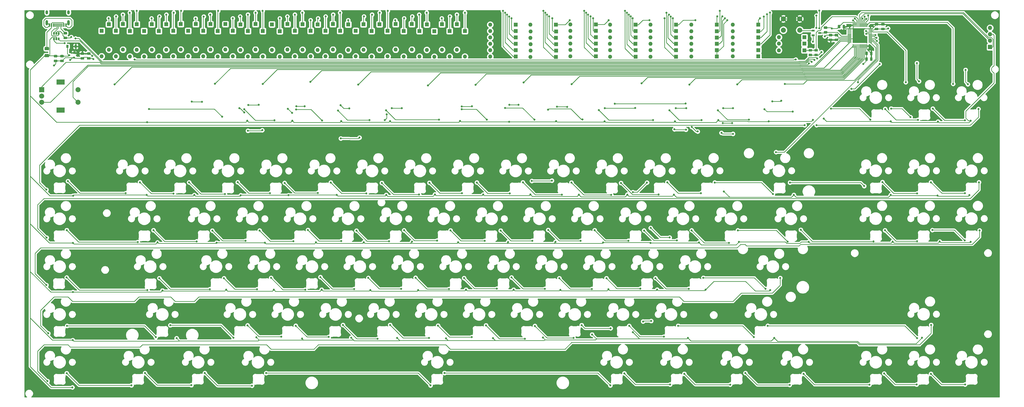
<source format=gtl>
G04 #@! TF.GenerationSoftware,KiCad,Pcbnew,5.1.5+dfsg1-2build2*
G04 #@! TF.CreationDate,2020-08-17T22:58:45+02:00*
G04 #@! TF.ProjectId,PENIS,50454e49-532e-46b6-9963-61645f706362,rev?*
G04 #@! TF.SameCoordinates,Original*
G04 #@! TF.FileFunction,Copper,L1,Top*
G04 #@! TF.FilePolarity,Positive*
%FSLAX46Y46*%
G04 Gerber Fmt 4.6, Leading zero omitted, Abs format (unit mm)*
G04 Created by KiCad (PCBNEW 5.1.5+dfsg1-2build2) date 2020-08-17 22:58:45*
%MOMM*%
%LPD*%
G04 APERTURE LIST*
%ADD10R,1.600000X1.600000*%
%ADD11O,1.600000X1.600000*%
%ADD12R,0.600000X1.450000*%
%ADD13R,0.300000X1.450000*%
%ADD14O,1.000000X2.100000*%
%ADD15O,1.000000X1.600000*%
%ADD16R,0.650000X1.060000*%
%ADD17C,0.100000*%
%ADD18O,1.700000X1.700000*%
%ADD19R,1.700000X1.700000*%
%ADD20R,0.900000X0.800000*%
%ADD21R,2.000000X2.000000*%
%ADD22C,2.000000*%
%ADD23R,3.200000X2.000000*%
%ADD24R,1.200000X0.800000*%
%ADD25R,0.900000X1.200000*%
%ADD26C,0.800000*%
%ADD27C,0.250000*%
%ADD28C,0.254000*%
G04 APERTURE END LIST*
D10*
X410290000Y-142340000D03*
D11*
X400130000Y-142340000D03*
D10*
X410290000Y-139790000D03*
D11*
X400130000Y-139790000D03*
D10*
X391940000Y-147440000D03*
D11*
X381780000Y-147440000D03*
D10*
X391940000Y-144940000D03*
D11*
X381780000Y-144940000D03*
D10*
X391940000Y-142440000D03*
D11*
X381780000Y-142440000D03*
D10*
X391940000Y-139890000D03*
D11*
X381780000Y-139890000D03*
D10*
X391940000Y-137390000D03*
D11*
X381780000Y-137390000D03*
D10*
X391940000Y-134840000D03*
D11*
X381780000Y-134840000D03*
D10*
X375387000Y-147520000D03*
D11*
X365227000Y-147520000D03*
D10*
X375387000Y-137385400D03*
D11*
X365227000Y-137385400D03*
D10*
X375387000Y-139925400D03*
D11*
X365227000Y-139925400D03*
D10*
X375387000Y-142440000D03*
D11*
X365227000Y-142440000D03*
D10*
X375387000Y-144980000D03*
D11*
X365227000Y-144980000D03*
D10*
X375390000Y-134840000D03*
D11*
X365230000Y-134840000D03*
D10*
X359150000Y-147550000D03*
D11*
X348990000Y-147550000D03*
D10*
X359150000Y-145000000D03*
D11*
X348990000Y-145000000D03*
D10*
X359150000Y-142450000D03*
D11*
X348990000Y-142450000D03*
D10*
X359140000Y-139890000D03*
D11*
X348980000Y-139890000D03*
D10*
X359140000Y-137350000D03*
D11*
X348980000Y-137350000D03*
D10*
X359140000Y-134840000D03*
D11*
X348980000Y-134840000D03*
D10*
X343050000Y-147550000D03*
D11*
X332890000Y-147550000D03*
D10*
X343040000Y-144990000D03*
D11*
X332880000Y-144990000D03*
D10*
X342990000Y-142440000D03*
D11*
X332830000Y-142440000D03*
D10*
X343040000Y-139890000D03*
D11*
X332880000Y-139890000D03*
D10*
X343090000Y-137340000D03*
D11*
X332930000Y-137340000D03*
D10*
X343090000Y-134840000D03*
D11*
X332930000Y-134840000D03*
D10*
X327240000Y-147440000D03*
D11*
X317080000Y-147440000D03*
D10*
X327240000Y-144890000D03*
D11*
X317080000Y-144890000D03*
D10*
X327240000Y-142340000D03*
D11*
X317080000Y-142340000D03*
D10*
X327240000Y-139840000D03*
D11*
X317080000Y-139840000D03*
D10*
X327240000Y-137290000D03*
D11*
X317080000Y-137290000D03*
D10*
X327240000Y-134740000D03*
D11*
X317080000Y-134740000D03*
D10*
X311340000Y-147690000D03*
D11*
X301180000Y-147690000D03*
D10*
X311390000Y-145140000D03*
D11*
X301230000Y-145140000D03*
D10*
X311390000Y-142590000D03*
D11*
X301230000Y-142590000D03*
D10*
X311340000Y-140040000D03*
D11*
X301180000Y-140040000D03*
D10*
X311390000Y-137490000D03*
D11*
X301230000Y-137490000D03*
D10*
X311340000Y-134840000D03*
D11*
X301180000Y-134840000D03*
D10*
X295340000Y-147490000D03*
D11*
X285180000Y-147490000D03*
D10*
X295290000Y-144940000D03*
D11*
X285130000Y-144940000D03*
D10*
X295290000Y-142440000D03*
D11*
X285130000Y-142440000D03*
D10*
X295290000Y-139890000D03*
D11*
X285130000Y-139890000D03*
D10*
X295290000Y-137340000D03*
D11*
X285130000Y-137340000D03*
D10*
X295290000Y-134790000D03*
D11*
X285130000Y-134790000D03*
D10*
X275040000Y-137340000D03*
D11*
X275040000Y-147500000D03*
D10*
X271890000Y-134640000D03*
D11*
X271890000Y-144800000D03*
D10*
X268990000Y-137340000D03*
D11*
X268990000Y-147500000D03*
D10*
X265940000Y-134640000D03*
D11*
X265940000Y-144800000D03*
D10*
X262890000Y-137440000D03*
D11*
X262890000Y-147600000D03*
D10*
X259890000Y-134680000D03*
D11*
X259890000Y-144840000D03*
D10*
X256990000Y-137340000D03*
D11*
X256990000Y-147500000D03*
D10*
X253940000Y-134590000D03*
D11*
X253940000Y-144750000D03*
D10*
X250690000Y-137340000D03*
D11*
X250690000Y-147500000D03*
D10*
X247490000Y-134590000D03*
D11*
X247490000Y-144750000D03*
D10*
X244240000Y-137290000D03*
D11*
X244240000Y-147450000D03*
D10*
X241040000Y-134640000D03*
D11*
X241040000Y-144800000D03*
D10*
X237890000Y-137340000D03*
D11*
X237890000Y-147500000D03*
D10*
X234690000Y-134640000D03*
D11*
X234690000Y-144800000D03*
D10*
X231590000Y-137290000D03*
D11*
X231590000Y-147450000D03*
D10*
X228590000Y-134740000D03*
D11*
X228590000Y-144900000D03*
D10*
X216440000Y-134690000D03*
D11*
X216440000Y-144850000D03*
D10*
X213590000Y-137240000D03*
D11*
X213590000Y-147400000D03*
D10*
X225340000Y-137240000D03*
D11*
X225340000Y-147400000D03*
D10*
X222490000Y-134590000D03*
D11*
X222490000Y-144750000D03*
D10*
X219540000Y-137290000D03*
D11*
X219540000Y-147450000D03*
D10*
X210390000Y-134640000D03*
D11*
X210390000Y-144800000D03*
D10*
X207340000Y-137290000D03*
D11*
X207340000Y-147450000D03*
D10*
X204340000Y-134590000D03*
D11*
X204340000Y-144750000D03*
D10*
X201340000Y-137390000D03*
D11*
X201340000Y-147550000D03*
D10*
X198240000Y-134680000D03*
D11*
X198240000Y-144840000D03*
D10*
X194590000Y-137340000D03*
D11*
X194590000Y-147500000D03*
D10*
X191690000Y-134590000D03*
D11*
X191690000Y-144750000D03*
D10*
X188640000Y-137340000D03*
D11*
X188640000Y-147500000D03*
D10*
X185640000Y-134690000D03*
D11*
X185640000Y-144850000D03*
D10*
X182640000Y-137290000D03*
D11*
X182640000Y-147450000D03*
D10*
X179690000Y-134590000D03*
D11*
X179690000Y-144750000D03*
D10*
X176640000Y-137340000D03*
D11*
X176640000Y-147500000D03*
D10*
X173690000Y-134590000D03*
D11*
X173690000Y-144750000D03*
D10*
X170840000Y-137290000D03*
D11*
X170840000Y-147450000D03*
D10*
X167890000Y-134590000D03*
D11*
X167890000Y-144750000D03*
D10*
X164840000Y-137290000D03*
D11*
X164840000Y-147450000D03*
D10*
X161890000Y-134540000D03*
D11*
X161890000Y-144700000D03*
D10*
X158940000Y-137290000D03*
D11*
X158940000Y-147450000D03*
D10*
X156090000Y-134640000D03*
D11*
X156090000Y-144800000D03*
D10*
X153190000Y-137340000D03*
D11*
X153190000Y-147500000D03*
D10*
X150390000Y-134640000D03*
D11*
X150390000Y-144800000D03*
D10*
X147290000Y-137340000D03*
D11*
X147290000Y-147500000D03*
D10*
X130390000Y-137240000D03*
D11*
X130390000Y-147400000D03*
D10*
X144390000Y-134640000D03*
D11*
X144390000Y-144800000D03*
D10*
X141640000Y-137340000D03*
D11*
X141640000Y-147500000D03*
D10*
X138890000Y-134590000D03*
D11*
X138890000Y-144750000D03*
D10*
X136090000Y-137290000D03*
D11*
X136090000Y-147450000D03*
D10*
X133290000Y-134640000D03*
D11*
X133290000Y-144800000D03*
D10*
X410286600Y-145005400D03*
D11*
X400126600Y-145005400D03*
D12*
X109628000Y-134985000D03*
X110428000Y-134985000D03*
X115328000Y-134985000D03*
X116128000Y-134985000D03*
X116128000Y-134985000D03*
X115328000Y-134985000D03*
X110428000Y-134985000D03*
X109628000Y-134985000D03*
D13*
X114628000Y-134985000D03*
X114128000Y-134985000D03*
X113628000Y-134985000D03*
X112628000Y-134985000D03*
X112128000Y-134985000D03*
X111628000Y-134985000D03*
X111128000Y-134985000D03*
X113128000Y-134985000D03*
D14*
X108558000Y-134070000D03*
X117198000Y-134070000D03*
D15*
X117198000Y-129890000D03*
X108558000Y-129890000D03*
D16*
X112370000Y-140492000D03*
X113320000Y-140492000D03*
X111420000Y-140492000D03*
X111420000Y-138292000D03*
X112370000Y-138292000D03*
X113320000Y-138292000D03*
G04 #@! TA.AperFunction,SMDPad,CuDef*
D17*
G36*
X116406142Y-137714174D02*
G01*
X116429803Y-137717684D01*
X116453007Y-137723496D01*
X116475529Y-137731554D01*
X116497153Y-137741782D01*
X116517670Y-137754079D01*
X116536883Y-137768329D01*
X116554607Y-137784393D01*
X116570671Y-137802117D01*
X116584921Y-137821330D01*
X116597218Y-137841847D01*
X116607446Y-137863471D01*
X116615504Y-137885993D01*
X116621316Y-137909197D01*
X116624826Y-137932858D01*
X116626000Y-137956750D01*
X116626000Y-138444250D01*
X116624826Y-138468142D01*
X116621316Y-138491803D01*
X116615504Y-138515007D01*
X116607446Y-138537529D01*
X116597218Y-138559153D01*
X116584921Y-138579670D01*
X116570671Y-138598883D01*
X116554607Y-138616607D01*
X116536883Y-138632671D01*
X116517670Y-138646921D01*
X116497153Y-138659218D01*
X116475529Y-138669446D01*
X116453007Y-138677504D01*
X116429803Y-138683316D01*
X116406142Y-138686826D01*
X116382250Y-138688000D01*
X115469750Y-138688000D01*
X115445858Y-138686826D01*
X115422197Y-138683316D01*
X115398993Y-138677504D01*
X115376471Y-138669446D01*
X115354847Y-138659218D01*
X115334330Y-138646921D01*
X115315117Y-138632671D01*
X115297393Y-138616607D01*
X115281329Y-138598883D01*
X115267079Y-138579670D01*
X115254782Y-138559153D01*
X115244554Y-138537529D01*
X115236496Y-138515007D01*
X115230684Y-138491803D01*
X115227174Y-138468142D01*
X115226000Y-138444250D01*
X115226000Y-137956750D01*
X115227174Y-137932858D01*
X115230684Y-137909197D01*
X115236496Y-137885993D01*
X115244554Y-137863471D01*
X115254782Y-137841847D01*
X115267079Y-137821330D01*
X115281329Y-137802117D01*
X115297393Y-137784393D01*
X115315117Y-137768329D01*
X115334330Y-137754079D01*
X115354847Y-137741782D01*
X115376471Y-137731554D01*
X115398993Y-137723496D01*
X115422197Y-137717684D01*
X115445858Y-137714174D01*
X115469750Y-137713000D01*
X116382250Y-137713000D01*
X116406142Y-137714174D01*
G37*
G04 #@! TD.AperFunction*
G04 #@! TA.AperFunction,SMDPad,CuDef*
G36*
X116406142Y-139589174D02*
G01*
X116429803Y-139592684D01*
X116453007Y-139598496D01*
X116475529Y-139606554D01*
X116497153Y-139616782D01*
X116517670Y-139629079D01*
X116536883Y-139643329D01*
X116554607Y-139659393D01*
X116570671Y-139677117D01*
X116584921Y-139696330D01*
X116597218Y-139716847D01*
X116607446Y-139738471D01*
X116615504Y-139760993D01*
X116621316Y-139784197D01*
X116624826Y-139807858D01*
X116626000Y-139831750D01*
X116626000Y-140319250D01*
X116624826Y-140343142D01*
X116621316Y-140366803D01*
X116615504Y-140390007D01*
X116607446Y-140412529D01*
X116597218Y-140434153D01*
X116584921Y-140454670D01*
X116570671Y-140473883D01*
X116554607Y-140491607D01*
X116536883Y-140507671D01*
X116517670Y-140521921D01*
X116497153Y-140534218D01*
X116475529Y-140544446D01*
X116453007Y-140552504D01*
X116429803Y-140558316D01*
X116406142Y-140561826D01*
X116382250Y-140563000D01*
X115469750Y-140563000D01*
X115445858Y-140561826D01*
X115422197Y-140558316D01*
X115398993Y-140552504D01*
X115376471Y-140544446D01*
X115354847Y-140534218D01*
X115334330Y-140521921D01*
X115315117Y-140507671D01*
X115297393Y-140491607D01*
X115281329Y-140473883D01*
X115267079Y-140454670D01*
X115254782Y-140434153D01*
X115244554Y-140412529D01*
X115236496Y-140390007D01*
X115230684Y-140366803D01*
X115227174Y-140343142D01*
X115226000Y-140319250D01*
X115226000Y-139831750D01*
X115227174Y-139807858D01*
X115230684Y-139784197D01*
X115236496Y-139760993D01*
X115244554Y-139738471D01*
X115254782Y-139716847D01*
X115267079Y-139696330D01*
X115281329Y-139677117D01*
X115297393Y-139659393D01*
X115315117Y-139643329D01*
X115334330Y-139629079D01*
X115354847Y-139616782D01*
X115376471Y-139606554D01*
X115398993Y-139598496D01*
X115422197Y-139592684D01*
X115445858Y-139589174D01*
X115469750Y-139588000D01*
X116382250Y-139588000D01*
X116406142Y-139589174D01*
G37*
G04 #@! TD.AperFunction*
D18*
X484226000Y-136090000D03*
X484226000Y-138630000D03*
X484226000Y-141170000D03*
D19*
X484226000Y-143710000D03*
G04 #@! TA.AperFunction,SMDPad,CuDef*
D17*
G36*
X109209504Y-143718204D02*
G01*
X109233773Y-143721804D01*
X109257571Y-143727765D01*
X109280671Y-143736030D01*
X109302849Y-143746520D01*
X109323893Y-143759133D01*
X109343598Y-143773747D01*
X109361777Y-143790223D01*
X109378253Y-143808402D01*
X109392867Y-143828107D01*
X109405480Y-143849151D01*
X109415970Y-143871329D01*
X109424235Y-143894429D01*
X109430196Y-143918227D01*
X109433796Y-143942496D01*
X109435000Y-143967000D01*
X109435000Y-144717000D01*
X109433796Y-144741504D01*
X109430196Y-144765773D01*
X109424235Y-144789571D01*
X109415970Y-144812671D01*
X109405480Y-144834849D01*
X109392867Y-144855893D01*
X109378253Y-144875598D01*
X109361777Y-144893777D01*
X109343598Y-144910253D01*
X109323893Y-144924867D01*
X109302849Y-144937480D01*
X109280671Y-144947970D01*
X109257571Y-144956235D01*
X109233773Y-144962196D01*
X109209504Y-144965796D01*
X109185000Y-144967000D01*
X107935000Y-144967000D01*
X107910496Y-144965796D01*
X107886227Y-144962196D01*
X107862429Y-144956235D01*
X107839329Y-144947970D01*
X107817151Y-144937480D01*
X107796107Y-144924867D01*
X107776402Y-144910253D01*
X107758223Y-144893777D01*
X107741747Y-144875598D01*
X107727133Y-144855893D01*
X107714520Y-144834849D01*
X107704030Y-144812671D01*
X107695765Y-144789571D01*
X107689804Y-144765773D01*
X107686204Y-144741504D01*
X107685000Y-144717000D01*
X107685000Y-143967000D01*
X107686204Y-143942496D01*
X107689804Y-143918227D01*
X107695765Y-143894429D01*
X107704030Y-143871329D01*
X107714520Y-143849151D01*
X107727133Y-143828107D01*
X107741747Y-143808402D01*
X107758223Y-143790223D01*
X107776402Y-143773747D01*
X107796107Y-143759133D01*
X107817151Y-143746520D01*
X107839329Y-143736030D01*
X107862429Y-143727765D01*
X107886227Y-143721804D01*
X107910496Y-143718204D01*
X107935000Y-143717000D01*
X109185000Y-143717000D01*
X109209504Y-143718204D01*
G37*
G04 #@! TD.AperFunction*
G04 #@! TA.AperFunction,SMDPad,CuDef*
G36*
X109209504Y-146518204D02*
G01*
X109233773Y-146521804D01*
X109257571Y-146527765D01*
X109280671Y-146536030D01*
X109302849Y-146546520D01*
X109323893Y-146559133D01*
X109343598Y-146573747D01*
X109361777Y-146590223D01*
X109378253Y-146608402D01*
X109392867Y-146628107D01*
X109405480Y-146649151D01*
X109415970Y-146671329D01*
X109424235Y-146694429D01*
X109430196Y-146718227D01*
X109433796Y-146742496D01*
X109435000Y-146767000D01*
X109435000Y-147517000D01*
X109433796Y-147541504D01*
X109430196Y-147565773D01*
X109424235Y-147589571D01*
X109415970Y-147612671D01*
X109405480Y-147634849D01*
X109392867Y-147655893D01*
X109378253Y-147675598D01*
X109361777Y-147693777D01*
X109343598Y-147710253D01*
X109323893Y-147724867D01*
X109302849Y-147737480D01*
X109280671Y-147747970D01*
X109257571Y-147756235D01*
X109233773Y-147762196D01*
X109209504Y-147765796D01*
X109185000Y-147767000D01*
X107935000Y-147767000D01*
X107910496Y-147765796D01*
X107886227Y-147762196D01*
X107862429Y-147756235D01*
X107839329Y-147747970D01*
X107817151Y-147737480D01*
X107796107Y-147724867D01*
X107776402Y-147710253D01*
X107758223Y-147693777D01*
X107741747Y-147675598D01*
X107727133Y-147655893D01*
X107714520Y-147634849D01*
X107704030Y-147612671D01*
X107695765Y-147589571D01*
X107689804Y-147565773D01*
X107686204Y-147541504D01*
X107685000Y-147517000D01*
X107685000Y-146767000D01*
X107686204Y-146742496D01*
X107689804Y-146718227D01*
X107695765Y-146694429D01*
X107704030Y-146671329D01*
X107714520Y-146649151D01*
X107727133Y-146628107D01*
X107741747Y-146608402D01*
X107758223Y-146590223D01*
X107776402Y-146573747D01*
X107796107Y-146559133D01*
X107817151Y-146546520D01*
X107839329Y-146536030D01*
X107862429Y-146527765D01*
X107886227Y-146521804D01*
X107910496Y-146518204D01*
X107935000Y-146517000D01*
X109185000Y-146517000D01*
X109209504Y-146518204D01*
G37*
G04 #@! TD.AperFunction*
D20*
X119405000Y-147962000D03*
X119405000Y-146062000D03*
X117405000Y-147012000D03*
G04 #@! TA.AperFunction,SMDPad,CuDef*
D17*
G36*
X429742351Y-134238361D02*
G01*
X429749632Y-134239441D01*
X429756771Y-134241229D01*
X429763701Y-134243709D01*
X429770355Y-134246856D01*
X429776668Y-134250640D01*
X429782579Y-134255024D01*
X429788033Y-134259967D01*
X429792976Y-134265421D01*
X429797360Y-134271332D01*
X429801144Y-134277645D01*
X429804291Y-134284299D01*
X429806771Y-134291229D01*
X429808559Y-134298368D01*
X429809639Y-134305649D01*
X429810000Y-134313000D01*
X429810000Y-135638000D01*
X429809639Y-135645351D01*
X429808559Y-135652632D01*
X429806771Y-135659771D01*
X429804291Y-135666701D01*
X429801144Y-135673355D01*
X429797360Y-135679668D01*
X429792976Y-135685579D01*
X429788033Y-135691033D01*
X429782579Y-135695976D01*
X429776668Y-135700360D01*
X429770355Y-135704144D01*
X429763701Y-135707291D01*
X429756771Y-135709771D01*
X429749632Y-135711559D01*
X429742351Y-135712639D01*
X429735000Y-135713000D01*
X429585000Y-135713000D01*
X429577649Y-135712639D01*
X429570368Y-135711559D01*
X429563229Y-135709771D01*
X429556299Y-135707291D01*
X429549645Y-135704144D01*
X429543332Y-135700360D01*
X429537421Y-135695976D01*
X429531967Y-135691033D01*
X429527024Y-135685579D01*
X429522640Y-135679668D01*
X429518856Y-135673355D01*
X429515709Y-135666701D01*
X429513229Y-135659771D01*
X429511441Y-135652632D01*
X429510361Y-135645351D01*
X429510000Y-135638000D01*
X429510000Y-134313000D01*
X429510361Y-134305649D01*
X429511441Y-134298368D01*
X429513229Y-134291229D01*
X429515709Y-134284299D01*
X429518856Y-134277645D01*
X429522640Y-134271332D01*
X429527024Y-134265421D01*
X429531967Y-134259967D01*
X429537421Y-134255024D01*
X429543332Y-134250640D01*
X429549645Y-134246856D01*
X429556299Y-134243709D01*
X429563229Y-134241229D01*
X429570368Y-134239441D01*
X429577649Y-134238361D01*
X429585000Y-134238000D01*
X429735000Y-134238000D01*
X429742351Y-134238361D01*
G37*
G04 #@! TD.AperFunction*
G04 #@! TA.AperFunction,SMDPad,CuDef*
G36*
X430242351Y-134238361D02*
G01*
X430249632Y-134239441D01*
X430256771Y-134241229D01*
X430263701Y-134243709D01*
X430270355Y-134246856D01*
X430276668Y-134250640D01*
X430282579Y-134255024D01*
X430288033Y-134259967D01*
X430292976Y-134265421D01*
X430297360Y-134271332D01*
X430301144Y-134277645D01*
X430304291Y-134284299D01*
X430306771Y-134291229D01*
X430308559Y-134298368D01*
X430309639Y-134305649D01*
X430310000Y-134313000D01*
X430310000Y-135638000D01*
X430309639Y-135645351D01*
X430308559Y-135652632D01*
X430306771Y-135659771D01*
X430304291Y-135666701D01*
X430301144Y-135673355D01*
X430297360Y-135679668D01*
X430292976Y-135685579D01*
X430288033Y-135691033D01*
X430282579Y-135695976D01*
X430276668Y-135700360D01*
X430270355Y-135704144D01*
X430263701Y-135707291D01*
X430256771Y-135709771D01*
X430249632Y-135711559D01*
X430242351Y-135712639D01*
X430235000Y-135713000D01*
X430085000Y-135713000D01*
X430077649Y-135712639D01*
X430070368Y-135711559D01*
X430063229Y-135709771D01*
X430056299Y-135707291D01*
X430049645Y-135704144D01*
X430043332Y-135700360D01*
X430037421Y-135695976D01*
X430031967Y-135691033D01*
X430027024Y-135685579D01*
X430022640Y-135679668D01*
X430018856Y-135673355D01*
X430015709Y-135666701D01*
X430013229Y-135659771D01*
X430011441Y-135652632D01*
X430010361Y-135645351D01*
X430010000Y-135638000D01*
X430010000Y-134313000D01*
X430010361Y-134305649D01*
X430011441Y-134298368D01*
X430013229Y-134291229D01*
X430015709Y-134284299D01*
X430018856Y-134277645D01*
X430022640Y-134271332D01*
X430027024Y-134265421D01*
X430031967Y-134259967D01*
X430037421Y-134255024D01*
X430043332Y-134250640D01*
X430049645Y-134246856D01*
X430056299Y-134243709D01*
X430063229Y-134241229D01*
X430070368Y-134239441D01*
X430077649Y-134238361D01*
X430085000Y-134238000D01*
X430235000Y-134238000D01*
X430242351Y-134238361D01*
G37*
G04 #@! TD.AperFunction*
G04 #@! TA.AperFunction,SMDPad,CuDef*
G36*
X430742351Y-134238361D02*
G01*
X430749632Y-134239441D01*
X430756771Y-134241229D01*
X430763701Y-134243709D01*
X430770355Y-134246856D01*
X430776668Y-134250640D01*
X430782579Y-134255024D01*
X430788033Y-134259967D01*
X430792976Y-134265421D01*
X430797360Y-134271332D01*
X430801144Y-134277645D01*
X430804291Y-134284299D01*
X430806771Y-134291229D01*
X430808559Y-134298368D01*
X430809639Y-134305649D01*
X430810000Y-134313000D01*
X430810000Y-135638000D01*
X430809639Y-135645351D01*
X430808559Y-135652632D01*
X430806771Y-135659771D01*
X430804291Y-135666701D01*
X430801144Y-135673355D01*
X430797360Y-135679668D01*
X430792976Y-135685579D01*
X430788033Y-135691033D01*
X430782579Y-135695976D01*
X430776668Y-135700360D01*
X430770355Y-135704144D01*
X430763701Y-135707291D01*
X430756771Y-135709771D01*
X430749632Y-135711559D01*
X430742351Y-135712639D01*
X430735000Y-135713000D01*
X430585000Y-135713000D01*
X430577649Y-135712639D01*
X430570368Y-135711559D01*
X430563229Y-135709771D01*
X430556299Y-135707291D01*
X430549645Y-135704144D01*
X430543332Y-135700360D01*
X430537421Y-135695976D01*
X430531967Y-135691033D01*
X430527024Y-135685579D01*
X430522640Y-135679668D01*
X430518856Y-135673355D01*
X430515709Y-135666701D01*
X430513229Y-135659771D01*
X430511441Y-135652632D01*
X430510361Y-135645351D01*
X430510000Y-135638000D01*
X430510000Y-134313000D01*
X430510361Y-134305649D01*
X430511441Y-134298368D01*
X430513229Y-134291229D01*
X430515709Y-134284299D01*
X430518856Y-134277645D01*
X430522640Y-134271332D01*
X430527024Y-134265421D01*
X430531967Y-134259967D01*
X430537421Y-134255024D01*
X430543332Y-134250640D01*
X430549645Y-134246856D01*
X430556299Y-134243709D01*
X430563229Y-134241229D01*
X430570368Y-134239441D01*
X430577649Y-134238361D01*
X430585000Y-134238000D01*
X430735000Y-134238000D01*
X430742351Y-134238361D01*
G37*
G04 #@! TD.AperFunction*
G04 #@! TA.AperFunction,SMDPad,CuDef*
G36*
X431242351Y-134238361D02*
G01*
X431249632Y-134239441D01*
X431256771Y-134241229D01*
X431263701Y-134243709D01*
X431270355Y-134246856D01*
X431276668Y-134250640D01*
X431282579Y-134255024D01*
X431288033Y-134259967D01*
X431292976Y-134265421D01*
X431297360Y-134271332D01*
X431301144Y-134277645D01*
X431304291Y-134284299D01*
X431306771Y-134291229D01*
X431308559Y-134298368D01*
X431309639Y-134305649D01*
X431310000Y-134313000D01*
X431310000Y-135638000D01*
X431309639Y-135645351D01*
X431308559Y-135652632D01*
X431306771Y-135659771D01*
X431304291Y-135666701D01*
X431301144Y-135673355D01*
X431297360Y-135679668D01*
X431292976Y-135685579D01*
X431288033Y-135691033D01*
X431282579Y-135695976D01*
X431276668Y-135700360D01*
X431270355Y-135704144D01*
X431263701Y-135707291D01*
X431256771Y-135709771D01*
X431249632Y-135711559D01*
X431242351Y-135712639D01*
X431235000Y-135713000D01*
X431085000Y-135713000D01*
X431077649Y-135712639D01*
X431070368Y-135711559D01*
X431063229Y-135709771D01*
X431056299Y-135707291D01*
X431049645Y-135704144D01*
X431043332Y-135700360D01*
X431037421Y-135695976D01*
X431031967Y-135691033D01*
X431027024Y-135685579D01*
X431022640Y-135679668D01*
X431018856Y-135673355D01*
X431015709Y-135666701D01*
X431013229Y-135659771D01*
X431011441Y-135652632D01*
X431010361Y-135645351D01*
X431010000Y-135638000D01*
X431010000Y-134313000D01*
X431010361Y-134305649D01*
X431011441Y-134298368D01*
X431013229Y-134291229D01*
X431015709Y-134284299D01*
X431018856Y-134277645D01*
X431022640Y-134271332D01*
X431027024Y-134265421D01*
X431031967Y-134259967D01*
X431037421Y-134255024D01*
X431043332Y-134250640D01*
X431049645Y-134246856D01*
X431056299Y-134243709D01*
X431063229Y-134241229D01*
X431070368Y-134239441D01*
X431077649Y-134238361D01*
X431085000Y-134238000D01*
X431235000Y-134238000D01*
X431242351Y-134238361D01*
G37*
G04 #@! TD.AperFunction*
G04 #@! TA.AperFunction,SMDPad,CuDef*
G36*
X431742351Y-134238361D02*
G01*
X431749632Y-134239441D01*
X431756771Y-134241229D01*
X431763701Y-134243709D01*
X431770355Y-134246856D01*
X431776668Y-134250640D01*
X431782579Y-134255024D01*
X431788033Y-134259967D01*
X431792976Y-134265421D01*
X431797360Y-134271332D01*
X431801144Y-134277645D01*
X431804291Y-134284299D01*
X431806771Y-134291229D01*
X431808559Y-134298368D01*
X431809639Y-134305649D01*
X431810000Y-134313000D01*
X431810000Y-135638000D01*
X431809639Y-135645351D01*
X431808559Y-135652632D01*
X431806771Y-135659771D01*
X431804291Y-135666701D01*
X431801144Y-135673355D01*
X431797360Y-135679668D01*
X431792976Y-135685579D01*
X431788033Y-135691033D01*
X431782579Y-135695976D01*
X431776668Y-135700360D01*
X431770355Y-135704144D01*
X431763701Y-135707291D01*
X431756771Y-135709771D01*
X431749632Y-135711559D01*
X431742351Y-135712639D01*
X431735000Y-135713000D01*
X431585000Y-135713000D01*
X431577649Y-135712639D01*
X431570368Y-135711559D01*
X431563229Y-135709771D01*
X431556299Y-135707291D01*
X431549645Y-135704144D01*
X431543332Y-135700360D01*
X431537421Y-135695976D01*
X431531967Y-135691033D01*
X431527024Y-135685579D01*
X431522640Y-135679668D01*
X431518856Y-135673355D01*
X431515709Y-135666701D01*
X431513229Y-135659771D01*
X431511441Y-135652632D01*
X431510361Y-135645351D01*
X431510000Y-135638000D01*
X431510000Y-134313000D01*
X431510361Y-134305649D01*
X431511441Y-134298368D01*
X431513229Y-134291229D01*
X431515709Y-134284299D01*
X431518856Y-134277645D01*
X431522640Y-134271332D01*
X431527024Y-134265421D01*
X431531967Y-134259967D01*
X431537421Y-134255024D01*
X431543332Y-134250640D01*
X431549645Y-134246856D01*
X431556299Y-134243709D01*
X431563229Y-134241229D01*
X431570368Y-134239441D01*
X431577649Y-134238361D01*
X431585000Y-134238000D01*
X431735000Y-134238000D01*
X431742351Y-134238361D01*
G37*
G04 #@! TD.AperFunction*
G04 #@! TA.AperFunction,SMDPad,CuDef*
G36*
X432242351Y-134238361D02*
G01*
X432249632Y-134239441D01*
X432256771Y-134241229D01*
X432263701Y-134243709D01*
X432270355Y-134246856D01*
X432276668Y-134250640D01*
X432282579Y-134255024D01*
X432288033Y-134259967D01*
X432292976Y-134265421D01*
X432297360Y-134271332D01*
X432301144Y-134277645D01*
X432304291Y-134284299D01*
X432306771Y-134291229D01*
X432308559Y-134298368D01*
X432309639Y-134305649D01*
X432310000Y-134313000D01*
X432310000Y-135638000D01*
X432309639Y-135645351D01*
X432308559Y-135652632D01*
X432306771Y-135659771D01*
X432304291Y-135666701D01*
X432301144Y-135673355D01*
X432297360Y-135679668D01*
X432292976Y-135685579D01*
X432288033Y-135691033D01*
X432282579Y-135695976D01*
X432276668Y-135700360D01*
X432270355Y-135704144D01*
X432263701Y-135707291D01*
X432256771Y-135709771D01*
X432249632Y-135711559D01*
X432242351Y-135712639D01*
X432235000Y-135713000D01*
X432085000Y-135713000D01*
X432077649Y-135712639D01*
X432070368Y-135711559D01*
X432063229Y-135709771D01*
X432056299Y-135707291D01*
X432049645Y-135704144D01*
X432043332Y-135700360D01*
X432037421Y-135695976D01*
X432031967Y-135691033D01*
X432027024Y-135685579D01*
X432022640Y-135679668D01*
X432018856Y-135673355D01*
X432015709Y-135666701D01*
X432013229Y-135659771D01*
X432011441Y-135652632D01*
X432010361Y-135645351D01*
X432010000Y-135638000D01*
X432010000Y-134313000D01*
X432010361Y-134305649D01*
X432011441Y-134298368D01*
X432013229Y-134291229D01*
X432015709Y-134284299D01*
X432018856Y-134277645D01*
X432022640Y-134271332D01*
X432027024Y-134265421D01*
X432031967Y-134259967D01*
X432037421Y-134255024D01*
X432043332Y-134250640D01*
X432049645Y-134246856D01*
X432056299Y-134243709D01*
X432063229Y-134241229D01*
X432070368Y-134239441D01*
X432077649Y-134238361D01*
X432085000Y-134238000D01*
X432235000Y-134238000D01*
X432242351Y-134238361D01*
G37*
G04 #@! TD.AperFunction*
G04 #@! TA.AperFunction,SMDPad,CuDef*
G36*
X432742351Y-134238361D02*
G01*
X432749632Y-134239441D01*
X432756771Y-134241229D01*
X432763701Y-134243709D01*
X432770355Y-134246856D01*
X432776668Y-134250640D01*
X432782579Y-134255024D01*
X432788033Y-134259967D01*
X432792976Y-134265421D01*
X432797360Y-134271332D01*
X432801144Y-134277645D01*
X432804291Y-134284299D01*
X432806771Y-134291229D01*
X432808559Y-134298368D01*
X432809639Y-134305649D01*
X432810000Y-134313000D01*
X432810000Y-135638000D01*
X432809639Y-135645351D01*
X432808559Y-135652632D01*
X432806771Y-135659771D01*
X432804291Y-135666701D01*
X432801144Y-135673355D01*
X432797360Y-135679668D01*
X432792976Y-135685579D01*
X432788033Y-135691033D01*
X432782579Y-135695976D01*
X432776668Y-135700360D01*
X432770355Y-135704144D01*
X432763701Y-135707291D01*
X432756771Y-135709771D01*
X432749632Y-135711559D01*
X432742351Y-135712639D01*
X432735000Y-135713000D01*
X432585000Y-135713000D01*
X432577649Y-135712639D01*
X432570368Y-135711559D01*
X432563229Y-135709771D01*
X432556299Y-135707291D01*
X432549645Y-135704144D01*
X432543332Y-135700360D01*
X432537421Y-135695976D01*
X432531967Y-135691033D01*
X432527024Y-135685579D01*
X432522640Y-135679668D01*
X432518856Y-135673355D01*
X432515709Y-135666701D01*
X432513229Y-135659771D01*
X432511441Y-135652632D01*
X432510361Y-135645351D01*
X432510000Y-135638000D01*
X432510000Y-134313000D01*
X432510361Y-134305649D01*
X432511441Y-134298368D01*
X432513229Y-134291229D01*
X432515709Y-134284299D01*
X432518856Y-134277645D01*
X432522640Y-134271332D01*
X432527024Y-134265421D01*
X432531967Y-134259967D01*
X432537421Y-134255024D01*
X432543332Y-134250640D01*
X432549645Y-134246856D01*
X432556299Y-134243709D01*
X432563229Y-134241229D01*
X432570368Y-134239441D01*
X432577649Y-134238361D01*
X432585000Y-134238000D01*
X432735000Y-134238000D01*
X432742351Y-134238361D01*
G37*
G04 #@! TD.AperFunction*
G04 #@! TA.AperFunction,SMDPad,CuDef*
G36*
X433242351Y-134238361D02*
G01*
X433249632Y-134239441D01*
X433256771Y-134241229D01*
X433263701Y-134243709D01*
X433270355Y-134246856D01*
X433276668Y-134250640D01*
X433282579Y-134255024D01*
X433288033Y-134259967D01*
X433292976Y-134265421D01*
X433297360Y-134271332D01*
X433301144Y-134277645D01*
X433304291Y-134284299D01*
X433306771Y-134291229D01*
X433308559Y-134298368D01*
X433309639Y-134305649D01*
X433310000Y-134313000D01*
X433310000Y-135638000D01*
X433309639Y-135645351D01*
X433308559Y-135652632D01*
X433306771Y-135659771D01*
X433304291Y-135666701D01*
X433301144Y-135673355D01*
X433297360Y-135679668D01*
X433292976Y-135685579D01*
X433288033Y-135691033D01*
X433282579Y-135695976D01*
X433276668Y-135700360D01*
X433270355Y-135704144D01*
X433263701Y-135707291D01*
X433256771Y-135709771D01*
X433249632Y-135711559D01*
X433242351Y-135712639D01*
X433235000Y-135713000D01*
X433085000Y-135713000D01*
X433077649Y-135712639D01*
X433070368Y-135711559D01*
X433063229Y-135709771D01*
X433056299Y-135707291D01*
X433049645Y-135704144D01*
X433043332Y-135700360D01*
X433037421Y-135695976D01*
X433031967Y-135691033D01*
X433027024Y-135685579D01*
X433022640Y-135679668D01*
X433018856Y-135673355D01*
X433015709Y-135666701D01*
X433013229Y-135659771D01*
X433011441Y-135652632D01*
X433010361Y-135645351D01*
X433010000Y-135638000D01*
X433010000Y-134313000D01*
X433010361Y-134305649D01*
X433011441Y-134298368D01*
X433013229Y-134291229D01*
X433015709Y-134284299D01*
X433018856Y-134277645D01*
X433022640Y-134271332D01*
X433027024Y-134265421D01*
X433031967Y-134259967D01*
X433037421Y-134255024D01*
X433043332Y-134250640D01*
X433049645Y-134246856D01*
X433056299Y-134243709D01*
X433063229Y-134241229D01*
X433070368Y-134239441D01*
X433077649Y-134238361D01*
X433085000Y-134238000D01*
X433235000Y-134238000D01*
X433242351Y-134238361D01*
G37*
G04 #@! TD.AperFunction*
G04 #@! TA.AperFunction,SMDPad,CuDef*
G36*
X433742351Y-134238361D02*
G01*
X433749632Y-134239441D01*
X433756771Y-134241229D01*
X433763701Y-134243709D01*
X433770355Y-134246856D01*
X433776668Y-134250640D01*
X433782579Y-134255024D01*
X433788033Y-134259967D01*
X433792976Y-134265421D01*
X433797360Y-134271332D01*
X433801144Y-134277645D01*
X433804291Y-134284299D01*
X433806771Y-134291229D01*
X433808559Y-134298368D01*
X433809639Y-134305649D01*
X433810000Y-134313000D01*
X433810000Y-135638000D01*
X433809639Y-135645351D01*
X433808559Y-135652632D01*
X433806771Y-135659771D01*
X433804291Y-135666701D01*
X433801144Y-135673355D01*
X433797360Y-135679668D01*
X433792976Y-135685579D01*
X433788033Y-135691033D01*
X433782579Y-135695976D01*
X433776668Y-135700360D01*
X433770355Y-135704144D01*
X433763701Y-135707291D01*
X433756771Y-135709771D01*
X433749632Y-135711559D01*
X433742351Y-135712639D01*
X433735000Y-135713000D01*
X433585000Y-135713000D01*
X433577649Y-135712639D01*
X433570368Y-135711559D01*
X433563229Y-135709771D01*
X433556299Y-135707291D01*
X433549645Y-135704144D01*
X433543332Y-135700360D01*
X433537421Y-135695976D01*
X433531967Y-135691033D01*
X433527024Y-135685579D01*
X433522640Y-135679668D01*
X433518856Y-135673355D01*
X433515709Y-135666701D01*
X433513229Y-135659771D01*
X433511441Y-135652632D01*
X433510361Y-135645351D01*
X433510000Y-135638000D01*
X433510000Y-134313000D01*
X433510361Y-134305649D01*
X433511441Y-134298368D01*
X433513229Y-134291229D01*
X433515709Y-134284299D01*
X433518856Y-134277645D01*
X433522640Y-134271332D01*
X433527024Y-134265421D01*
X433531967Y-134259967D01*
X433537421Y-134255024D01*
X433543332Y-134250640D01*
X433549645Y-134246856D01*
X433556299Y-134243709D01*
X433563229Y-134241229D01*
X433570368Y-134239441D01*
X433577649Y-134238361D01*
X433585000Y-134238000D01*
X433735000Y-134238000D01*
X433742351Y-134238361D01*
G37*
G04 #@! TD.AperFunction*
G04 #@! TA.AperFunction,SMDPad,CuDef*
G36*
X434242351Y-134238361D02*
G01*
X434249632Y-134239441D01*
X434256771Y-134241229D01*
X434263701Y-134243709D01*
X434270355Y-134246856D01*
X434276668Y-134250640D01*
X434282579Y-134255024D01*
X434288033Y-134259967D01*
X434292976Y-134265421D01*
X434297360Y-134271332D01*
X434301144Y-134277645D01*
X434304291Y-134284299D01*
X434306771Y-134291229D01*
X434308559Y-134298368D01*
X434309639Y-134305649D01*
X434310000Y-134313000D01*
X434310000Y-135638000D01*
X434309639Y-135645351D01*
X434308559Y-135652632D01*
X434306771Y-135659771D01*
X434304291Y-135666701D01*
X434301144Y-135673355D01*
X434297360Y-135679668D01*
X434292976Y-135685579D01*
X434288033Y-135691033D01*
X434282579Y-135695976D01*
X434276668Y-135700360D01*
X434270355Y-135704144D01*
X434263701Y-135707291D01*
X434256771Y-135709771D01*
X434249632Y-135711559D01*
X434242351Y-135712639D01*
X434235000Y-135713000D01*
X434085000Y-135713000D01*
X434077649Y-135712639D01*
X434070368Y-135711559D01*
X434063229Y-135709771D01*
X434056299Y-135707291D01*
X434049645Y-135704144D01*
X434043332Y-135700360D01*
X434037421Y-135695976D01*
X434031967Y-135691033D01*
X434027024Y-135685579D01*
X434022640Y-135679668D01*
X434018856Y-135673355D01*
X434015709Y-135666701D01*
X434013229Y-135659771D01*
X434011441Y-135652632D01*
X434010361Y-135645351D01*
X434010000Y-135638000D01*
X434010000Y-134313000D01*
X434010361Y-134305649D01*
X434011441Y-134298368D01*
X434013229Y-134291229D01*
X434015709Y-134284299D01*
X434018856Y-134277645D01*
X434022640Y-134271332D01*
X434027024Y-134265421D01*
X434031967Y-134259967D01*
X434037421Y-134255024D01*
X434043332Y-134250640D01*
X434049645Y-134246856D01*
X434056299Y-134243709D01*
X434063229Y-134241229D01*
X434070368Y-134239441D01*
X434077649Y-134238361D01*
X434085000Y-134238000D01*
X434235000Y-134238000D01*
X434242351Y-134238361D01*
G37*
G04 #@! TD.AperFunction*
G04 #@! TA.AperFunction,SMDPad,CuDef*
G36*
X434742351Y-134238361D02*
G01*
X434749632Y-134239441D01*
X434756771Y-134241229D01*
X434763701Y-134243709D01*
X434770355Y-134246856D01*
X434776668Y-134250640D01*
X434782579Y-134255024D01*
X434788033Y-134259967D01*
X434792976Y-134265421D01*
X434797360Y-134271332D01*
X434801144Y-134277645D01*
X434804291Y-134284299D01*
X434806771Y-134291229D01*
X434808559Y-134298368D01*
X434809639Y-134305649D01*
X434810000Y-134313000D01*
X434810000Y-135638000D01*
X434809639Y-135645351D01*
X434808559Y-135652632D01*
X434806771Y-135659771D01*
X434804291Y-135666701D01*
X434801144Y-135673355D01*
X434797360Y-135679668D01*
X434792976Y-135685579D01*
X434788033Y-135691033D01*
X434782579Y-135695976D01*
X434776668Y-135700360D01*
X434770355Y-135704144D01*
X434763701Y-135707291D01*
X434756771Y-135709771D01*
X434749632Y-135711559D01*
X434742351Y-135712639D01*
X434735000Y-135713000D01*
X434585000Y-135713000D01*
X434577649Y-135712639D01*
X434570368Y-135711559D01*
X434563229Y-135709771D01*
X434556299Y-135707291D01*
X434549645Y-135704144D01*
X434543332Y-135700360D01*
X434537421Y-135695976D01*
X434531967Y-135691033D01*
X434527024Y-135685579D01*
X434522640Y-135679668D01*
X434518856Y-135673355D01*
X434515709Y-135666701D01*
X434513229Y-135659771D01*
X434511441Y-135652632D01*
X434510361Y-135645351D01*
X434510000Y-135638000D01*
X434510000Y-134313000D01*
X434510361Y-134305649D01*
X434511441Y-134298368D01*
X434513229Y-134291229D01*
X434515709Y-134284299D01*
X434518856Y-134277645D01*
X434522640Y-134271332D01*
X434527024Y-134265421D01*
X434531967Y-134259967D01*
X434537421Y-134255024D01*
X434543332Y-134250640D01*
X434549645Y-134246856D01*
X434556299Y-134243709D01*
X434563229Y-134241229D01*
X434570368Y-134239441D01*
X434577649Y-134238361D01*
X434585000Y-134238000D01*
X434735000Y-134238000D01*
X434742351Y-134238361D01*
G37*
G04 #@! TD.AperFunction*
G04 #@! TA.AperFunction,SMDPad,CuDef*
G36*
X435242351Y-134238361D02*
G01*
X435249632Y-134239441D01*
X435256771Y-134241229D01*
X435263701Y-134243709D01*
X435270355Y-134246856D01*
X435276668Y-134250640D01*
X435282579Y-134255024D01*
X435288033Y-134259967D01*
X435292976Y-134265421D01*
X435297360Y-134271332D01*
X435301144Y-134277645D01*
X435304291Y-134284299D01*
X435306771Y-134291229D01*
X435308559Y-134298368D01*
X435309639Y-134305649D01*
X435310000Y-134313000D01*
X435310000Y-135638000D01*
X435309639Y-135645351D01*
X435308559Y-135652632D01*
X435306771Y-135659771D01*
X435304291Y-135666701D01*
X435301144Y-135673355D01*
X435297360Y-135679668D01*
X435292976Y-135685579D01*
X435288033Y-135691033D01*
X435282579Y-135695976D01*
X435276668Y-135700360D01*
X435270355Y-135704144D01*
X435263701Y-135707291D01*
X435256771Y-135709771D01*
X435249632Y-135711559D01*
X435242351Y-135712639D01*
X435235000Y-135713000D01*
X435085000Y-135713000D01*
X435077649Y-135712639D01*
X435070368Y-135711559D01*
X435063229Y-135709771D01*
X435056299Y-135707291D01*
X435049645Y-135704144D01*
X435043332Y-135700360D01*
X435037421Y-135695976D01*
X435031967Y-135691033D01*
X435027024Y-135685579D01*
X435022640Y-135679668D01*
X435018856Y-135673355D01*
X435015709Y-135666701D01*
X435013229Y-135659771D01*
X435011441Y-135652632D01*
X435010361Y-135645351D01*
X435010000Y-135638000D01*
X435010000Y-134313000D01*
X435010361Y-134305649D01*
X435011441Y-134298368D01*
X435013229Y-134291229D01*
X435015709Y-134284299D01*
X435018856Y-134277645D01*
X435022640Y-134271332D01*
X435027024Y-134265421D01*
X435031967Y-134259967D01*
X435037421Y-134255024D01*
X435043332Y-134250640D01*
X435049645Y-134246856D01*
X435056299Y-134243709D01*
X435063229Y-134241229D01*
X435070368Y-134239441D01*
X435077649Y-134238361D01*
X435085000Y-134238000D01*
X435235000Y-134238000D01*
X435242351Y-134238361D01*
G37*
G04 #@! TD.AperFunction*
G04 #@! TA.AperFunction,SMDPad,CuDef*
G36*
X437242351Y-136238361D02*
G01*
X437249632Y-136239441D01*
X437256771Y-136241229D01*
X437263701Y-136243709D01*
X437270355Y-136246856D01*
X437276668Y-136250640D01*
X437282579Y-136255024D01*
X437288033Y-136259967D01*
X437292976Y-136265421D01*
X437297360Y-136271332D01*
X437301144Y-136277645D01*
X437304291Y-136284299D01*
X437306771Y-136291229D01*
X437308559Y-136298368D01*
X437309639Y-136305649D01*
X437310000Y-136313000D01*
X437310000Y-136463000D01*
X437309639Y-136470351D01*
X437308559Y-136477632D01*
X437306771Y-136484771D01*
X437304291Y-136491701D01*
X437301144Y-136498355D01*
X437297360Y-136504668D01*
X437292976Y-136510579D01*
X437288033Y-136516033D01*
X437282579Y-136520976D01*
X437276668Y-136525360D01*
X437270355Y-136529144D01*
X437263701Y-136532291D01*
X437256771Y-136534771D01*
X437249632Y-136536559D01*
X437242351Y-136537639D01*
X437235000Y-136538000D01*
X435910000Y-136538000D01*
X435902649Y-136537639D01*
X435895368Y-136536559D01*
X435888229Y-136534771D01*
X435881299Y-136532291D01*
X435874645Y-136529144D01*
X435868332Y-136525360D01*
X435862421Y-136520976D01*
X435856967Y-136516033D01*
X435852024Y-136510579D01*
X435847640Y-136504668D01*
X435843856Y-136498355D01*
X435840709Y-136491701D01*
X435838229Y-136484771D01*
X435836441Y-136477632D01*
X435835361Y-136470351D01*
X435835000Y-136463000D01*
X435835000Y-136313000D01*
X435835361Y-136305649D01*
X435836441Y-136298368D01*
X435838229Y-136291229D01*
X435840709Y-136284299D01*
X435843856Y-136277645D01*
X435847640Y-136271332D01*
X435852024Y-136265421D01*
X435856967Y-136259967D01*
X435862421Y-136255024D01*
X435868332Y-136250640D01*
X435874645Y-136246856D01*
X435881299Y-136243709D01*
X435888229Y-136241229D01*
X435895368Y-136239441D01*
X435902649Y-136238361D01*
X435910000Y-136238000D01*
X437235000Y-136238000D01*
X437242351Y-136238361D01*
G37*
G04 #@! TD.AperFunction*
G04 #@! TA.AperFunction,SMDPad,CuDef*
G36*
X437242351Y-136738361D02*
G01*
X437249632Y-136739441D01*
X437256771Y-136741229D01*
X437263701Y-136743709D01*
X437270355Y-136746856D01*
X437276668Y-136750640D01*
X437282579Y-136755024D01*
X437288033Y-136759967D01*
X437292976Y-136765421D01*
X437297360Y-136771332D01*
X437301144Y-136777645D01*
X437304291Y-136784299D01*
X437306771Y-136791229D01*
X437308559Y-136798368D01*
X437309639Y-136805649D01*
X437310000Y-136813000D01*
X437310000Y-136963000D01*
X437309639Y-136970351D01*
X437308559Y-136977632D01*
X437306771Y-136984771D01*
X437304291Y-136991701D01*
X437301144Y-136998355D01*
X437297360Y-137004668D01*
X437292976Y-137010579D01*
X437288033Y-137016033D01*
X437282579Y-137020976D01*
X437276668Y-137025360D01*
X437270355Y-137029144D01*
X437263701Y-137032291D01*
X437256771Y-137034771D01*
X437249632Y-137036559D01*
X437242351Y-137037639D01*
X437235000Y-137038000D01*
X435910000Y-137038000D01*
X435902649Y-137037639D01*
X435895368Y-137036559D01*
X435888229Y-137034771D01*
X435881299Y-137032291D01*
X435874645Y-137029144D01*
X435868332Y-137025360D01*
X435862421Y-137020976D01*
X435856967Y-137016033D01*
X435852024Y-137010579D01*
X435847640Y-137004668D01*
X435843856Y-136998355D01*
X435840709Y-136991701D01*
X435838229Y-136984771D01*
X435836441Y-136977632D01*
X435835361Y-136970351D01*
X435835000Y-136963000D01*
X435835000Y-136813000D01*
X435835361Y-136805649D01*
X435836441Y-136798368D01*
X435838229Y-136791229D01*
X435840709Y-136784299D01*
X435843856Y-136777645D01*
X435847640Y-136771332D01*
X435852024Y-136765421D01*
X435856967Y-136759967D01*
X435862421Y-136755024D01*
X435868332Y-136750640D01*
X435874645Y-136746856D01*
X435881299Y-136743709D01*
X435888229Y-136741229D01*
X435895368Y-136739441D01*
X435902649Y-136738361D01*
X435910000Y-136738000D01*
X437235000Y-136738000D01*
X437242351Y-136738361D01*
G37*
G04 #@! TD.AperFunction*
G04 #@! TA.AperFunction,SMDPad,CuDef*
G36*
X437242351Y-137238361D02*
G01*
X437249632Y-137239441D01*
X437256771Y-137241229D01*
X437263701Y-137243709D01*
X437270355Y-137246856D01*
X437276668Y-137250640D01*
X437282579Y-137255024D01*
X437288033Y-137259967D01*
X437292976Y-137265421D01*
X437297360Y-137271332D01*
X437301144Y-137277645D01*
X437304291Y-137284299D01*
X437306771Y-137291229D01*
X437308559Y-137298368D01*
X437309639Y-137305649D01*
X437310000Y-137313000D01*
X437310000Y-137463000D01*
X437309639Y-137470351D01*
X437308559Y-137477632D01*
X437306771Y-137484771D01*
X437304291Y-137491701D01*
X437301144Y-137498355D01*
X437297360Y-137504668D01*
X437292976Y-137510579D01*
X437288033Y-137516033D01*
X437282579Y-137520976D01*
X437276668Y-137525360D01*
X437270355Y-137529144D01*
X437263701Y-137532291D01*
X437256771Y-137534771D01*
X437249632Y-137536559D01*
X437242351Y-137537639D01*
X437235000Y-137538000D01*
X435910000Y-137538000D01*
X435902649Y-137537639D01*
X435895368Y-137536559D01*
X435888229Y-137534771D01*
X435881299Y-137532291D01*
X435874645Y-137529144D01*
X435868332Y-137525360D01*
X435862421Y-137520976D01*
X435856967Y-137516033D01*
X435852024Y-137510579D01*
X435847640Y-137504668D01*
X435843856Y-137498355D01*
X435840709Y-137491701D01*
X435838229Y-137484771D01*
X435836441Y-137477632D01*
X435835361Y-137470351D01*
X435835000Y-137463000D01*
X435835000Y-137313000D01*
X435835361Y-137305649D01*
X435836441Y-137298368D01*
X435838229Y-137291229D01*
X435840709Y-137284299D01*
X435843856Y-137277645D01*
X435847640Y-137271332D01*
X435852024Y-137265421D01*
X435856967Y-137259967D01*
X435862421Y-137255024D01*
X435868332Y-137250640D01*
X435874645Y-137246856D01*
X435881299Y-137243709D01*
X435888229Y-137241229D01*
X435895368Y-137239441D01*
X435902649Y-137238361D01*
X435910000Y-137238000D01*
X437235000Y-137238000D01*
X437242351Y-137238361D01*
G37*
G04 #@! TD.AperFunction*
G04 #@! TA.AperFunction,SMDPad,CuDef*
G36*
X437242351Y-137738361D02*
G01*
X437249632Y-137739441D01*
X437256771Y-137741229D01*
X437263701Y-137743709D01*
X437270355Y-137746856D01*
X437276668Y-137750640D01*
X437282579Y-137755024D01*
X437288033Y-137759967D01*
X437292976Y-137765421D01*
X437297360Y-137771332D01*
X437301144Y-137777645D01*
X437304291Y-137784299D01*
X437306771Y-137791229D01*
X437308559Y-137798368D01*
X437309639Y-137805649D01*
X437310000Y-137813000D01*
X437310000Y-137963000D01*
X437309639Y-137970351D01*
X437308559Y-137977632D01*
X437306771Y-137984771D01*
X437304291Y-137991701D01*
X437301144Y-137998355D01*
X437297360Y-138004668D01*
X437292976Y-138010579D01*
X437288033Y-138016033D01*
X437282579Y-138020976D01*
X437276668Y-138025360D01*
X437270355Y-138029144D01*
X437263701Y-138032291D01*
X437256771Y-138034771D01*
X437249632Y-138036559D01*
X437242351Y-138037639D01*
X437235000Y-138038000D01*
X435910000Y-138038000D01*
X435902649Y-138037639D01*
X435895368Y-138036559D01*
X435888229Y-138034771D01*
X435881299Y-138032291D01*
X435874645Y-138029144D01*
X435868332Y-138025360D01*
X435862421Y-138020976D01*
X435856967Y-138016033D01*
X435852024Y-138010579D01*
X435847640Y-138004668D01*
X435843856Y-137998355D01*
X435840709Y-137991701D01*
X435838229Y-137984771D01*
X435836441Y-137977632D01*
X435835361Y-137970351D01*
X435835000Y-137963000D01*
X435835000Y-137813000D01*
X435835361Y-137805649D01*
X435836441Y-137798368D01*
X435838229Y-137791229D01*
X435840709Y-137784299D01*
X435843856Y-137777645D01*
X435847640Y-137771332D01*
X435852024Y-137765421D01*
X435856967Y-137759967D01*
X435862421Y-137755024D01*
X435868332Y-137750640D01*
X435874645Y-137746856D01*
X435881299Y-137743709D01*
X435888229Y-137741229D01*
X435895368Y-137739441D01*
X435902649Y-137738361D01*
X435910000Y-137738000D01*
X437235000Y-137738000D01*
X437242351Y-137738361D01*
G37*
G04 #@! TD.AperFunction*
G04 #@! TA.AperFunction,SMDPad,CuDef*
G36*
X437242351Y-138238361D02*
G01*
X437249632Y-138239441D01*
X437256771Y-138241229D01*
X437263701Y-138243709D01*
X437270355Y-138246856D01*
X437276668Y-138250640D01*
X437282579Y-138255024D01*
X437288033Y-138259967D01*
X437292976Y-138265421D01*
X437297360Y-138271332D01*
X437301144Y-138277645D01*
X437304291Y-138284299D01*
X437306771Y-138291229D01*
X437308559Y-138298368D01*
X437309639Y-138305649D01*
X437310000Y-138313000D01*
X437310000Y-138463000D01*
X437309639Y-138470351D01*
X437308559Y-138477632D01*
X437306771Y-138484771D01*
X437304291Y-138491701D01*
X437301144Y-138498355D01*
X437297360Y-138504668D01*
X437292976Y-138510579D01*
X437288033Y-138516033D01*
X437282579Y-138520976D01*
X437276668Y-138525360D01*
X437270355Y-138529144D01*
X437263701Y-138532291D01*
X437256771Y-138534771D01*
X437249632Y-138536559D01*
X437242351Y-138537639D01*
X437235000Y-138538000D01*
X435910000Y-138538000D01*
X435902649Y-138537639D01*
X435895368Y-138536559D01*
X435888229Y-138534771D01*
X435881299Y-138532291D01*
X435874645Y-138529144D01*
X435868332Y-138525360D01*
X435862421Y-138520976D01*
X435856967Y-138516033D01*
X435852024Y-138510579D01*
X435847640Y-138504668D01*
X435843856Y-138498355D01*
X435840709Y-138491701D01*
X435838229Y-138484771D01*
X435836441Y-138477632D01*
X435835361Y-138470351D01*
X435835000Y-138463000D01*
X435835000Y-138313000D01*
X435835361Y-138305649D01*
X435836441Y-138298368D01*
X435838229Y-138291229D01*
X435840709Y-138284299D01*
X435843856Y-138277645D01*
X435847640Y-138271332D01*
X435852024Y-138265421D01*
X435856967Y-138259967D01*
X435862421Y-138255024D01*
X435868332Y-138250640D01*
X435874645Y-138246856D01*
X435881299Y-138243709D01*
X435888229Y-138241229D01*
X435895368Y-138239441D01*
X435902649Y-138238361D01*
X435910000Y-138238000D01*
X437235000Y-138238000D01*
X437242351Y-138238361D01*
G37*
G04 #@! TD.AperFunction*
G04 #@! TA.AperFunction,SMDPad,CuDef*
G36*
X437242351Y-138738361D02*
G01*
X437249632Y-138739441D01*
X437256771Y-138741229D01*
X437263701Y-138743709D01*
X437270355Y-138746856D01*
X437276668Y-138750640D01*
X437282579Y-138755024D01*
X437288033Y-138759967D01*
X437292976Y-138765421D01*
X437297360Y-138771332D01*
X437301144Y-138777645D01*
X437304291Y-138784299D01*
X437306771Y-138791229D01*
X437308559Y-138798368D01*
X437309639Y-138805649D01*
X437310000Y-138813000D01*
X437310000Y-138963000D01*
X437309639Y-138970351D01*
X437308559Y-138977632D01*
X437306771Y-138984771D01*
X437304291Y-138991701D01*
X437301144Y-138998355D01*
X437297360Y-139004668D01*
X437292976Y-139010579D01*
X437288033Y-139016033D01*
X437282579Y-139020976D01*
X437276668Y-139025360D01*
X437270355Y-139029144D01*
X437263701Y-139032291D01*
X437256771Y-139034771D01*
X437249632Y-139036559D01*
X437242351Y-139037639D01*
X437235000Y-139038000D01*
X435910000Y-139038000D01*
X435902649Y-139037639D01*
X435895368Y-139036559D01*
X435888229Y-139034771D01*
X435881299Y-139032291D01*
X435874645Y-139029144D01*
X435868332Y-139025360D01*
X435862421Y-139020976D01*
X435856967Y-139016033D01*
X435852024Y-139010579D01*
X435847640Y-139004668D01*
X435843856Y-138998355D01*
X435840709Y-138991701D01*
X435838229Y-138984771D01*
X435836441Y-138977632D01*
X435835361Y-138970351D01*
X435835000Y-138963000D01*
X435835000Y-138813000D01*
X435835361Y-138805649D01*
X435836441Y-138798368D01*
X435838229Y-138791229D01*
X435840709Y-138784299D01*
X435843856Y-138777645D01*
X435847640Y-138771332D01*
X435852024Y-138765421D01*
X435856967Y-138759967D01*
X435862421Y-138755024D01*
X435868332Y-138750640D01*
X435874645Y-138746856D01*
X435881299Y-138743709D01*
X435888229Y-138741229D01*
X435895368Y-138739441D01*
X435902649Y-138738361D01*
X435910000Y-138738000D01*
X437235000Y-138738000D01*
X437242351Y-138738361D01*
G37*
G04 #@! TD.AperFunction*
G04 #@! TA.AperFunction,SMDPad,CuDef*
G36*
X437242351Y-139238361D02*
G01*
X437249632Y-139239441D01*
X437256771Y-139241229D01*
X437263701Y-139243709D01*
X437270355Y-139246856D01*
X437276668Y-139250640D01*
X437282579Y-139255024D01*
X437288033Y-139259967D01*
X437292976Y-139265421D01*
X437297360Y-139271332D01*
X437301144Y-139277645D01*
X437304291Y-139284299D01*
X437306771Y-139291229D01*
X437308559Y-139298368D01*
X437309639Y-139305649D01*
X437310000Y-139313000D01*
X437310000Y-139463000D01*
X437309639Y-139470351D01*
X437308559Y-139477632D01*
X437306771Y-139484771D01*
X437304291Y-139491701D01*
X437301144Y-139498355D01*
X437297360Y-139504668D01*
X437292976Y-139510579D01*
X437288033Y-139516033D01*
X437282579Y-139520976D01*
X437276668Y-139525360D01*
X437270355Y-139529144D01*
X437263701Y-139532291D01*
X437256771Y-139534771D01*
X437249632Y-139536559D01*
X437242351Y-139537639D01*
X437235000Y-139538000D01*
X435910000Y-139538000D01*
X435902649Y-139537639D01*
X435895368Y-139536559D01*
X435888229Y-139534771D01*
X435881299Y-139532291D01*
X435874645Y-139529144D01*
X435868332Y-139525360D01*
X435862421Y-139520976D01*
X435856967Y-139516033D01*
X435852024Y-139510579D01*
X435847640Y-139504668D01*
X435843856Y-139498355D01*
X435840709Y-139491701D01*
X435838229Y-139484771D01*
X435836441Y-139477632D01*
X435835361Y-139470351D01*
X435835000Y-139463000D01*
X435835000Y-139313000D01*
X435835361Y-139305649D01*
X435836441Y-139298368D01*
X435838229Y-139291229D01*
X435840709Y-139284299D01*
X435843856Y-139277645D01*
X435847640Y-139271332D01*
X435852024Y-139265421D01*
X435856967Y-139259967D01*
X435862421Y-139255024D01*
X435868332Y-139250640D01*
X435874645Y-139246856D01*
X435881299Y-139243709D01*
X435888229Y-139241229D01*
X435895368Y-139239441D01*
X435902649Y-139238361D01*
X435910000Y-139238000D01*
X437235000Y-139238000D01*
X437242351Y-139238361D01*
G37*
G04 #@! TD.AperFunction*
G04 #@! TA.AperFunction,SMDPad,CuDef*
G36*
X437242351Y-139738361D02*
G01*
X437249632Y-139739441D01*
X437256771Y-139741229D01*
X437263701Y-139743709D01*
X437270355Y-139746856D01*
X437276668Y-139750640D01*
X437282579Y-139755024D01*
X437288033Y-139759967D01*
X437292976Y-139765421D01*
X437297360Y-139771332D01*
X437301144Y-139777645D01*
X437304291Y-139784299D01*
X437306771Y-139791229D01*
X437308559Y-139798368D01*
X437309639Y-139805649D01*
X437310000Y-139813000D01*
X437310000Y-139963000D01*
X437309639Y-139970351D01*
X437308559Y-139977632D01*
X437306771Y-139984771D01*
X437304291Y-139991701D01*
X437301144Y-139998355D01*
X437297360Y-140004668D01*
X437292976Y-140010579D01*
X437288033Y-140016033D01*
X437282579Y-140020976D01*
X437276668Y-140025360D01*
X437270355Y-140029144D01*
X437263701Y-140032291D01*
X437256771Y-140034771D01*
X437249632Y-140036559D01*
X437242351Y-140037639D01*
X437235000Y-140038000D01*
X435910000Y-140038000D01*
X435902649Y-140037639D01*
X435895368Y-140036559D01*
X435888229Y-140034771D01*
X435881299Y-140032291D01*
X435874645Y-140029144D01*
X435868332Y-140025360D01*
X435862421Y-140020976D01*
X435856967Y-140016033D01*
X435852024Y-140010579D01*
X435847640Y-140004668D01*
X435843856Y-139998355D01*
X435840709Y-139991701D01*
X435838229Y-139984771D01*
X435836441Y-139977632D01*
X435835361Y-139970351D01*
X435835000Y-139963000D01*
X435835000Y-139813000D01*
X435835361Y-139805649D01*
X435836441Y-139798368D01*
X435838229Y-139791229D01*
X435840709Y-139784299D01*
X435843856Y-139777645D01*
X435847640Y-139771332D01*
X435852024Y-139765421D01*
X435856967Y-139759967D01*
X435862421Y-139755024D01*
X435868332Y-139750640D01*
X435874645Y-139746856D01*
X435881299Y-139743709D01*
X435888229Y-139741229D01*
X435895368Y-139739441D01*
X435902649Y-139738361D01*
X435910000Y-139738000D01*
X437235000Y-139738000D01*
X437242351Y-139738361D01*
G37*
G04 #@! TD.AperFunction*
G04 #@! TA.AperFunction,SMDPad,CuDef*
G36*
X437242351Y-140238361D02*
G01*
X437249632Y-140239441D01*
X437256771Y-140241229D01*
X437263701Y-140243709D01*
X437270355Y-140246856D01*
X437276668Y-140250640D01*
X437282579Y-140255024D01*
X437288033Y-140259967D01*
X437292976Y-140265421D01*
X437297360Y-140271332D01*
X437301144Y-140277645D01*
X437304291Y-140284299D01*
X437306771Y-140291229D01*
X437308559Y-140298368D01*
X437309639Y-140305649D01*
X437310000Y-140313000D01*
X437310000Y-140463000D01*
X437309639Y-140470351D01*
X437308559Y-140477632D01*
X437306771Y-140484771D01*
X437304291Y-140491701D01*
X437301144Y-140498355D01*
X437297360Y-140504668D01*
X437292976Y-140510579D01*
X437288033Y-140516033D01*
X437282579Y-140520976D01*
X437276668Y-140525360D01*
X437270355Y-140529144D01*
X437263701Y-140532291D01*
X437256771Y-140534771D01*
X437249632Y-140536559D01*
X437242351Y-140537639D01*
X437235000Y-140538000D01*
X435910000Y-140538000D01*
X435902649Y-140537639D01*
X435895368Y-140536559D01*
X435888229Y-140534771D01*
X435881299Y-140532291D01*
X435874645Y-140529144D01*
X435868332Y-140525360D01*
X435862421Y-140520976D01*
X435856967Y-140516033D01*
X435852024Y-140510579D01*
X435847640Y-140504668D01*
X435843856Y-140498355D01*
X435840709Y-140491701D01*
X435838229Y-140484771D01*
X435836441Y-140477632D01*
X435835361Y-140470351D01*
X435835000Y-140463000D01*
X435835000Y-140313000D01*
X435835361Y-140305649D01*
X435836441Y-140298368D01*
X435838229Y-140291229D01*
X435840709Y-140284299D01*
X435843856Y-140277645D01*
X435847640Y-140271332D01*
X435852024Y-140265421D01*
X435856967Y-140259967D01*
X435862421Y-140255024D01*
X435868332Y-140250640D01*
X435874645Y-140246856D01*
X435881299Y-140243709D01*
X435888229Y-140241229D01*
X435895368Y-140239441D01*
X435902649Y-140238361D01*
X435910000Y-140238000D01*
X437235000Y-140238000D01*
X437242351Y-140238361D01*
G37*
G04 #@! TD.AperFunction*
G04 #@! TA.AperFunction,SMDPad,CuDef*
G36*
X437242351Y-140738361D02*
G01*
X437249632Y-140739441D01*
X437256771Y-140741229D01*
X437263701Y-140743709D01*
X437270355Y-140746856D01*
X437276668Y-140750640D01*
X437282579Y-140755024D01*
X437288033Y-140759967D01*
X437292976Y-140765421D01*
X437297360Y-140771332D01*
X437301144Y-140777645D01*
X437304291Y-140784299D01*
X437306771Y-140791229D01*
X437308559Y-140798368D01*
X437309639Y-140805649D01*
X437310000Y-140813000D01*
X437310000Y-140963000D01*
X437309639Y-140970351D01*
X437308559Y-140977632D01*
X437306771Y-140984771D01*
X437304291Y-140991701D01*
X437301144Y-140998355D01*
X437297360Y-141004668D01*
X437292976Y-141010579D01*
X437288033Y-141016033D01*
X437282579Y-141020976D01*
X437276668Y-141025360D01*
X437270355Y-141029144D01*
X437263701Y-141032291D01*
X437256771Y-141034771D01*
X437249632Y-141036559D01*
X437242351Y-141037639D01*
X437235000Y-141038000D01*
X435910000Y-141038000D01*
X435902649Y-141037639D01*
X435895368Y-141036559D01*
X435888229Y-141034771D01*
X435881299Y-141032291D01*
X435874645Y-141029144D01*
X435868332Y-141025360D01*
X435862421Y-141020976D01*
X435856967Y-141016033D01*
X435852024Y-141010579D01*
X435847640Y-141004668D01*
X435843856Y-140998355D01*
X435840709Y-140991701D01*
X435838229Y-140984771D01*
X435836441Y-140977632D01*
X435835361Y-140970351D01*
X435835000Y-140963000D01*
X435835000Y-140813000D01*
X435835361Y-140805649D01*
X435836441Y-140798368D01*
X435838229Y-140791229D01*
X435840709Y-140784299D01*
X435843856Y-140777645D01*
X435847640Y-140771332D01*
X435852024Y-140765421D01*
X435856967Y-140759967D01*
X435862421Y-140755024D01*
X435868332Y-140750640D01*
X435874645Y-140746856D01*
X435881299Y-140743709D01*
X435888229Y-140741229D01*
X435895368Y-140739441D01*
X435902649Y-140738361D01*
X435910000Y-140738000D01*
X437235000Y-140738000D01*
X437242351Y-140738361D01*
G37*
G04 #@! TD.AperFunction*
G04 #@! TA.AperFunction,SMDPad,CuDef*
G36*
X437242351Y-141238361D02*
G01*
X437249632Y-141239441D01*
X437256771Y-141241229D01*
X437263701Y-141243709D01*
X437270355Y-141246856D01*
X437276668Y-141250640D01*
X437282579Y-141255024D01*
X437288033Y-141259967D01*
X437292976Y-141265421D01*
X437297360Y-141271332D01*
X437301144Y-141277645D01*
X437304291Y-141284299D01*
X437306771Y-141291229D01*
X437308559Y-141298368D01*
X437309639Y-141305649D01*
X437310000Y-141313000D01*
X437310000Y-141463000D01*
X437309639Y-141470351D01*
X437308559Y-141477632D01*
X437306771Y-141484771D01*
X437304291Y-141491701D01*
X437301144Y-141498355D01*
X437297360Y-141504668D01*
X437292976Y-141510579D01*
X437288033Y-141516033D01*
X437282579Y-141520976D01*
X437276668Y-141525360D01*
X437270355Y-141529144D01*
X437263701Y-141532291D01*
X437256771Y-141534771D01*
X437249632Y-141536559D01*
X437242351Y-141537639D01*
X437235000Y-141538000D01*
X435910000Y-141538000D01*
X435902649Y-141537639D01*
X435895368Y-141536559D01*
X435888229Y-141534771D01*
X435881299Y-141532291D01*
X435874645Y-141529144D01*
X435868332Y-141525360D01*
X435862421Y-141520976D01*
X435856967Y-141516033D01*
X435852024Y-141510579D01*
X435847640Y-141504668D01*
X435843856Y-141498355D01*
X435840709Y-141491701D01*
X435838229Y-141484771D01*
X435836441Y-141477632D01*
X435835361Y-141470351D01*
X435835000Y-141463000D01*
X435835000Y-141313000D01*
X435835361Y-141305649D01*
X435836441Y-141298368D01*
X435838229Y-141291229D01*
X435840709Y-141284299D01*
X435843856Y-141277645D01*
X435847640Y-141271332D01*
X435852024Y-141265421D01*
X435856967Y-141259967D01*
X435862421Y-141255024D01*
X435868332Y-141250640D01*
X435874645Y-141246856D01*
X435881299Y-141243709D01*
X435888229Y-141241229D01*
X435895368Y-141239441D01*
X435902649Y-141238361D01*
X435910000Y-141238000D01*
X437235000Y-141238000D01*
X437242351Y-141238361D01*
G37*
G04 #@! TD.AperFunction*
G04 #@! TA.AperFunction,SMDPad,CuDef*
G36*
X437242351Y-141738361D02*
G01*
X437249632Y-141739441D01*
X437256771Y-141741229D01*
X437263701Y-141743709D01*
X437270355Y-141746856D01*
X437276668Y-141750640D01*
X437282579Y-141755024D01*
X437288033Y-141759967D01*
X437292976Y-141765421D01*
X437297360Y-141771332D01*
X437301144Y-141777645D01*
X437304291Y-141784299D01*
X437306771Y-141791229D01*
X437308559Y-141798368D01*
X437309639Y-141805649D01*
X437310000Y-141813000D01*
X437310000Y-141963000D01*
X437309639Y-141970351D01*
X437308559Y-141977632D01*
X437306771Y-141984771D01*
X437304291Y-141991701D01*
X437301144Y-141998355D01*
X437297360Y-142004668D01*
X437292976Y-142010579D01*
X437288033Y-142016033D01*
X437282579Y-142020976D01*
X437276668Y-142025360D01*
X437270355Y-142029144D01*
X437263701Y-142032291D01*
X437256771Y-142034771D01*
X437249632Y-142036559D01*
X437242351Y-142037639D01*
X437235000Y-142038000D01*
X435910000Y-142038000D01*
X435902649Y-142037639D01*
X435895368Y-142036559D01*
X435888229Y-142034771D01*
X435881299Y-142032291D01*
X435874645Y-142029144D01*
X435868332Y-142025360D01*
X435862421Y-142020976D01*
X435856967Y-142016033D01*
X435852024Y-142010579D01*
X435847640Y-142004668D01*
X435843856Y-141998355D01*
X435840709Y-141991701D01*
X435838229Y-141984771D01*
X435836441Y-141977632D01*
X435835361Y-141970351D01*
X435835000Y-141963000D01*
X435835000Y-141813000D01*
X435835361Y-141805649D01*
X435836441Y-141798368D01*
X435838229Y-141791229D01*
X435840709Y-141784299D01*
X435843856Y-141777645D01*
X435847640Y-141771332D01*
X435852024Y-141765421D01*
X435856967Y-141759967D01*
X435862421Y-141755024D01*
X435868332Y-141750640D01*
X435874645Y-141746856D01*
X435881299Y-141743709D01*
X435888229Y-141741229D01*
X435895368Y-141739441D01*
X435902649Y-141738361D01*
X435910000Y-141738000D01*
X437235000Y-141738000D01*
X437242351Y-141738361D01*
G37*
G04 #@! TD.AperFunction*
G04 #@! TA.AperFunction,SMDPad,CuDef*
G36*
X435242351Y-142563361D02*
G01*
X435249632Y-142564441D01*
X435256771Y-142566229D01*
X435263701Y-142568709D01*
X435270355Y-142571856D01*
X435276668Y-142575640D01*
X435282579Y-142580024D01*
X435288033Y-142584967D01*
X435292976Y-142590421D01*
X435297360Y-142596332D01*
X435301144Y-142602645D01*
X435304291Y-142609299D01*
X435306771Y-142616229D01*
X435308559Y-142623368D01*
X435309639Y-142630649D01*
X435310000Y-142638000D01*
X435310000Y-143963000D01*
X435309639Y-143970351D01*
X435308559Y-143977632D01*
X435306771Y-143984771D01*
X435304291Y-143991701D01*
X435301144Y-143998355D01*
X435297360Y-144004668D01*
X435292976Y-144010579D01*
X435288033Y-144016033D01*
X435282579Y-144020976D01*
X435276668Y-144025360D01*
X435270355Y-144029144D01*
X435263701Y-144032291D01*
X435256771Y-144034771D01*
X435249632Y-144036559D01*
X435242351Y-144037639D01*
X435235000Y-144038000D01*
X435085000Y-144038000D01*
X435077649Y-144037639D01*
X435070368Y-144036559D01*
X435063229Y-144034771D01*
X435056299Y-144032291D01*
X435049645Y-144029144D01*
X435043332Y-144025360D01*
X435037421Y-144020976D01*
X435031967Y-144016033D01*
X435027024Y-144010579D01*
X435022640Y-144004668D01*
X435018856Y-143998355D01*
X435015709Y-143991701D01*
X435013229Y-143984771D01*
X435011441Y-143977632D01*
X435010361Y-143970351D01*
X435010000Y-143963000D01*
X435010000Y-142638000D01*
X435010361Y-142630649D01*
X435011441Y-142623368D01*
X435013229Y-142616229D01*
X435015709Y-142609299D01*
X435018856Y-142602645D01*
X435022640Y-142596332D01*
X435027024Y-142590421D01*
X435031967Y-142584967D01*
X435037421Y-142580024D01*
X435043332Y-142575640D01*
X435049645Y-142571856D01*
X435056299Y-142568709D01*
X435063229Y-142566229D01*
X435070368Y-142564441D01*
X435077649Y-142563361D01*
X435085000Y-142563000D01*
X435235000Y-142563000D01*
X435242351Y-142563361D01*
G37*
G04 #@! TD.AperFunction*
G04 #@! TA.AperFunction,SMDPad,CuDef*
G36*
X434742351Y-142563361D02*
G01*
X434749632Y-142564441D01*
X434756771Y-142566229D01*
X434763701Y-142568709D01*
X434770355Y-142571856D01*
X434776668Y-142575640D01*
X434782579Y-142580024D01*
X434788033Y-142584967D01*
X434792976Y-142590421D01*
X434797360Y-142596332D01*
X434801144Y-142602645D01*
X434804291Y-142609299D01*
X434806771Y-142616229D01*
X434808559Y-142623368D01*
X434809639Y-142630649D01*
X434810000Y-142638000D01*
X434810000Y-143963000D01*
X434809639Y-143970351D01*
X434808559Y-143977632D01*
X434806771Y-143984771D01*
X434804291Y-143991701D01*
X434801144Y-143998355D01*
X434797360Y-144004668D01*
X434792976Y-144010579D01*
X434788033Y-144016033D01*
X434782579Y-144020976D01*
X434776668Y-144025360D01*
X434770355Y-144029144D01*
X434763701Y-144032291D01*
X434756771Y-144034771D01*
X434749632Y-144036559D01*
X434742351Y-144037639D01*
X434735000Y-144038000D01*
X434585000Y-144038000D01*
X434577649Y-144037639D01*
X434570368Y-144036559D01*
X434563229Y-144034771D01*
X434556299Y-144032291D01*
X434549645Y-144029144D01*
X434543332Y-144025360D01*
X434537421Y-144020976D01*
X434531967Y-144016033D01*
X434527024Y-144010579D01*
X434522640Y-144004668D01*
X434518856Y-143998355D01*
X434515709Y-143991701D01*
X434513229Y-143984771D01*
X434511441Y-143977632D01*
X434510361Y-143970351D01*
X434510000Y-143963000D01*
X434510000Y-142638000D01*
X434510361Y-142630649D01*
X434511441Y-142623368D01*
X434513229Y-142616229D01*
X434515709Y-142609299D01*
X434518856Y-142602645D01*
X434522640Y-142596332D01*
X434527024Y-142590421D01*
X434531967Y-142584967D01*
X434537421Y-142580024D01*
X434543332Y-142575640D01*
X434549645Y-142571856D01*
X434556299Y-142568709D01*
X434563229Y-142566229D01*
X434570368Y-142564441D01*
X434577649Y-142563361D01*
X434585000Y-142563000D01*
X434735000Y-142563000D01*
X434742351Y-142563361D01*
G37*
G04 #@! TD.AperFunction*
G04 #@! TA.AperFunction,SMDPad,CuDef*
G36*
X434242351Y-142563361D02*
G01*
X434249632Y-142564441D01*
X434256771Y-142566229D01*
X434263701Y-142568709D01*
X434270355Y-142571856D01*
X434276668Y-142575640D01*
X434282579Y-142580024D01*
X434288033Y-142584967D01*
X434292976Y-142590421D01*
X434297360Y-142596332D01*
X434301144Y-142602645D01*
X434304291Y-142609299D01*
X434306771Y-142616229D01*
X434308559Y-142623368D01*
X434309639Y-142630649D01*
X434310000Y-142638000D01*
X434310000Y-143963000D01*
X434309639Y-143970351D01*
X434308559Y-143977632D01*
X434306771Y-143984771D01*
X434304291Y-143991701D01*
X434301144Y-143998355D01*
X434297360Y-144004668D01*
X434292976Y-144010579D01*
X434288033Y-144016033D01*
X434282579Y-144020976D01*
X434276668Y-144025360D01*
X434270355Y-144029144D01*
X434263701Y-144032291D01*
X434256771Y-144034771D01*
X434249632Y-144036559D01*
X434242351Y-144037639D01*
X434235000Y-144038000D01*
X434085000Y-144038000D01*
X434077649Y-144037639D01*
X434070368Y-144036559D01*
X434063229Y-144034771D01*
X434056299Y-144032291D01*
X434049645Y-144029144D01*
X434043332Y-144025360D01*
X434037421Y-144020976D01*
X434031967Y-144016033D01*
X434027024Y-144010579D01*
X434022640Y-144004668D01*
X434018856Y-143998355D01*
X434015709Y-143991701D01*
X434013229Y-143984771D01*
X434011441Y-143977632D01*
X434010361Y-143970351D01*
X434010000Y-143963000D01*
X434010000Y-142638000D01*
X434010361Y-142630649D01*
X434011441Y-142623368D01*
X434013229Y-142616229D01*
X434015709Y-142609299D01*
X434018856Y-142602645D01*
X434022640Y-142596332D01*
X434027024Y-142590421D01*
X434031967Y-142584967D01*
X434037421Y-142580024D01*
X434043332Y-142575640D01*
X434049645Y-142571856D01*
X434056299Y-142568709D01*
X434063229Y-142566229D01*
X434070368Y-142564441D01*
X434077649Y-142563361D01*
X434085000Y-142563000D01*
X434235000Y-142563000D01*
X434242351Y-142563361D01*
G37*
G04 #@! TD.AperFunction*
G04 #@! TA.AperFunction,SMDPad,CuDef*
G36*
X433742351Y-142563361D02*
G01*
X433749632Y-142564441D01*
X433756771Y-142566229D01*
X433763701Y-142568709D01*
X433770355Y-142571856D01*
X433776668Y-142575640D01*
X433782579Y-142580024D01*
X433788033Y-142584967D01*
X433792976Y-142590421D01*
X433797360Y-142596332D01*
X433801144Y-142602645D01*
X433804291Y-142609299D01*
X433806771Y-142616229D01*
X433808559Y-142623368D01*
X433809639Y-142630649D01*
X433810000Y-142638000D01*
X433810000Y-143963000D01*
X433809639Y-143970351D01*
X433808559Y-143977632D01*
X433806771Y-143984771D01*
X433804291Y-143991701D01*
X433801144Y-143998355D01*
X433797360Y-144004668D01*
X433792976Y-144010579D01*
X433788033Y-144016033D01*
X433782579Y-144020976D01*
X433776668Y-144025360D01*
X433770355Y-144029144D01*
X433763701Y-144032291D01*
X433756771Y-144034771D01*
X433749632Y-144036559D01*
X433742351Y-144037639D01*
X433735000Y-144038000D01*
X433585000Y-144038000D01*
X433577649Y-144037639D01*
X433570368Y-144036559D01*
X433563229Y-144034771D01*
X433556299Y-144032291D01*
X433549645Y-144029144D01*
X433543332Y-144025360D01*
X433537421Y-144020976D01*
X433531967Y-144016033D01*
X433527024Y-144010579D01*
X433522640Y-144004668D01*
X433518856Y-143998355D01*
X433515709Y-143991701D01*
X433513229Y-143984771D01*
X433511441Y-143977632D01*
X433510361Y-143970351D01*
X433510000Y-143963000D01*
X433510000Y-142638000D01*
X433510361Y-142630649D01*
X433511441Y-142623368D01*
X433513229Y-142616229D01*
X433515709Y-142609299D01*
X433518856Y-142602645D01*
X433522640Y-142596332D01*
X433527024Y-142590421D01*
X433531967Y-142584967D01*
X433537421Y-142580024D01*
X433543332Y-142575640D01*
X433549645Y-142571856D01*
X433556299Y-142568709D01*
X433563229Y-142566229D01*
X433570368Y-142564441D01*
X433577649Y-142563361D01*
X433585000Y-142563000D01*
X433735000Y-142563000D01*
X433742351Y-142563361D01*
G37*
G04 #@! TD.AperFunction*
G04 #@! TA.AperFunction,SMDPad,CuDef*
G36*
X433242351Y-142563361D02*
G01*
X433249632Y-142564441D01*
X433256771Y-142566229D01*
X433263701Y-142568709D01*
X433270355Y-142571856D01*
X433276668Y-142575640D01*
X433282579Y-142580024D01*
X433288033Y-142584967D01*
X433292976Y-142590421D01*
X433297360Y-142596332D01*
X433301144Y-142602645D01*
X433304291Y-142609299D01*
X433306771Y-142616229D01*
X433308559Y-142623368D01*
X433309639Y-142630649D01*
X433310000Y-142638000D01*
X433310000Y-143963000D01*
X433309639Y-143970351D01*
X433308559Y-143977632D01*
X433306771Y-143984771D01*
X433304291Y-143991701D01*
X433301144Y-143998355D01*
X433297360Y-144004668D01*
X433292976Y-144010579D01*
X433288033Y-144016033D01*
X433282579Y-144020976D01*
X433276668Y-144025360D01*
X433270355Y-144029144D01*
X433263701Y-144032291D01*
X433256771Y-144034771D01*
X433249632Y-144036559D01*
X433242351Y-144037639D01*
X433235000Y-144038000D01*
X433085000Y-144038000D01*
X433077649Y-144037639D01*
X433070368Y-144036559D01*
X433063229Y-144034771D01*
X433056299Y-144032291D01*
X433049645Y-144029144D01*
X433043332Y-144025360D01*
X433037421Y-144020976D01*
X433031967Y-144016033D01*
X433027024Y-144010579D01*
X433022640Y-144004668D01*
X433018856Y-143998355D01*
X433015709Y-143991701D01*
X433013229Y-143984771D01*
X433011441Y-143977632D01*
X433010361Y-143970351D01*
X433010000Y-143963000D01*
X433010000Y-142638000D01*
X433010361Y-142630649D01*
X433011441Y-142623368D01*
X433013229Y-142616229D01*
X433015709Y-142609299D01*
X433018856Y-142602645D01*
X433022640Y-142596332D01*
X433027024Y-142590421D01*
X433031967Y-142584967D01*
X433037421Y-142580024D01*
X433043332Y-142575640D01*
X433049645Y-142571856D01*
X433056299Y-142568709D01*
X433063229Y-142566229D01*
X433070368Y-142564441D01*
X433077649Y-142563361D01*
X433085000Y-142563000D01*
X433235000Y-142563000D01*
X433242351Y-142563361D01*
G37*
G04 #@! TD.AperFunction*
G04 #@! TA.AperFunction,SMDPad,CuDef*
G36*
X432742351Y-142563361D02*
G01*
X432749632Y-142564441D01*
X432756771Y-142566229D01*
X432763701Y-142568709D01*
X432770355Y-142571856D01*
X432776668Y-142575640D01*
X432782579Y-142580024D01*
X432788033Y-142584967D01*
X432792976Y-142590421D01*
X432797360Y-142596332D01*
X432801144Y-142602645D01*
X432804291Y-142609299D01*
X432806771Y-142616229D01*
X432808559Y-142623368D01*
X432809639Y-142630649D01*
X432810000Y-142638000D01*
X432810000Y-143963000D01*
X432809639Y-143970351D01*
X432808559Y-143977632D01*
X432806771Y-143984771D01*
X432804291Y-143991701D01*
X432801144Y-143998355D01*
X432797360Y-144004668D01*
X432792976Y-144010579D01*
X432788033Y-144016033D01*
X432782579Y-144020976D01*
X432776668Y-144025360D01*
X432770355Y-144029144D01*
X432763701Y-144032291D01*
X432756771Y-144034771D01*
X432749632Y-144036559D01*
X432742351Y-144037639D01*
X432735000Y-144038000D01*
X432585000Y-144038000D01*
X432577649Y-144037639D01*
X432570368Y-144036559D01*
X432563229Y-144034771D01*
X432556299Y-144032291D01*
X432549645Y-144029144D01*
X432543332Y-144025360D01*
X432537421Y-144020976D01*
X432531967Y-144016033D01*
X432527024Y-144010579D01*
X432522640Y-144004668D01*
X432518856Y-143998355D01*
X432515709Y-143991701D01*
X432513229Y-143984771D01*
X432511441Y-143977632D01*
X432510361Y-143970351D01*
X432510000Y-143963000D01*
X432510000Y-142638000D01*
X432510361Y-142630649D01*
X432511441Y-142623368D01*
X432513229Y-142616229D01*
X432515709Y-142609299D01*
X432518856Y-142602645D01*
X432522640Y-142596332D01*
X432527024Y-142590421D01*
X432531967Y-142584967D01*
X432537421Y-142580024D01*
X432543332Y-142575640D01*
X432549645Y-142571856D01*
X432556299Y-142568709D01*
X432563229Y-142566229D01*
X432570368Y-142564441D01*
X432577649Y-142563361D01*
X432585000Y-142563000D01*
X432735000Y-142563000D01*
X432742351Y-142563361D01*
G37*
G04 #@! TD.AperFunction*
G04 #@! TA.AperFunction,SMDPad,CuDef*
G36*
X432242351Y-142563361D02*
G01*
X432249632Y-142564441D01*
X432256771Y-142566229D01*
X432263701Y-142568709D01*
X432270355Y-142571856D01*
X432276668Y-142575640D01*
X432282579Y-142580024D01*
X432288033Y-142584967D01*
X432292976Y-142590421D01*
X432297360Y-142596332D01*
X432301144Y-142602645D01*
X432304291Y-142609299D01*
X432306771Y-142616229D01*
X432308559Y-142623368D01*
X432309639Y-142630649D01*
X432310000Y-142638000D01*
X432310000Y-143963000D01*
X432309639Y-143970351D01*
X432308559Y-143977632D01*
X432306771Y-143984771D01*
X432304291Y-143991701D01*
X432301144Y-143998355D01*
X432297360Y-144004668D01*
X432292976Y-144010579D01*
X432288033Y-144016033D01*
X432282579Y-144020976D01*
X432276668Y-144025360D01*
X432270355Y-144029144D01*
X432263701Y-144032291D01*
X432256771Y-144034771D01*
X432249632Y-144036559D01*
X432242351Y-144037639D01*
X432235000Y-144038000D01*
X432085000Y-144038000D01*
X432077649Y-144037639D01*
X432070368Y-144036559D01*
X432063229Y-144034771D01*
X432056299Y-144032291D01*
X432049645Y-144029144D01*
X432043332Y-144025360D01*
X432037421Y-144020976D01*
X432031967Y-144016033D01*
X432027024Y-144010579D01*
X432022640Y-144004668D01*
X432018856Y-143998355D01*
X432015709Y-143991701D01*
X432013229Y-143984771D01*
X432011441Y-143977632D01*
X432010361Y-143970351D01*
X432010000Y-143963000D01*
X432010000Y-142638000D01*
X432010361Y-142630649D01*
X432011441Y-142623368D01*
X432013229Y-142616229D01*
X432015709Y-142609299D01*
X432018856Y-142602645D01*
X432022640Y-142596332D01*
X432027024Y-142590421D01*
X432031967Y-142584967D01*
X432037421Y-142580024D01*
X432043332Y-142575640D01*
X432049645Y-142571856D01*
X432056299Y-142568709D01*
X432063229Y-142566229D01*
X432070368Y-142564441D01*
X432077649Y-142563361D01*
X432085000Y-142563000D01*
X432235000Y-142563000D01*
X432242351Y-142563361D01*
G37*
G04 #@! TD.AperFunction*
G04 #@! TA.AperFunction,SMDPad,CuDef*
G36*
X431742351Y-142563361D02*
G01*
X431749632Y-142564441D01*
X431756771Y-142566229D01*
X431763701Y-142568709D01*
X431770355Y-142571856D01*
X431776668Y-142575640D01*
X431782579Y-142580024D01*
X431788033Y-142584967D01*
X431792976Y-142590421D01*
X431797360Y-142596332D01*
X431801144Y-142602645D01*
X431804291Y-142609299D01*
X431806771Y-142616229D01*
X431808559Y-142623368D01*
X431809639Y-142630649D01*
X431810000Y-142638000D01*
X431810000Y-143963000D01*
X431809639Y-143970351D01*
X431808559Y-143977632D01*
X431806771Y-143984771D01*
X431804291Y-143991701D01*
X431801144Y-143998355D01*
X431797360Y-144004668D01*
X431792976Y-144010579D01*
X431788033Y-144016033D01*
X431782579Y-144020976D01*
X431776668Y-144025360D01*
X431770355Y-144029144D01*
X431763701Y-144032291D01*
X431756771Y-144034771D01*
X431749632Y-144036559D01*
X431742351Y-144037639D01*
X431735000Y-144038000D01*
X431585000Y-144038000D01*
X431577649Y-144037639D01*
X431570368Y-144036559D01*
X431563229Y-144034771D01*
X431556299Y-144032291D01*
X431549645Y-144029144D01*
X431543332Y-144025360D01*
X431537421Y-144020976D01*
X431531967Y-144016033D01*
X431527024Y-144010579D01*
X431522640Y-144004668D01*
X431518856Y-143998355D01*
X431515709Y-143991701D01*
X431513229Y-143984771D01*
X431511441Y-143977632D01*
X431510361Y-143970351D01*
X431510000Y-143963000D01*
X431510000Y-142638000D01*
X431510361Y-142630649D01*
X431511441Y-142623368D01*
X431513229Y-142616229D01*
X431515709Y-142609299D01*
X431518856Y-142602645D01*
X431522640Y-142596332D01*
X431527024Y-142590421D01*
X431531967Y-142584967D01*
X431537421Y-142580024D01*
X431543332Y-142575640D01*
X431549645Y-142571856D01*
X431556299Y-142568709D01*
X431563229Y-142566229D01*
X431570368Y-142564441D01*
X431577649Y-142563361D01*
X431585000Y-142563000D01*
X431735000Y-142563000D01*
X431742351Y-142563361D01*
G37*
G04 #@! TD.AperFunction*
G04 #@! TA.AperFunction,SMDPad,CuDef*
G36*
X431242351Y-142563361D02*
G01*
X431249632Y-142564441D01*
X431256771Y-142566229D01*
X431263701Y-142568709D01*
X431270355Y-142571856D01*
X431276668Y-142575640D01*
X431282579Y-142580024D01*
X431288033Y-142584967D01*
X431292976Y-142590421D01*
X431297360Y-142596332D01*
X431301144Y-142602645D01*
X431304291Y-142609299D01*
X431306771Y-142616229D01*
X431308559Y-142623368D01*
X431309639Y-142630649D01*
X431310000Y-142638000D01*
X431310000Y-143963000D01*
X431309639Y-143970351D01*
X431308559Y-143977632D01*
X431306771Y-143984771D01*
X431304291Y-143991701D01*
X431301144Y-143998355D01*
X431297360Y-144004668D01*
X431292976Y-144010579D01*
X431288033Y-144016033D01*
X431282579Y-144020976D01*
X431276668Y-144025360D01*
X431270355Y-144029144D01*
X431263701Y-144032291D01*
X431256771Y-144034771D01*
X431249632Y-144036559D01*
X431242351Y-144037639D01*
X431235000Y-144038000D01*
X431085000Y-144038000D01*
X431077649Y-144037639D01*
X431070368Y-144036559D01*
X431063229Y-144034771D01*
X431056299Y-144032291D01*
X431049645Y-144029144D01*
X431043332Y-144025360D01*
X431037421Y-144020976D01*
X431031967Y-144016033D01*
X431027024Y-144010579D01*
X431022640Y-144004668D01*
X431018856Y-143998355D01*
X431015709Y-143991701D01*
X431013229Y-143984771D01*
X431011441Y-143977632D01*
X431010361Y-143970351D01*
X431010000Y-143963000D01*
X431010000Y-142638000D01*
X431010361Y-142630649D01*
X431011441Y-142623368D01*
X431013229Y-142616229D01*
X431015709Y-142609299D01*
X431018856Y-142602645D01*
X431022640Y-142596332D01*
X431027024Y-142590421D01*
X431031967Y-142584967D01*
X431037421Y-142580024D01*
X431043332Y-142575640D01*
X431049645Y-142571856D01*
X431056299Y-142568709D01*
X431063229Y-142566229D01*
X431070368Y-142564441D01*
X431077649Y-142563361D01*
X431085000Y-142563000D01*
X431235000Y-142563000D01*
X431242351Y-142563361D01*
G37*
G04 #@! TD.AperFunction*
G04 #@! TA.AperFunction,SMDPad,CuDef*
G36*
X430742351Y-142563361D02*
G01*
X430749632Y-142564441D01*
X430756771Y-142566229D01*
X430763701Y-142568709D01*
X430770355Y-142571856D01*
X430776668Y-142575640D01*
X430782579Y-142580024D01*
X430788033Y-142584967D01*
X430792976Y-142590421D01*
X430797360Y-142596332D01*
X430801144Y-142602645D01*
X430804291Y-142609299D01*
X430806771Y-142616229D01*
X430808559Y-142623368D01*
X430809639Y-142630649D01*
X430810000Y-142638000D01*
X430810000Y-143963000D01*
X430809639Y-143970351D01*
X430808559Y-143977632D01*
X430806771Y-143984771D01*
X430804291Y-143991701D01*
X430801144Y-143998355D01*
X430797360Y-144004668D01*
X430792976Y-144010579D01*
X430788033Y-144016033D01*
X430782579Y-144020976D01*
X430776668Y-144025360D01*
X430770355Y-144029144D01*
X430763701Y-144032291D01*
X430756771Y-144034771D01*
X430749632Y-144036559D01*
X430742351Y-144037639D01*
X430735000Y-144038000D01*
X430585000Y-144038000D01*
X430577649Y-144037639D01*
X430570368Y-144036559D01*
X430563229Y-144034771D01*
X430556299Y-144032291D01*
X430549645Y-144029144D01*
X430543332Y-144025360D01*
X430537421Y-144020976D01*
X430531967Y-144016033D01*
X430527024Y-144010579D01*
X430522640Y-144004668D01*
X430518856Y-143998355D01*
X430515709Y-143991701D01*
X430513229Y-143984771D01*
X430511441Y-143977632D01*
X430510361Y-143970351D01*
X430510000Y-143963000D01*
X430510000Y-142638000D01*
X430510361Y-142630649D01*
X430511441Y-142623368D01*
X430513229Y-142616229D01*
X430515709Y-142609299D01*
X430518856Y-142602645D01*
X430522640Y-142596332D01*
X430527024Y-142590421D01*
X430531967Y-142584967D01*
X430537421Y-142580024D01*
X430543332Y-142575640D01*
X430549645Y-142571856D01*
X430556299Y-142568709D01*
X430563229Y-142566229D01*
X430570368Y-142564441D01*
X430577649Y-142563361D01*
X430585000Y-142563000D01*
X430735000Y-142563000D01*
X430742351Y-142563361D01*
G37*
G04 #@! TD.AperFunction*
G04 #@! TA.AperFunction,SMDPad,CuDef*
G36*
X430242351Y-142563361D02*
G01*
X430249632Y-142564441D01*
X430256771Y-142566229D01*
X430263701Y-142568709D01*
X430270355Y-142571856D01*
X430276668Y-142575640D01*
X430282579Y-142580024D01*
X430288033Y-142584967D01*
X430292976Y-142590421D01*
X430297360Y-142596332D01*
X430301144Y-142602645D01*
X430304291Y-142609299D01*
X430306771Y-142616229D01*
X430308559Y-142623368D01*
X430309639Y-142630649D01*
X430310000Y-142638000D01*
X430310000Y-143963000D01*
X430309639Y-143970351D01*
X430308559Y-143977632D01*
X430306771Y-143984771D01*
X430304291Y-143991701D01*
X430301144Y-143998355D01*
X430297360Y-144004668D01*
X430292976Y-144010579D01*
X430288033Y-144016033D01*
X430282579Y-144020976D01*
X430276668Y-144025360D01*
X430270355Y-144029144D01*
X430263701Y-144032291D01*
X430256771Y-144034771D01*
X430249632Y-144036559D01*
X430242351Y-144037639D01*
X430235000Y-144038000D01*
X430085000Y-144038000D01*
X430077649Y-144037639D01*
X430070368Y-144036559D01*
X430063229Y-144034771D01*
X430056299Y-144032291D01*
X430049645Y-144029144D01*
X430043332Y-144025360D01*
X430037421Y-144020976D01*
X430031967Y-144016033D01*
X430027024Y-144010579D01*
X430022640Y-144004668D01*
X430018856Y-143998355D01*
X430015709Y-143991701D01*
X430013229Y-143984771D01*
X430011441Y-143977632D01*
X430010361Y-143970351D01*
X430010000Y-143963000D01*
X430010000Y-142638000D01*
X430010361Y-142630649D01*
X430011441Y-142623368D01*
X430013229Y-142616229D01*
X430015709Y-142609299D01*
X430018856Y-142602645D01*
X430022640Y-142596332D01*
X430027024Y-142590421D01*
X430031967Y-142584967D01*
X430037421Y-142580024D01*
X430043332Y-142575640D01*
X430049645Y-142571856D01*
X430056299Y-142568709D01*
X430063229Y-142566229D01*
X430070368Y-142564441D01*
X430077649Y-142563361D01*
X430085000Y-142563000D01*
X430235000Y-142563000D01*
X430242351Y-142563361D01*
G37*
G04 #@! TD.AperFunction*
G04 #@! TA.AperFunction,SMDPad,CuDef*
G36*
X429742351Y-142563361D02*
G01*
X429749632Y-142564441D01*
X429756771Y-142566229D01*
X429763701Y-142568709D01*
X429770355Y-142571856D01*
X429776668Y-142575640D01*
X429782579Y-142580024D01*
X429788033Y-142584967D01*
X429792976Y-142590421D01*
X429797360Y-142596332D01*
X429801144Y-142602645D01*
X429804291Y-142609299D01*
X429806771Y-142616229D01*
X429808559Y-142623368D01*
X429809639Y-142630649D01*
X429810000Y-142638000D01*
X429810000Y-143963000D01*
X429809639Y-143970351D01*
X429808559Y-143977632D01*
X429806771Y-143984771D01*
X429804291Y-143991701D01*
X429801144Y-143998355D01*
X429797360Y-144004668D01*
X429792976Y-144010579D01*
X429788033Y-144016033D01*
X429782579Y-144020976D01*
X429776668Y-144025360D01*
X429770355Y-144029144D01*
X429763701Y-144032291D01*
X429756771Y-144034771D01*
X429749632Y-144036559D01*
X429742351Y-144037639D01*
X429735000Y-144038000D01*
X429585000Y-144038000D01*
X429577649Y-144037639D01*
X429570368Y-144036559D01*
X429563229Y-144034771D01*
X429556299Y-144032291D01*
X429549645Y-144029144D01*
X429543332Y-144025360D01*
X429537421Y-144020976D01*
X429531967Y-144016033D01*
X429527024Y-144010579D01*
X429522640Y-144004668D01*
X429518856Y-143998355D01*
X429515709Y-143991701D01*
X429513229Y-143984771D01*
X429511441Y-143977632D01*
X429510361Y-143970351D01*
X429510000Y-143963000D01*
X429510000Y-142638000D01*
X429510361Y-142630649D01*
X429511441Y-142623368D01*
X429513229Y-142616229D01*
X429515709Y-142609299D01*
X429518856Y-142602645D01*
X429522640Y-142596332D01*
X429527024Y-142590421D01*
X429531967Y-142584967D01*
X429537421Y-142580024D01*
X429543332Y-142575640D01*
X429549645Y-142571856D01*
X429556299Y-142568709D01*
X429563229Y-142566229D01*
X429570368Y-142564441D01*
X429577649Y-142563361D01*
X429585000Y-142563000D01*
X429735000Y-142563000D01*
X429742351Y-142563361D01*
G37*
G04 #@! TD.AperFunction*
G04 #@! TA.AperFunction,SMDPad,CuDef*
G36*
X428917351Y-141738361D02*
G01*
X428924632Y-141739441D01*
X428931771Y-141741229D01*
X428938701Y-141743709D01*
X428945355Y-141746856D01*
X428951668Y-141750640D01*
X428957579Y-141755024D01*
X428963033Y-141759967D01*
X428967976Y-141765421D01*
X428972360Y-141771332D01*
X428976144Y-141777645D01*
X428979291Y-141784299D01*
X428981771Y-141791229D01*
X428983559Y-141798368D01*
X428984639Y-141805649D01*
X428985000Y-141813000D01*
X428985000Y-141963000D01*
X428984639Y-141970351D01*
X428983559Y-141977632D01*
X428981771Y-141984771D01*
X428979291Y-141991701D01*
X428976144Y-141998355D01*
X428972360Y-142004668D01*
X428967976Y-142010579D01*
X428963033Y-142016033D01*
X428957579Y-142020976D01*
X428951668Y-142025360D01*
X428945355Y-142029144D01*
X428938701Y-142032291D01*
X428931771Y-142034771D01*
X428924632Y-142036559D01*
X428917351Y-142037639D01*
X428910000Y-142038000D01*
X427585000Y-142038000D01*
X427577649Y-142037639D01*
X427570368Y-142036559D01*
X427563229Y-142034771D01*
X427556299Y-142032291D01*
X427549645Y-142029144D01*
X427543332Y-142025360D01*
X427537421Y-142020976D01*
X427531967Y-142016033D01*
X427527024Y-142010579D01*
X427522640Y-142004668D01*
X427518856Y-141998355D01*
X427515709Y-141991701D01*
X427513229Y-141984771D01*
X427511441Y-141977632D01*
X427510361Y-141970351D01*
X427510000Y-141963000D01*
X427510000Y-141813000D01*
X427510361Y-141805649D01*
X427511441Y-141798368D01*
X427513229Y-141791229D01*
X427515709Y-141784299D01*
X427518856Y-141777645D01*
X427522640Y-141771332D01*
X427527024Y-141765421D01*
X427531967Y-141759967D01*
X427537421Y-141755024D01*
X427543332Y-141750640D01*
X427549645Y-141746856D01*
X427556299Y-141743709D01*
X427563229Y-141741229D01*
X427570368Y-141739441D01*
X427577649Y-141738361D01*
X427585000Y-141738000D01*
X428910000Y-141738000D01*
X428917351Y-141738361D01*
G37*
G04 #@! TD.AperFunction*
G04 #@! TA.AperFunction,SMDPad,CuDef*
G36*
X428917351Y-141238361D02*
G01*
X428924632Y-141239441D01*
X428931771Y-141241229D01*
X428938701Y-141243709D01*
X428945355Y-141246856D01*
X428951668Y-141250640D01*
X428957579Y-141255024D01*
X428963033Y-141259967D01*
X428967976Y-141265421D01*
X428972360Y-141271332D01*
X428976144Y-141277645D01*
X428979291Y-141284299D01*
X428981771Y-141291229D01*
X428983559Y-141298368D01*
X428984639Y-141305649D01*
X428985000Y-141313000D01*
X428985000Y-141463000D01*
X428984639Y-141470351D01*
X428983559Y-141477632D01*
X428981771Y-141484771D01*
X428979291Y-141491701D01*
X428976144Y-141498355D01*
X428972360Y-141504668D01*
X428967976Y-141510579D01*
X428963033Y-141516033D01*
X428957579Y-141520976D01*
X428951668Y-141525360D01*
X428945355Y-141529144D01*
X428938701Y-141532291D01*
X428931771Y-141534771D01*
X428924632Y-141536559D01*
X428917351Y-141537639D01*
X428910000Y-141538000D01*
X427585000Y-141538000D01*
X427577649Y-141537639D01*
X427570368Y-141536559D01*
X427563229Y-141534771D01*
X427556299Y-141532291D01*
X427549645Y-141529144D01*
X427543332Y-141525360D01*
X427537421Y-141520976D01*
X427531967Y-141516033D01*
X427527024Y-141510579D01*
X427522640Y-141504668D01*
X427518856Y-141498355D01*
X427515709Y-141491701D01*
X427513229Y-141484771D01*
X427511441Y-141477632D01*
X427510361Y-141470351D01*
X427510000Y-141463000D01*
X427510000Y-141313000D01*
X427510361Y-141305649D01*
X427511441Y-141298368D01*
X427513229Y-141291229D01*
X427515709Y-141284299D01*
X427518856Y-141277645D01*
X427522640Y-141271332D01*
X427527024Y-141265421D01*
X427531967Y-141259967D01*
X427537421Y-141255024D01*
X427543332Y-141250640D01*
X427549645Y-141246856D01*
X427556299Y-141243709D01*
X427563229Y-141241229D01*
X427570368Y-141239441D01*
X427577649Y-141238361D01*
X427585000Y-141238000D01*
X428910000Y-141238000D01*
X428917351Y-141238361D01*
G37*
G04 #@! TD.AperFunction*
G04 #@! TA.AperFunction,SMDPad,CuDef*
G36*
X428917351Y-140738361D02*
G01*
X428924632Y-140739441D01*
X428931771Y-140741229D01*
X428938701Y-140743709D01*
X428945355Y-140746856D01*
X428951668Y-140750640D01*
X428957579Y-140755024D01*
X428963033Y-140759967D01*
X428967976Y-140765421D01*
X428972360Y-140771332D01*
X428976144Y-140777645D01*
X428979291Y-140784299D01*
X428981771Y-140791229D01*
X428983559Y-140798368D01*
X428984639Y-140805649D01*
X428985000Y-140813000D01*
X428985000Y-140963000D01*
X428984639Y-140970351D01*
X428983559Y-140977632D01*
X428981771Y-140984771D01*
X428979291Y-140991701D01*
X428976144Y-140998355D01*
X428972360Y-141004668D01*
X428967976Y-141010579D01*
X428963033Y-141016033D01*
X428957579Y-141020976D01*
X428951668Y-141025360D01*
X428945355Y-141029144D01*
X428938701Y-141032291D01*
X428931771Y-141034771D01*
X428924632Y-141036559D01*
X428917351Y-141037639D01*
X428910000Y-141038000D01*
X427585000Y-141038000D01*
X427577649Y-141037639D01*
X427570368Y-141036559D01*
X427563229Y-141034771D01*
X427556299Y-141032291D01*
X427549645Y-141029144D01*
X427543332Y-141025360D01*
X427537421Y-141020976D01*
X427531967Y-141016033D01*
X427527024Y-141010579D01*
X427522640Y-141004668D01*
X427518856Y-140998355D01*
X427515709Y-140991701D01*
X427513229Y-140984771D01*
X427511441Y-140977632D01*
X427510361Y-140970351D01*
X427510000Y-140963000D01*
X427510000Y-140813000D01*
X427510361Y-140805649D01*
X427511441Y-140798368D01*
X427513229Y-140791229D01*
X427515709Y-140784299D01*
X427518856Y-140777645D01*
X427522640Y-140771332D01*
X427527024Y-140765421D01*
X427531967Y-140759967D01*
X427537421Y-140755024D01*
X427543332Y-140750640D01*
X427549645Y-140746856D01*
X427556299Y-140743709D01*
X427563229Y-140741229D01*
X427570368Y-140739441D01*
X427577649Y-140738361D01*
X427585000Y-140738000D01*
X428910000Y-140738000D01*
X428917351Y-140738361D01*
G37*
G04 #@! TD.AperFunction*
G04 #@! TA.AperFunction,SMDPad,CuDef*
G36*
X428917351Y-140238361D02*
G01*
X428924632Y-140239441D01*
X428931771Y-140241229D01*
X428938701Y-140243709D01*
X428945355Y-140246856D01*
X428951668Y-140250640D01*
X428957579Y-140255024D01*
X428963033Y-140259967D01*
X428967976Y-140265421D01*
X428972360Y-140271332D01*
X428976144Y-140277645D01*
X428979291Y-140284299D01*
X428981771Y-140291229D01*
X428983559Y-140298368D01*
X428984639Y-140305649D01*
X428985000Y-140313000D01*
X428985000Y-140463000D01*
X428984639Y-140470351D01*
X428983559Y-140477632D01*
X428981771Y-140484771D01*
X428979291Y-140491701D01*
X428976144Y-140498355D01*
X428972360Y-140504668D01*
X428967976Y-140510579D01*
X428963033Y-140516033D01*
X428957579Y-140520976D01*
X428951668Y-140525360D01*
X428945355Y-140529144D01*
X428938701Y-140532291D01*
X428931771Y-140534771D01*
X428924632Y-140536559D01*
X428917351Y-140537639D01*
X428910000Y-140538000D01*
X427585000Y-140538000D01*
X427577649Y-140537639D01*
X427570368Y-140536559D01*
X427563229Y-140534771D01*
X427556299Y-140532291D01*
X427549645Y-140529144D01*
X427543332Y-140525360D01*
X427537421Y-140520976D01*
X427531967Y-140516033D01*
X427527024Y-140510579D01*
X427522640Y-140504668D01*
X427518856Y-140498355D01*
X427515709Y-140491701D01*
X427513229Y-140484771D01*
X427511441Y-140477632D01*
X427510361Y-140470351D01*
X427510000Y-140463000D01*
X427510000Y-140313000D01*
X427510361Y-140305649D01*
X427511441Y-140298368D01*
X427513229Y-140291229D01*
X427515709Y-140284299D01*
X427518856Y-140277645D01*
X427522640Y-140271332D01*
X427527024Y-140265421D01*
X427531967Y-140259967D01*
X427537421Y-140255024D01*
X427543332Y-140250640D01*
X427549645Y-140246856D01*
X427556299Y-140243709D01*
X427563229Y-140241229D01*
X427570368Y-140239441D01*
X427577649Y-140238361D01*
X427585000Y-140238000D01*
X428910000Y-140238000D01*
X428917351Y-140238361D01*
G37*
G04 #@! TD.AperFunction*
G04 #@! TA.AperFunction,SMDPad,CuDef*
G36*
X428917351Y-139738361D02*
G01*
X428924632Y-139739441D01*
X428931771Y-139741229D01*
X428938701Y-139743709D01*
X428945355Y-139746856D01*
X428951668Y-139750640D01*
X428957579Y-139755024D01*
X428963033Y-139759967D01*
X428967976Y-139765421D01*
X428972360Y-139771332D01*
X428976144Y-139777645D01*
X428979291Y-139784299D01*
X428981771Y-139791229D01*
X428983559Y-139798368D01*
X428984639Y-139805649D01*
X428985000Y-139813000D01*
X428985000Y-139963000D01*
X428984639Y-139970351D01*
X428983559Y-139977632D01*
X428981771Y-139984771D01*
X428979291Y-139991701D01*
X428976144Y-139998355D01*
X428972360Y-140004668D01*
X428967976Y-140010579D01*
X428963033Y-140016033D01*
X428957579Y-140020976D01*
X428951668Y-140025360D01*
X428945355Y-140029144D01*
X428938701Y-140032291D01*
X428931771Y-140034771D01*
X428924632Y-140036559D01*
X428917351Y-140037639D01*
X428910000Y-140038000D01*
X427585000Y-140038000D01*
X427577649Y-140037639D01*
X427570368Y-140036559D01*
X427563229Y-140034771D01*
X427556299Y-140032291D01*
X427549645Y-140029144D01*
X427543332Y-140025360D01*
X427537421Y-140020976D01*
X427531967Y-140016033D01*
X427527024Y-140010579D01*
X427522640Y-140004668D01*
X427518856Y-139998355D01*
X427515709Y-139991701D01*
X427513229Y-139984771D01*
X427511441Y-139977632D01*
X427510361Y-139970351D01*
X427510000Y-139963000D01*
X427510000Y-139813000D01*
X427510361Y-139805649D01*
X427511441Y-139798368D01*
X427513229Y-139791229D01*
X427515709Y-139784299D01*
X427518856Y-139777645D01*
X427522640Y-139771332D01*
X427527024Y-139765421D01*
X427531967Y-139759967D01*
X427537421Y-139755024D01*
X427543332Y-139750640D01*
X427549645Y-139746856D01*
X427556299Y-139743709D01*
X427563229Y-139741229D01*
X427570368Y-139739441D01*
X427577649Y-139738361D01*
X427585000Y-139738000D01*
X428910000Y-139738000D01*
X428917351Y-139738361D01*
G37*
G04 #@! TD.AperFunction*
G04 #@! TA.AperFunction,SMDPad,CuDef*
G36*
X428917351Y-139238361D02*
G01*
X428924632Y-139239441D01*
X428931771Y-139241229D01*
X428938701Y-139243709D01*
X428945355Y-139246856D01*
X428951668Y-139250640D01*
X428957579Y-139255024D01*
X428963033Y-139259967D01*
X428967976Y-139265421D01*
X428972360Y-139271332D01*
X428976144Y-139277645D01*
X428979291Y-139284299D01*
X428981771Y-139291229D01*
X428983559Y-139298368D01*
X428984639Y-139305649D01*
X428985000Y-139313000D01*
X428985000Y-139463000D01*
X428984639Y-139470351D01*
X428983559Y-139477632D01*
X428981771Y-139484771D01*
X428979291Y-139491701D01*
X428976144Y-139498355D01*
X428972360Y-139504668D01*
X428967976Y-139510579D01*
X428963033Y-139516033D01*
X428957579Y-139520976D01*
X428951668Y-139525360D01*
X428945355Y-139529144D01*
X428938701Y-139532291D01*
X428931771Y-139534771D01*
X428924632Y-139536559D01*
X428917351Y-139537639D01*
X428910000Y-139538000D01*
X427585000Y-139538000D01*
X427577649Y-139537639D01*
X427570368Y-139536559D01*
X427563229Y-139534771D01*
X427556299Y-139532291D01*
X427549645Y-139529144D01*
X427543332Y-139525360D01*
X427537421Y-139520976D01*
X427531967Y-139516033D01*
X427527024Y-139510579D01*
X427522640Y-139504668D01*
X427518856Y-139498355D01*
X427515709Y-139491701D01*
X427513229Y-139484771D01*
X427511441Y-139477632D01*
X427510361Y-139470351D01*
X427510000Y-139463000D01*
X427510000Y-139313000D01*
X427510361Y-139305649D01*
X427511441Y-139298368D01*
X427513229Y-139291229D01*
X427515709Y-139284299D01*
X427518856Y-139277645D01*
X427522640Y-139271332D01*
X427527024Y-139265421D01*
X427531967Y-139259967D01*
X427537421Y-139255024D01*
X427543332Y-139250640D01*
X427549645Y-139246856D01*
X427556299Y-139243709D01*
X427563229Y-139241229D01*
X427570368Y-139239441D01*
X427577649Y-139238361D01*
X427585000Y-139238000D01*
X428910000Y-139238000D01*
X428917351Y-139238361D01*
G37*
G04 #@! TD.AperFunction*
G04 #@! TA.AperFunction,SMDPad,CuDef*
G36*
X428917351Y-138738361D02*
G01*
X428924632Y-138739441D01*
X428931771Y-138741229D01*
X428938701Y-138743709D01*
X428945355Y-138746856D01*
X428951668Y-138750640D01*
X428957579Y-138755024D01*
X428963033Y-138759967D01*
X428967976Y-138765421D01*
X428972360Y-138771332D01*
X428976144Y-138777645D01*
X428979291Y-138784299D01*
X428981771Y-138791229D01*
X428983559Y-138798368D01*
X428984639Y-138805649D01*
X428985000Y-138813000D01*
X428985000Y-138963000D01*
X428984639Y-138970351D01*
X428983559Y-138977632D01*
X428981771Y-138984771D01*
X428979291Y-138991701D01*
X428976144Y-138998355D01*
X428972360Y-139004668D01*
X428967976Y-139010579D01*
X428963033Y-139016033D01*
X428957579Y-139020976D01*
X428951668Y-139025360D01*
X428945355Y-139029144D01*
X428938701Y-139032291D01*
X428931771Y-139034771D01*
X428924632Y-139036559D01*
X428917351Y-139037639D01*
X428910000Y-139038000D01*
X427585000Y-139038000D01*
X427577649Y-139037639D01*
X427570368Y-139036559D01*
X427563229Y-139034771D01*
X427556299Y-139032291D01*
X427549645Y-139029144D01*
X427543332Y-139025360D01*
X427537421Y-139020976D01*
X427531967Y-139016033D01*
X427527024Y-139010579D01*
X427522640Y-139004668D01*
X427518856Y-138998355D01*
X427515709Y-138991701D01*
X427513229Y-138984771D01*
X427511441Y-138977632D01*
X427510361Y-138970351D01*
X427510000Y-138963000D01*
X427510000Y-138813000D01*
X427510361Y-138805649D01*
X427511441Y-138798368D01*
X427513229Y-138791229D01*
X427515709Y-138784299D01*
X427518856Y-138777645D01*
X427522640Y-138771332D01*
X427527024Y-138765421D01*
X427531967Y-138759967D01*
X427537421Y-138755024D01*
X427543332Y-138750640D01*
X427549645Y-138746856D01*
X427556299Y-138743709D01*
X427563229Y-138741229D01*
X427570368Y-138739441D01*
X427577649Y-138738361D01*
X427585000Y-138738000D01*
X428910000Y-138738000D01*
X428917351Y-138738361D01*
G37*
G04 #@! TD.AperFunction*
G04 #@! TA.AperFunction,SMDPad,CuDef*
G36*
X428917351Y-138238361D02*
G01*
X428924632Y-138239441D01*
X428931771Y-138241229D01*
X428938701Y-138243709D01*
X428945355Y-138246856D01*
X428951668Y-138250640D01*
X428957579Y-138255024D01*
X428963033Y-138259967D01*
X428967976Y-138265421D01*
X428972360Y-138271332D01*
X428976144Y-138277645D01*
X428979291Y-138284299D01*
X428981771Y-138291229D01*
X428983559Y-138298368D01*
X428984639Y-138305649D01*
X428985000Y-138313000D01*
X428985000Y-138463000D01*
X428984639Y-138470351D01*
X428983559Y-138477632D01*
X428981771Y-138484771D01*
X428979291Y-138491701D01*
X428976144Y-138498355D01*
X428972360Y-138504668D01*
X428967976Y-138510579D01*
X428963033Y-138516033D01*
X428957579Y-138520976D01*
X428951668Y-138525360D01*
X428945355Y-138529144D01*
X428938701Y-138532291D01*
X428931771Y-138534771D01*
X428924632Y-138536559D01*
X428917351Y-138537639D01*
X428910000Y-138538000D01*
X427585000Y-138538000D01*
X427577649Y-138537639D01*
X427570368Y-138536559D01*
X427563229Y-138534771D01*
X427556299Y-138532291D01*
X427549645Y-138529144D01*
X427543332Y-138525360D01*
X427537421Y-138520976D01*
X427531967Y-138516033D01*
X427527024Y-138510579D01*
X427522640Y-138504668D01*
X427518856Y-138498355D01*
X427515709Y-138491701D01*
X427513229Y-138484771D01*
X427511441Y-138477632D01*
X427510361Y-138470351D01*
X427510000Y-138463000D01*
X427510000Y-138313000D01*
X427510361Y-138305649D01*
X427511441Y-138298368D01*
X427513229Y-138291229D01*
X427515709Y-138284299D01*
X427518856Y-138277645D01*
X427522640Y-138271332D01*
X427527024Y-138265421D01*
X427531967Y-138259967D01*
X427537421Y-138255024D01*
X427543332Y-138250640D01*
X427549645Y-138246856D01*
X427556299Y-138243709D01*
X427563229Y-138241229D01*
X427570368Y-138239441D01*
X427577649Y-138238361D01*
X427585000Y-138238000D01*
X428910000Y-138238000D01*
X428917351Y-138238361D01*
G37*
G04 #@! TD.AperFunction*
G04 #@! TA.AperFunction,SMDPad,CuDef*
G36*
X428917351Y-137738361D02*
G01*
X428924632Y-137739441D01*
X428931771Y-137741229D01*
X428938701Y-137743709D01*
X428945355Y-137746856D01*
X428951668Y-137750640D01*
X428957579Y-137755024D01*
X428963033Y-137759967D01*
X428967976Y-137765421D01*
X428972360Y-137771332D01*
X428976144Y-137777645D01*
X428979291Y-137784299D01*
X428981771Y-137791229D01*
X428983559Y-137798368D01*
X428984639Y-137805649D01*
X428985000Y-137813000D01*
X428985000Y-137963000D01*
X428984639Y-137970351D01*
X428983559Y-137977632D01*
X428981771Y-137984771D01*
X428979291Y-137991701D01*
X428976144Y-137998355D01*
X428972360Y-138004668D01*
X428967976Y-138010579D01*
X428963033Y-138016033D01*
X428957579Y-138020976D01*
X428951668Y-138025360D01*
X428945355Y-138029144D01*
X428938701Y-138032291D01*
X428931771Y-138034771D01*
X428924632Y-138036559D01*
X428917351Y-138037639D01*
X428910000Y-138038000D01*
X427585000Y-138038000D01*
X427577649Y-138037639D01*
X427570368Y-138036559D01*
X427563229Y-138034771D01*
X427556299Y-138032291D01*
X427549645Y-138029144D01*
X427543332Y-138025360D01*
X427537421Y-138020976D01*
X427531967Y-138016033D01*
X427527024Y-138010579D01*
X427522640Y-138004668D01*
X427518856Y-137998355D01*
X427515709Y-137991701D01*
X427513229Y-137984771D01*
X427511441Y-137977632D01*
X427510361Y-137970351D01*
X427510000Y-137963000D01*
X427510000Y-137813000D01*
X427510361Y-137805649D01*
X427511441Y-137798368D01*
X427513229Y-137791229D01*
X427515709Y-137784299D01*
X427518856Y-137777645D01*
X427522640Y-137771332D01*
X427527024Y-137765421D01*
X427531967Y-137759967D01*
X427537421Y-137755024D01*
X427543332Y-137750640D01*
X427549645Y-137746856D01*
X427556299Y-137743709D01*
X427563229Y-137741229D01*
X427570368Y-137739441D01*
X427577649Y-137738361D01*
X427585000Y-137738000D01*
X428910000Y-137738000D01*
X428917351Y-137738361D01*
G37*
G04 #@! TD.AperFunction*
G04 #@! TA.AperFunction,SMDPad,CuDef*
G36*
X428917351Y-137238361D02*
G01*
X428924632Y-137239441D01*
X428931771Y-137241229D01*
X428938701Y-137243709D01*
X428945355Y-137246856D01*
X428951668Y-137250640D01*
X428957579Y-137255024D01*
X428963033Y-137259967D01*
X428967976Y-137265421D01*
X428972360Y-137271332D01*
X428976144Y-137277645D01*
X428979291Y-137284299D01*
X428981771Y-137291229D01*
X428983559Y-137298368D01*
X428984639Y-137305649D01*
X428985000Y-137313000D01*
X428985000Y-137463000D01*
X428984639Y-137470351D01*
X428983559Y-137477632D01*
X428981771Y-137484771D01*
X428979291Y-137491701D01*
X428976144Y-137498355D01*
X428972360Y-137504668D01*
X428967976Y-137510579D01*
X428963033Y-137516033D01*
X428957579Y-137520976D01*
X428951668Y-137525360D01*
X428945355Y-137529144D01*
X428938701Y-137532291D01*
X428931771Y-137534771D01*
X428924632Y-137536559D01*
X428917351Y-137537639D01*
X428910000Y-137538000D01*
X427585000Y-137538000D01*
X427577649Y-137537639D01*
X427570368Y-137536559D01*
X427563229Y-137534771D01*
X427556299Y-137532291D01*
X427549645Y-137529144D01*
X427543332Y-137525360D01*
X427537421Y-137520976D01*
X427531967Y-137516033D01*
X427527024Y-137510579D01*
X427522640Y-137504668D01*
X427518856Y-137498355D01*
X427515709Y-137491701D01*
X427513229Y-137484771D01*
X427511441Y-137477632D01*
X427510361Y-137470351D01*
X427510000Y-137463000D01*
X427510000Y-137313000D01*
X427510361Y-137305649D01*
X427511441Y-137298368D01*
X427513229Y-137291229D01*
X427515709Y-137284299D01*
X427518856Y-137277645D01*
X427522640Y-137271332D01*
X427527024Y-137265421D01*
X427531967Y-137259967D01*
X427537421Y-137255024D01*
X427543332Y-137250640D01*
X427549645Y-137246856D01*
X427556299Y-137243709D01*
X427563229Y-137241229D01*
X427570368Y-137239441D01*
X427577649Y-137238361D01*
X427585000Y-137238000D01*
X428910000Y-137238000D01*
X428917351Y-137238361D01*
G37*
G04 #@! TD.AperFunction*
G04 #@! TA.AperFunction,SMDPad,CuDef*
G36*
X428917351Y-136738361D02*
G01*
X428924632Y-136739441D01*
X428931771Y-136741229D01*
X428938701Y-136743709D01*
X428945355Y-136746856D01*
X428951668Y-136750640D01*
X428957579Y-136755024D01*
X428963033Y-136759967D01*
X428967976Y-136765421D01*
X428972360Y-136771332D01*
X428976144Y-136777645D01*
X428979291Y-136784299D01*
X428981771Y-136791229D01*
X428983559Y-136798368D01*
X428984639Y-136805649D01*
X428985000Y-136813000D01*
X428985000Y-136963000D01*
X428984639Y-136970351D01*
X428983559Y-136977632D01*
X428981771Y-136984771D01*
X428979291Y-136991701D01*
X428976144Y-136998355D01*
X428972360Y-137004668D01*
X428967976Y-137010579D01*
X428963033Y-137016033D01*
X428957579Y-137020976D01*
X428951668Y-137025360D01*
X428945355Y-137029144D01*
X428938701Y-137032291D01*
X428931771Y-137034771D01*
X428924632Y-137036559D01*
X428917351Y-137037639D01*
X428910000Y-137038000D01*
X427585000Y-137038000D01*
X427577649Y-137037639D01*
X427570368Y-137036559D01*
X427563229Y-137034771D01*
X427556299Y-137032291D01*
X427549645Y-137029144D01*
X427543332Y-137025360D01*
X427537421Y-137020976D01*
X427531967Y-137016033D01*
X427527024Y-137010579D01*
X427522640Y-137004668D01*
X427518856Y-136998355D01*
X427515709Y-136991701D01*
X427513229Y-136984771D01*
X427511441Y-136977632D01*
X427510361Y-136970351D01*
X427510000Y-136963000D01*
X427510000Y-136813000D01*
X427510361Y-136805649D01*
X427511441Y-136798368D01*
X427513229Y-136791229D01*
X427515709Y-136784299D01*
X427518856Y-136777645D01*
X427522640Y-136771332D01*
X427527024Y-136765421D01*
X427531967Y-136759967D01*
X427537421Y-136755024D01*
X427543332Y-136750640D01*
X427549645Y-136746856D01*
X427556299Y-136743709D01*
X427563229Y-136741229D01*
X427570368Y-136739441D01*
X427577649Y-136738361D01*
X427585000Y-136738000D01*
X428910000Y-136738000D01*
X428917351Y-136738361D01*
G37*
G04 #@! TD.AperFunction*
G04 #@! TA.AperFunction,SMDPad,CuDef*
G36*
X428917351Y-136238361D02*
G01*
X428924632Y-136239441D01*
X428931771Y-136241229D01*
X428938701Y-136243709D01*
X428945355Y-136246856D01*
X428951668Y-136250640D01*
X428957579Y-136255024D01*
X428963033Y-136259967D01*
X428967976Y-136265421D01*
X428972360Y-136271332D01*
X428976144Y-136277645D01*
X428979291Y-136284299D01*
X428981771Y-136291229D01*
X428983559Y-136298368D01*
X428984639Y-136305649D01*
X428985000Y-136313000D01*
X428985000Y-136463000D01*
X428984639Y-136470351D01*
X428983559Y-136477632D01*
X428981771Y-136484771D01*
X428979291Y-136491701D01*
X428976144Y-136498355D01*
X428972360Y-136504668D01*
X428967976Y-136510579D01*
X428963033Y-136516033D01*
X428957579Y-136520976D01*
X428951668Y-136525360D01*
X428945355Y-136529144D01*
X428938701Y-136532291D01*
X428931771Y-136534771D01*
X428924632Y-136536559D01*
X428917351Y-136537639D01*
X428910000Y-136538000D01*
X427585000Y-136538000D01*
X427577649Y-136537639D01*
X427570368Y-136536559D01*
X427563229Y-136534771D01*
X427556299Y-136532291D01*
X427549645Y-136529144D01*
X427543332Y-136525360D01*
X427537421Y-136520976D01*
X427531967Y-136516033D01*
X427527024Y-136510579D01*
X427522640Y-136504668D01*
X427518856Y-136498355D01*
X427515709Y-136491701D01*
X427513229Y-136484771D01*
X427511441Y-136477632D01*
X427510361Y-136470351D01*
X427510000Y-136463000D01*
X427510000Y-136313000D01*
X427510361Y-136305649D01*
X427511441Y-136298368D01*
X427513229Y-136291229D01*
X427515709Y-136284299D01*
X427518856Y-136277645D01*
X427522640Y-136271332D01*
X427527024Y-136265421D01*
X427531967Y-136259967D01*
X427537421Y-136255024D01*
X427543332Y-136250640D01*
X427549645Y-136246856D01*
X427556299Y-136243709D01*
X427563229Y-136241229D01*
X427570368Y-136239441D01*
X427577649Y-136238361D01*
X427585000Y-136238000D01*
X428910000Y-136238000D01*
X428917351Y-136238361D01*
G37*
G04 #@! TD.AperFunction*
D21*
X106500000Y-160740000D03*
D22*
X106500000Y-163240000D03*
X106500000Y-165740000D03*
D23*
X114000000Y-157640000D03*
X114000000Y-168840000D03*
D22*
X121000000Y-160740000D03*
X121000000Y-165740000D03*
X408404600Y-132483200D03*
X408404600Y-136983200D03*
X401904600Y-132483200D03*
X401904600Y-136983200D03*
G04 #@! TA.AperFunction,SMDPad,CuDef*
D17*
G36*
X125743142Y-147717174D02*
G01*
X125766803Y-147720684D01*
X125790007Y-147726496D01*
X125812529Y-147734554D01*
X125834153Y-147744782D01*
X125854670Y-147757079D01*
X125873883Y-147771329D01*
X125891607Y-147787393D01*
X125907671Y-147805117D01*
X125921921Y-147824330D01*
X125934218Y-147844847D01*
X125944446Y-147866471D01*
X125952504Y-147888993D01*
X125958316Y-147912197D01*
X125961826Y-147935858D01*
X125963000Y-147959750D01*
X125963000Y-148447250D01*
X125961826Y-148471142D01*
X125958316Y-148494803D01*
X125952504Y-148518007D01*
X125944446Y-148540529D01*
X125934218Y-148562153D01*
X125921921Y-148582670D01*
X125907671Y-148601883D01*
X125891607Y-148619607D01*
X125873883Y-148635671D01*
X125854670Y-148649921D01*
X125834153Y-148662218D01*
X125812529Y-148672446D01*
X125790007Y-148680504D01*
X125766803Y-148686316D01*
X125743142Y-148689826D01*
X125719250Y-148691000D01*
X124806750Y-148691000D01*
X124782858Y-148689826D01*
X124759197Y-148686316D01*
X124735993Y-148680504D01*
X124713471Y-148672446D01*
X124691847Y-148662218D01*
X124671330Y-148649921D01*
X124652117Y-148635671D01*
X124634393Y-148619607D01*
X124618329Y-148601883D01*
X124604079Y-148582670D01*
X124591782Y-148562153D01*
X124581554Y-148540529D01*
X124573496Y-148518007D01*
X124567684Y-148494803D01*
X124564174Y-148471142D01*
X124563000Y-148447250D01*
X124563000Y-147959750D01*
X124564174Y-147935858D01*
X124567684Y-147912197D01*
X124573496Y-147888993D01*
X124581554Y-147866471D01*
X124591782Y-147844847D01*
X124604079Y-147824330D01*
X124618329Y-147805117D01*
X124634393Y-147787393D01*
X124652117Y-147771329D01*
X124671330Y-147757079D01*
X124691847Y-147744782D01*
X124713471Y-147734554D01*
X124735993Y-147726496D01*
X124759197Y-147720684D01*
X124782858Y-147717174D01*
X124806750Y-147716000D01*
X125719250Y-147716000D01*
X125743142Y-147717174D01*
G37*
G04 #@! TD.AperFunction*
G04 #@! TA.AperFunction,SMDPad,CuDef*
G36*
X125743142Y-145842174D02*
G01*
X125766803Y-145845684D01*
X125790007Y-145851496D01*
X125812529Y-145859554D01*
X125834153Y-145869782D01*
X125854670Y-145882079D01*
X125873883Y-145896329D01*
X125891607Y-145912393D01*
X125907671Y-145930117D01*
X125921921Y-145949330D01*
X125934218Y-145969847D01*
X125944446Y-145991471D01*
X125952504Y-146013993D01*
X125958316Y-146037197D01*
X125961826Y-146060858D01*
X125963000Y-146084750D01*
X125963000Y-146572250D01*
X125961826Y-146596142D01*
X125958316Y-146619803D01*
X125952504Y-146643007D01*
X125944446Y-146665529D01*
X125934218Y-146687153D01*
X125921921Y-146707670D01*
X125907671Y-146726883D01*
X125891607Y-146744607D01*
X125873883Y-146760671D01*
X125854670Y-146774921D01*
X125834153Y-146787218D01*
X125812529Y-146797446D01*
X125790007Y-146805504D01*
X125766803Y-146811316D01*
X125743142Y-146814826D01*
X125719250Y-146816000D01*
X124806750Y-146816000D01*
X124782858Y-146814826D01*
X124759197Y-146811316D01*
X124735993Y-146805504D01*
X124713471Y-146797446D01*
X124691847Y-146787218D01*
X124671330Y-146774921D01*
X124652117Y-146760671D01*
X124634393Y-146744607D01*
X124618329Y-146726883D01*
X124604079Y-146707670D01*
X124591782Y-146687153D01*
X124581554Y-146665529D01*
X124573496Y-146643007D01*
X124567684Y-146619803D01*
X124564174Y-146596142D01*
X124563000Y-146572250D01*
X124563000Y-146084750D01*
X124564174Y-146060858D01*
X124567684Y-146037197D01*
X124573496Y-146013993D01*
X124581554Y-145991471D01*
X124591782Y-145969847D01*
X124604079Y-145949330D01*
X124618329Y-145930117D01*
X124634393Y-145912393D01*
X124652117Y-145896329D01*
X124671330Y-145882079D01*
X124691847Y-145869782D01*
X124713471Y-145859554D01*
X124735993Y-145851496D01*
X124759197Y-145845684D01*
X124782858Y-145842174D01*
X124806750Y-145841000D01*
X125719250Y-145841000D01*
X125743142Y-145842174D01*
G37*
G04 #@! TD.AperFunction*
G04 #@! TA.AperFunction,SMDPad,CuDef*
G36*
X413132342Y-146392574D02*
G01*
X413156003Y-146396084D01*
X413179207Y-146401896D01*
X413201729Y-146409954D01*
X413223353Y-146420182D01*
X413243870Y-146432479D01*
X413263083Y-146446729D01*
X413280807Y-146462793D01*
X413296871Y-146480517D01*
X413311121Y-146499730D01*
X413323418Y-146520247D01*
X413333646Y-146541871D01*
X413341704Y-146564393D01*
X413347516Y-146587597D01*
X413351026Y-146611258D01*
X413352200Y-146635150D01*
X413352200Y-147122650D01*
X413351026Y-147146542D01*
X413347516Y-147170203D01*
X413341704Y-147193407D01*
X413333646Y-147215929D01*
X413323418Y-147237553D01*
X413311121Y-147258070D01*
X413296871Y-147277283D01*
X413280807Y-147295007D01*
X413263083Y-147311071D01*
X413243870Y-147325321D01*
X413223353Y-147337618D01*
X413201729Y-147347846D01*
X413179207Y-147355904D01*
X413156003Y-147361716D01*
X413132342Y-147365226D01*
X413108450Y-147366400D01*
X412195950Y-147366400D01*
X412172058Y-147365226D01*
X412148397Y-147361716D01*
X412125193Y-147355904D01*
X412102671Y-147347846D01*
X412081047Y-147337618D01*
X412060530Y-147325321D01*
X412041317Y-147311071D01*
X412023593Y-147295007D01*
X412007529Y-147277283D01*
X411993279Y-147258070D01*
X411980982Y-147237553D01*
X411970754Y-147215929D01*
X411962696Y-147193407D01*
X411956884Y-147170203D01*
X411953374Y-147146542D01*
X411952200Y-147122650D01*
X411952200Y-146635150D01*
X411953374Y-146611258D01*
X411956884Y-146587597D01*
X411962696Y-146564393D01*
X411970754Y-146541871D01*
X411980982Y-146520247D01*
X411993279Y-146499730D01*
X412007529Y-146480517D01*
X412023593Y-146462793D01*
X412041317Y-146446729D01*
X412060530Y-146432479D01*
X412081047Y-146420182D01*
X412102671Y-146409954D01*
X412125193Y-146401896D01*
X412148397Y-146396084D01*
X412172058Y-146392574D01*
X412195950Y-146391400D01*
X413108450Y-146391400D01*
X413132342Y-146392574D01*
G37*
G04 #@! TD.AperFunction*
G04 #@! TA.AperFunction,SMDPad,CuDef*
G36*
X413132342Y-144517574D02*
G01*
X413156003Y-144521084D01*
X413179207Y-144526896D01*
X413201729Y-144534954D01*
X413223353Y-144545182D01*
X413243870Y-144557479D01*
X413263083Y-144571729D01*
X413280807Y-144587793D01*
X413296871Y-144605517D01*
X413311121Y-144624730D01*
X413323418Y-144645247D01*
X413333646Y-144666871D01*
X413341704Y-144689393D01*
X413347516Y-144712597D01*
X413351026Y-144736258D01*
X413352200Y-144760150D01*
X413352200Y-145247650D01*
X413351026Y-145271542D01*
X413347516Y-145295203D01*
X413341704Y-145318407D01*
X413333646Y-145340929D01*
X413323418Y-145362553D01*
X413311121Y-145383070D01*
X413296871Y-145402283D01*
X413280807Y-145420007D01*
X413263083Y-145436071D01*
X413243870Y-145450321D01*
X413223353Y-145462618D01*
X413201729Y-145472846D01*
X413179207Y-145480904D01*
X413156003Y-145486716D01*
X413132342Y-145490226D01*
X413108450Y-145491400D01*
X412195950Y-145491400D01*
X412172058Y-145490226D01*
X412148397Y-145486716D01*
X412125193Y-145480904D01*
X412102671Y-145472846D01*
X412081047Y-145462618D01*
X412060530Y-145450321D01*
X412041317Y-145436071D01*
X412023593Y-145420007D01*
X412007529Y-145402283D01*
X411993279Y-145383070D01*
X411980982Y-145362553D01*
X411970754Y-145340929D01*
X411962696Y-145318407D01*
X411956884Y-145295203D01*
X411953374Y-145271542D01*
X411952200Y-145247650D01*
X411952200Y-144760150D01*
X411953374Y-144736258D01*
X411956884Y-144712597D01*
X411962696Y-144689393D01*
X411970754Y-144666871D01*
X411980982Y-144645247D01*
X411993279Y-144624730D01*
X412007529Y-144605517D01*
X412023593Y-144587793D01*
X412041317Y-144571729D01*
X412060530Y-144557479D01*
X412081047Y-144545182D01*
X412102671Y-144534954D01*
X412125193Y-144526896D01*
X412148397Y-144521084D01*
X412172058Y-144517574D01*
X412195950Y-144516400D01*
X413108450Y-144516400D01*
X413132342Y-144517574D01*
G37*
G04 #@! TD.AperFunction*
G04 #@! TA.AperFunction,SMDPad,CuDef*
G36*
X112535142Y-146858174D02*
G01*
X112558803Y-146861684D01*
X112582007Y-146867496D01*
X112604529Y-146875554D01*
X112626153Y-146885782D01*
X112646670Y-146898079D01*
X112665883Y-146912329D01*
X112683607Y-146928393D01*
X112699671Y-146946117D01*
X112713921Y-146965330D01*
X112726218Y-146985847D01*
X112736446Y-147007471D01*
X112744504Y-147029993D01*
X112750316Y-147053197D01*
X112753826Y-147076858D01*
X112755000Y-147100750D01*
X112755000Y-147588250D01*
X112753826Y-147612142D01*
X112750316Y-147635803D01*
X112744504Y-147659007D01*
X112736446Y-147681529D01*
X112726218Y-147703153D01*
X112713921Y-147723670D01*
X112699671Y-147742883D01*
X112683607Y-147760607D01*
X112665883Y-147776671D01*
X112646670Y-147790921D01*
X112626153Y-147803218D01*
X112604529Y-147813446D01*
X112582007Y-147821504D01*
X112558803Y-147827316D01*
X112535142Y-147830826D01*
X112511250Y-147832000D01*
X111598750Y-147832000D01*
X111574858Y-147830826D01*
X111551197Y-147827316D01*
X111527993Y-147821504D01*
X111505471Y-147813446D01*
X111483847Y-147803218D01*
X111463330Y-147790921D01*
X111444117Y-147776671D01*
X111426393Y-147760607D01*
X111410329Y-147742883D01*
X111396079Y-147723670D01*
X111383782Y-147703153D01*
X111373554Y-147681529D01*
X111365496Y-147659007D01*
X111359684Y-147635803D01*
X111356174Y-147612142D01*
X111355000Y-147588250D01*
X111355000Y-147100750D01*
X111356174Y-147076858D01*
X111359684Y-147053197D01*
X111365496Y-147029993D01*
X111373554Y-147007471D01*
X111383782Y-146985847D01*
X111396079Y-146965330D01*
X111410329Y-146946117D01*
X111426393Y-146928393D01*
X111444117Y-146912329D01*
X111463330Y-146898079D01*
X111483847Y-146885782D01*
X111505471Y-146875554D01*
X111527993Y-146867496D01*
X111551197Y-146861684D01*
X111574858Y-146858174D01*
X111598750Y-146857000D01*
X112511250Y-146857000D01*
X112535142Y-146858174D01*
G37*
G04 #@! TD.AperFunction*
G04 #@! TA.AperFunction,SMDPad,CuDef*
G36*
X112535142Y-148733174D02*
G01*
X112558803Y-148736684D01*
X112582007Y-148742496D01*
X112604529Y-148750554D01*
X112626153Y-148760782D01*
X112646670Y-148773079D01*
X112665883Y-148787329D01*
X112683607Y-148803393D01*
X112699671Y-148821117D01*
X112713921Y-148840330D01*
X112726218Y-148860847D01*
X112736446Y-148882471D01*
X112744504Y-148904993D01*
X112750316Y-148928197D01*
X112753826Y-148951858D01*
X112755000Y-148975750D01*
X112755000Y-149463250D01*
X112753826Y-149487142D01*
X112750316Y-149510803D01*
X112744504Y-149534007D01*
X112736446Y-149556529D01*
X112726218Y-149578153D01*
X112713921Y-149598670D01*
X112699671Y-149617883D01*
X112683607Y-149635607D01*
X112665883Y-149651671D01*
X112646670Y-149665921D01*
X112626153Y-149678218D01*
X112604529Y-149688446D01*
X112582007Y-149696504D01*
X112558803Y-149702316D01*
X112535142Y-149705826D01*
X112511250Y-149707000D01*
X111598750Y-149707000D01*
X111574858Y-149705826D01*
X111551197Y-149702316D01*
X111527993Y-149696504D01*
X111505471Y-149688446D01*
X111483847Y-149678218D01*
X111463330Y-149665921D01*
X111444117Y-149651671D01*
X111426393Y-149635607D01*
X111410329Y-149617883D01*
X111396079Y-149598670D01*
X111383782Y-149578153D01*
X111373554Y-149556529D01*
X111365496Y-149534007D01*
X111359684Y-149510803D01*
X111356174Y-149487142D01*
X111355000Y-149463250D01*
X111355000Y-148975750D01*
X111356174Y-148951858D01*
X111359684Y-148928197D01*
X111365496Y-148904993D01*
X111373554Y-148882471D01*
X111383782Y-148860847D01*
X111396079Y-148840330D01*
X111410329Y-148821117D01*
X111426393Y-148803393D01*
X111444117Y-148787329D01*
X111463330Y-148773079D01*
X111483847Y-148760782D01*
X111505471Y-148750554D01*
X111527993Y-148742496D01*
X111551197Y-148736684D01*
X111574858Y-148733174D01*
X111598750Y-148732000D01*
X112511250Y-148732000D01*
X112535142Y-148733174D01*
G37*
G04 #@! TD.AperFunction*
D24*
X413788200Y-139036600D03*
X416388200Y-138086600D03*
X413788200Y-137136600D03*
D25*
X120055000Y-143456000D03*
X116755000Y-143456000D03*
G04 #@! TA.AperFunction,SMDPad,CuDef*
D17*
G36*
X123203142Y-147717174D02*
G01*
X123226803Y-147720684D01*
X123250007Y-147726496D01*
X123272529Y-147734554D01*
X123294153Y-147744782D01*
X123314670Y-147757079D01*
X123333883Y-147771329D01*
X123351607Y-147787393D01*
X123367671Y-147805117D01*
X123381921Y-147824330D01*
X123394218Y-147844847D01*
X123404446Y-147866471D01*
X123412504Y-147888993D01*
X123418316Y-147912197D01*
X123421826Y-147935858D01*
X123423000Y-147959750D01*
X123423000Y-148447250D01*
X123421826Y-148471142D01*
X123418316Y-148494803D01*
X123412504Y-148518007D01*
X123404446Y-148540529D01*
X123394218Y-148562153D01*
X123381921Y-148582670D01*
X123367671Y-148601883D01*
X123351607Y-148619607D01*
X123333883Y-148635671D01*
X123314670Y-148649921D01*
X123294153Y-148662218D01*
X123272529Y-148672446D01*
X123250007Y-148680504D01*
X123226803Y-148686316D01*
X123203142Y-148689826D01*
X123179250Y-148691000D01*
X122266750Y-148691000D01*
X122242858Y-148689826D01*
X122219197Y-148686316D01*
X122195993Y-148680504D01*
X122173471Y-148672446D01*
X122151847Y-148662218D01*
X122131330Y-148649921D01*
X122112117Y-148635671D01*
X122094393Y-148619607D01*
X122078329Y-148601883D01*
X122064079Y-148582670D01*
X122051782Y-148562153D01*
X122041554Y-148540529D01*
X122033496Y-148518007D01*
X122027684Y-148494803D01*
X122024174Y-148471142D01*
X122023000Y-148447250D01*
X122023000Y-147959750D01*
X122024174Y-147935858D01*
X122027684Y-147912197D01*
X122033496Y-147888993D01*
X122041554Y-147866471D01*
X122051782Y-147844847D01*
X122064079Y-147824330D01*
X122078329Y-147805117D01*
X122094393Y-147787393D01*
X122112117Y-147771329D01*
X122131330Y-147757079D01*
X122151847Y-147744782D01*
X122173471Y-147734554D01*
X122195993Y-147726496D01*
X122219197Y-147720684D01*
X122242858Y-147717174D01*
X122266750Y-147716000D01*
X123179250Y-147716000D01*
X123203142Y-147717174D01*
G37*
G04 #@! TD.AperFunction*
G04 #@! TA.AperFunction,SMDPad,CuDef*
G36*
X123203142Y-145842174D02*
G01*
X123226803Y-145845684D01*
X123250007Y-145851496D01*
X123272529Y-145859554D01*
X123294153Y-145869782D01*
X123314670Y-145882079D01*
X123333883Y-145896329D01*
X123351607Y-145912393D01*
X123367671Y-145930117D01*
X123381921Y-145949330D01*
X123394218Y-145969847D01*
X123404446Y-145991471D01*
X123412504Y-146013993D01*
X123418316Y-146037197D01*
X123421826Y-146060858D01*
X123423000Y-146084750D01*
X123423000Y-146572250D01*
X123421826Y-146596142D01*
X123418316Y-146619803D01*
X123412504Y-146643007D01*
X123404446Y-146665529D01*
X123394218Y-146687153D01*
X123381921Y-146707670D01*
X123367671Y-146726883D01*
X123351607Y-146744607D01*
X123333883Y-146760671D01*
X123314670Y-146774921D01*
X123294153Y-146787218D01*
X123272529Y-146797446D01*
X123250007Y-146805504D01*
X123226803Y-146811316D01*
X123203142Y-146814826D01*
X123179250Y-146816000D01*
X122266750Y-146816000D01*
X122242858Y-146814826D01*
X122219197Y-146811316D01*
X122195993Y-146805504D01*
X122173471Y-146797446D01*
X122151847Y-146787218D01*
X122131330Y-146774921D01*
X122112117Y-146760671D01*
X122094393Y-146744607D01*
X122078329Y-146726883D01*
X122064079Y-146707670D01*
X122051782Y-146687153D01*
X122041554Y-146665529D01*
X122033496Y-146643007D01*
X122027684Y-146619803D01*
X122024174Y-146596142D01*
X122023000Y-146572250D01*
X122023000Y-146084750D01*
X122024174Y-146060858D01*
X122027684Y-146037197D01*
X122033496Y-146013993D01*
X122041554Y-145991471D01*
X122051782Y-145969847D01*
X122064079Y-145949330D01*
X122078329Y-145930117D01*
X122094393Y-145912393D01*
X122112117Y-145896329D01*
X122131330Y-145882079D01*
X122151847Y-145869782D01*
X122173471Y-145859554D01*
X122195993Y-145851496D01*
X122219197Y-145845684D01*
X122242858Y-145842174D01*
X122266750Y-145841000D01*
X123179250Y-145841000D01*
X123203142Y-145842174D01*
G37*
G04 #@! TD.AperFunction*
G04 #@! TA.AperFunction,SMDPad,CuDef*
G36*
X419193342Y-135487774D02*
G01*
X419217003Y-135491284D01*
X419240207Y-135497096D01*
X419262729Y-135505154D01*
X419284353Y-135515382D01*
X419304870Y-135527679D01*
X419324083Y-135541929D01*
X419341807Y-135557993D01*
X419357871Y-135575717D01*
X419372121Y-135594930D01*
X419384418Y-135615447D01*
X419394646Y-135637071D01*
X419402704Y-135659593D01*
X419408516Y-135682797D01*
X419412026Y-135706458D01*
X419413200Y-135730350D01*
X419413200Y-136217850D01*
X419412026Y-136241742D01*
X419408516Y-136265403D01*
X419402704Y-136288607D01*
X419394646Y-136311129D01*
X419384418Y-136332753D01*
X419372121Y-136353270D01*
X419357871Y-136372483D01*
X419341807Y-136390207D01*
X419324083Y-136406271D01*
X419304870Y-136420521D01*
X419284353Y-136432818D01*
X419262729Y-136443046D01*
X419240207Y-136451104D01*
X419217003Y-136456916D01*
X419193342Y-136460426D01*
X419169450Y-136461600D01*
X418256950Y-136461600D01*
X418233058Y-136460426D01*
X418209397Y-136456916D01*
X418186193Y-136451104D01*
X418163671Y-136443046D01*
X418142047Y-136432818D01*
X418121530Y-136420521D01*
X418102317Y-136406271D01*
X418084593Y-136390207D01*
X418068529Y-136372483D01*
X418054279Y-136353270D01*
X418041982Y-136332753D01*
X418031754Y-136311129D01*
X418023696Y-136288607D01*
X418017884Y-136265403D01*
X418014374Y-136241742D01*
X418013200Y-136217850D01*
X418013200Y-135730350D01*
X418014374Y-135706458D01*
X418017884Y-135682797D01*
X418023696Y-135659593D01*
X418031754Y-135637071D01*
X418041982Y-135615447D01*
X418054279Y-135594930D01*
X418068529Y-135575717D01*
X418084593Y-135557993D01*
X418102317Y-135541929D01*
X418121530Y-135527679D01*
X418142047Y-135515382D01*
X418163671Y-135505154D01*
X418186193Y-135497096D01*
X418209397Y-135491284D01*
X418233058Y-135487774D01*
X418256950Y-135486600D01*
X419169450Y-135486600D01*
X419193342Y-135487774D01*
G37*
G04 #@! TD.AperFunction*
G04 #@! TA.AperFunction,SMDPad,CuDef*
G36*
X419193342Y-137362774D02*
G01*
X419217003Y-137366284D01*
X419240207Y-137372096D01*
X419262729Y-137380154D01*
X419284353Y-137390382D01*
X419304870Y-137402679D01*
X419324083Y-137416929D01*
X419341807Y-137432993D01*
X419357871Y-137450717D01*
X419372121Y-137469930D01*
X419384418Y-137490447D01*
X419394646Y-137512071D01*
X419402704Y-137534593D01*
X419408516Y-137557797D01*
X419412026Y-137581458D01*
X419413200Y-137605350D01*
X419413200Y-138092850D01*
X419412026Y-138116742D01*
X419408516Y-138140403D01*
X419402704Y-138163607D01*
X419394646Y-138186129D01*
X419384418Y-138207753D01*
X419372121Y-138228270D01*
X419357871Y-138247483D01*
X419341807Y-138265207D01*
X419324083Y-138281271D01*
X419304870Y-138295521D01*
X419284353Y-138307818D01*
X419262729Y-138318046D01*
X419240207Y-138326104D01*
X419217003Y-138331916D01*
X419193342Y-138335426D01*
X419169450Y-138336600D01*
X418256950Y-138336600D01*
X418233058Y-138335426D01*
X418209397Y-138331916D01*
X418186193Y-138326104D01*
X418163671Y-138318046D01*
X418142047Y-138307818D01*
X418121530Y-138295521D01*
X418102317Y-138281271D01*
X418084593Y-138265207D01*
X418068529Y-138247483D01*
X418054279Y-138228270D01*
X418041982Y-138207753D01*
X418031754Y-138186129D01*
X418023696Y-138163607D01*
X418017884Y-138140403D01*
X418014374Y-138116742D01*
X418013200Y-138092850D01*
X418013200Y-137605350D01*
X418014374Y-137581458D01*
X418017884Y-137557797D01*
X418023696Y-137534593D01*
X418031754Y-137512071D01*
X418041982Y-137490447D01*
X418054279Y-137469930D01*
X418068529Y-137450717D01*
X418084593Y-137432993D01*
X418102317Y-137416929D01*
X418121530Y-137402679D01*
X418142047Y-137390382D01*
X418163671Y-137380154D01*
X418186193Y-137372096D01*
X418209397Y-137366284D01*
X418233058Y-137362774D01*
X418256950Y-137361600D01*
X419169450Y-137361600D01*
X419193342Y-137362774D01*
G37*
G04 #@! TD.AperFunction*
G04 #@! TA.AperFunction,SMDPad,CuDef*
G36*
X415440342Y-146394074D02*
G01*
X415464003Y-146397584D01*
X415487207Y-146403396D01*
X415509729Y-146411454D01*
X415531353Y-146421682D01*
X415551870Y-146433979D01*
X415571083Y-146448229D01*
X415588807Y-146464293D01*
X415604871Y-146482017D01*
X415619121Y-146501230D01*
X415631418Y-146521747D01*
X415641646Y-146543371D01*
X415649704Y-146565893D01*
X415655516Y-146589097D01*
X415659026Y-146612758D01*
X415660200Y-146636650D01*
X415660200Y-147124150D01*
X415659026Y-147148042D01*
X415655516Y-147171703D01*
X415649704Y-147194907D01*
X415641646Y-147217429D01*
X415631418Y-147239053D01*
X415619121Y-147259570D01*
X415604871Y-147278783D01*
X415588807Y-147296507D01*
X415571083Y-147312571D01*
X415551870Y-147326821D01*
X415531353Y-147339118D01*
X415509729Y-147349346D01*
X415487207Y-147357404D01*
X415464003Y-147363216D01*
X415440342Y-147366726D01*
X415416450Y-147367900D01*
X414503950Y-147367900D01*
X414480058Y-147366726D01*
X414456397Y-147363216D01*
X414433193Y-147357404D01*
X414410671Y-147349346D01*
X414389047Y-147339118D01*
X414368530Y-147326821D01*
X414349317Y-147312571D01*
X414331593Y-147296507D01*
X414315529Y-147278783D01*
X414301279Y-147259570D01*
X414288982Y-147239053D01*
X414278754Y-147217429D01*
X414270696Y-147194907D01*
X414264884Y-147171703D01*
X414261374Y-147148042D01*
X414260200Y-147124150D01*
X414260200Y-146636650D01*
X414261374Y-146612758D01*
X414264884Y-146589097D01*
X414270696Y-146565893D01*
X414278754Y-146543371D01*
X414288982Y-146521747D01*
X414301279Y-146501230D01*
X414315529Y-146482017D01*
X414331593Y-146464293D01*
X414349317Y-146448229D01*
X414368530Y-146433979D01*
X414389047Y-146421682D01*
X414410671Y-146411454D01*
X414433193Y-146403396D01*
X414456397Y-146397584D01*
X414480058Y-146394074D01*
X414503950Y-146392900D01*
X415416450Y-146392900D01*
X415440342Y-146394074D01*
G37*
G04 #@! TD.AperFunction*
G04 #@! TA.AperFunction,SMDPad,CuDef*
G36*
X415440342Y-144519074D02*
G01*
X415464003Y-144522584D01*
X415487207Y-144528396D01*
X415509729Y-144536454D01*
X415531353Y-144546682D01*
X415551870Y-144558979D01*
X415571083Y-144573229D01*
X415588807Y-144589293D01*
X415604871Y-144607017D01*
X415619121Y-144626230D01*
X415631418Y-144646747D01*
X415641646Y-144668371D01*
X415649704Y-144690893D01*
X415655516Y-144714097D01*
X415659026Y-144737758D01*
X415660200Y-144761650D01*
X415660200Y-145249150D01*
X415659026Y-145273042D01*
X415655516Y-145296703D01*
X415649704Y-145319907D01*
X415641646Y-145342429D01*
X415631418Y-145364053D01*
X415619121Y-145384570D01*
X415604871Y-145403783D01*
X415588807Y-145421507D01*
X415571083Y-145437571D01*
X415551870Y-145451821D01*
X415531353Y-145464118D01*
X415509729Y-145474346D01*
X415487207Y-145482404D01*
X415464003Y-145488216D01*
X415440342Y-145491726D01*
X415416450Y-145492900D01*
X414503950Y-145492900D01*
X414480058Y-145491726D01*
X414456397Y-145488216D01*
X414433193Y-145482404D01*
X414410671Y-145474346D01*
X414389047Y-145464118D01*
X414368530Y-145451821D01*
X414349317Y-145437571D01*
X414331593Y-145421507D01*
X414315529Y-145403783D01*
X414301279Y-145384570D01*
X414288982Y-145364053D01*
X414278754Y-145342429D01*
X414270696Y-145319907D01*
X414264884Y-145296703D01*
X414261374Y-145273042D01*
X414260200Y-145249150D01*
X414260200Y-144761650D01*
X414261374Y-144737758D01*
X414264884Y-144714097D01*
X414270696Y-144690893D01*
X414278754Y-144668371D01*
X414288982Y-144646747D01*
X414301279Y-144626230D01*
X414315529Y-144607017D01*
X414331593Y-144589293D01*
X414349317Y-144573229D01*
X414368530Y-144558979D01*
X414389047Y-144546682D01*
X414410671Y-144536454D01*
X414433193Y-144528396D01*
X414456397Y-144522584D01*
X414480058Y-144519074D01*
X414503950Y-144517900D01*
X415416450Y-144517900D01*
X415440342Y-144519074D01*
G37*
G04 #@! TD.AperFunction*
G04 #@! TA.AperFunction,SMDPad,CuDef*
G36*
X115075142Y-146858174D02*
G01*
X115098803Y-146861684D01*
X115122007Y-146867496D01*
X115144529Y-146875554D01*
X115166153Y-146885782D01*
X115186670Y-146898079D01*
X115205883Y-146912329D01*
X115223607Y-146928393D01*
X115239671Y-146946117D01*
X115253921Y-146965330D01*
X115266218Y-146985847D01*
X115276446Y-147007471D01*
X115284504Y-147029993D01*
X115290316Y-147053197D01*
X115293826Y-147076858D01*
X115295000Y-147100750D01*
X115295000Y-147588250D01*
X115293826Y-147612142D01*
X115290316Y-147635803D01*
X115284504Y-147659007D01*
X115276446Y-147681529D01*
X115266218Y-147703153D01*
X115253921Y-147723670D01*
X115239671Y-147742883D01*
X115223607Y-147760607D01*
X115205883Y-147776671D01*
X115186670Y-147790921D01*
X115166153Y-147803218D01*
X115144529Y-147813446D01*
X115122007Y-147821504D01*
X115098803Y-147827316D01*
X115075142Y-147830826D01*
X115051250Y-147832000D01*
X114138750Y-147832000D01*
X114114858Y-147830826D01*
X114091197Y-147827316D01*
X114067993Y-147821504D01*
X114045471Y-147813446D01*
X114023847Y-147803218D01*
X114003330Y-147790921D01*
X113984117Y-147776671D01*
X113966393Y-147760607D01*
X113950329Y-147742883D01*
X113936079Y-147723670D01*
X113923782Y-147703153D01*
X113913554Y-147681529D01*
X113905496Y-147659007D01*
X113899684Y-147635803D01*
X113896174Y-147612142D01*
X113895000Y-147588250D01*
X113895000Y-147100750D01*
X113896174Y-147076858D01*
X113899684Y-147053197D01*
X113905496Y-147029993D01*
X113913554Y-147007471D01*
X113923782Y-146985847D01*
X113936079Y-146965330D01*
X113950329Y-146946117D01*
X113966393Y-146928393D01*
X113984117Y-146912329D01*
X114003330Y-146898079D01*
X114023847Y-146885782D01*
X114045471Y-146875554D01*
X114067993Y-146867496D01*
X114091197Y-146861684D01*
X114114858Y-146858174D01*
X114138750Y-146857000D01*
X115051250Y-146857000D01*
X115075142Y-146858174D01*
G37*
G04 #@! TD.AperFunction*
G04 #@! TA.AperFunction,SMDPad,CuDef*
G36*
X115075142Y-148733174D02*
G01*
X115098803Y-148736684D01*
X115122007Y-148742496D01*
X115144529Y-148750554D01*
X115166153Y-148760782D01*
X115186670Y-148773079D01*
X115205883Y-148787329D01*
X115223607Y-148803393D01*
X115239671Y-148821117D01*
X115253921Y-148840330D01*
X115266218Y-148860847D01*
X115276446Y-148882471D01*
X115284504Y-148904993D01*
X115290316Y-148928197D01*
X115293826Y-148951858D01*
X115295000Y-148975750D01*
X115295000Y-149463250D01*
X115293826Y-149487142D01*
X115290316Y-149510803D01*
X115284504Y-149534007D01*
X115276446Y-149556529D01*
X115266218Y-149578153D01*
X115253921Y-149598670D01*
X115239671Y-149617883D01*
X115223607Y-149635607D01*
X115205883Y-149651671D01*
X115186670Y-149665921D01*
X115166153Y-149678218D01*
X115144529Y-149688446D01*
X115122007Y-149696504D01*
X115098803Y-149702316D01*
X115075142Y-149705826D01*
X115051250Y-149707000D01*
X114138750Y-149707000D01*
X114114858Y-149705826D01*
X114091197Y-149702316D01*
X114067993Y-149696504D01*
X114045471Y-149688446D01*
X114023847Y-149678218D01*
X114003330Y-149665921D01*
X113984117Y-149651671D01*
X113966393Y-149635607D01*
X113950329Y-149617883D01*
X113936079Y-149598670D01*
X113923782Y-149578153D01*
X113913554Y-149556529D01*
X113905496Y-149534007D01*
X113899684Y-149510803D01*
X113896174Y-149487142D01*
X113895000Y-149463250D01*
X113895000Y-148975750D01*
X113896174Y-148951858D01*
X113899684Y-148928197D01*
X113905496Y-148904993D01*
X113913554Y-148882471D01*
X113923782Y-148860847D01*
X113936079Y-148840330D01*
X113950329Y-148821117D01*
X113966393Y-148803393D01*
X113984117Y-148787329D01*
X114003330Y-148773079D01*
X114023847Y-148760782D01*
X114045471Y-148750554D01*
X114067993Y-148742496D01*
X114091197Y-148736684D01*
X114114858Y-148733174D01*
X114138750Y-148732000D01*
X115051250Y-148732000D01*
X115075142Y-148733174D01*
G37*
G04 #@! TD.AperFunction*
G04 #@! TA.AperFunction,SMDPad,CuDef*
G36*
X423492142Y-138476174D02*
G01*
X423515803Y-138479684D01*
X423539007Y-138485496D01*
X423561529Y-138493554D01*
X423583153Y-138503782D01*
X423603670Y-138516079D01*
X423622883Y-138530329D01*
X423640607Y-138546393D01*
X423656671Y-138564117D01*
X423670921Y-138583330D01*
X423683218Y-138603847D01*
X423693446Y-138625471D01*
X423701504Y-138647993D01*
X423707316Y-138671197D01*
X423710826Y-138694858D01*
X423712000Y-138718750D01*
X423712000Y-139206250D01*
X423710826Y-139230142D01*
X423707316Y-139253803D01*
X423701504Y-139277007D01*
X423693446Y-139299529D01*
X423683218Y-139321153D01*
X423670921Y-139341670D01*
X423656671Y-139360883D01*
X423640607Y-139378607D01*
X423622883Y-139394671D01*
X423603670Y-139408921D01*
X423583153Y-139421218D01*
X423561529Y-139431446D01*
X423539007Y-139439504D01*
X423515803Y-139445316D01*
X423492142Y-139448826D01*
X423468250Y-139450000D01*
X422555750Y-139450000D01*
X422531858Y-139448826D01*
X422508197Y-139445316D01*
X422484993Y-139439504D01*
X422462471Y-139431446D01*
X422440847Y-139421218D01*
X422420330Y-139408921D01*
X422401117Y-139394671D01*
X422383393Y-139378607D01*
X422367329Y-139360883D01*
X422353079Y-139341670D01*
X422340782Y-139321153D01*
X422330554Y-139299529D01*
X422322496Y-139277007D01*
X422316684Y-139253803D01*
X422313174Y-139230142D01*
X422312000Y-139206250D01*
X422312000Y-138718750D01*
X422313174Y-138694858D01*
X422316684Y-138671197D01*
X422322496Y-138647993D01*
X422330554Y-138625471D01*
X422340782Y-138603847D01*
X422353079Y-138583330D01*
X422367329Y-138564117D01*
X422383393Y-138546393D01*
X422401117Y-138530329D01*
X422420330Y-138516079D01*
X422440847Y-138503782D01*
X422462471Y-138493554D01*
X422484993Y-138485496D01*
X422508197Y-138479684D01*
X422531858Y-138476174D01*
X422555750Y-138475000D01*
X423468250Y-138475000D01*
X423492142Y-138476174D01*
G37*
G04 #@! TD.AperFunction*
G04 #@! TA.AperFunction,SMDPad,CuDef*
G36*
X423492142Y-140351174D02*
G01*
X423515803Y-140354684D01*
X423539007Y-140360496D01*
X423561529Y-140368554D01*
X423583153Y-140378782D01*
X423603670Y-140391079D01*
X423622883Y-140405329D01*
X423640607Y-140421393D01*
X423656671Y-140439117D01*
X423670921Y-140458330D01*
X423683218Y-140478847D01*
X423693446Y-140500471D01*
X423701504Y-140522993D01*
X423707316Y-140546197D01*
X423710826Y-140569858D01*
X423712000Y-140593750D01*
X423712000Y-141081250D01*
X423710826Y-141105142D01*
X423707316Y-141128803D01*
X423701504Y-141152007D01*
X423693446Y-141174529D01*
X423683218Y-141196153D01*
X423670921Y-141216670D01*
X423656671Y-141235883D01*
X423640607Y-141253607D01*
X423622883Y-141269671D01*
X423603670Y-141283921D01*
X423583153Y-141296218D01*
X423561529Y-141306446D01*
X423539007Y-141314504D01*
X423515803Y-141320316D01*
X423492142Y-141323826D01*
X423468250Y-141325000D01*
X422555750Y-141325000D01*
X422531858Y-141323826D01*
X422508197Y-141320316D01*
X422484993Y-141314504D01*
X422462471Y-141306446D01*
X422440847Y-141296218D01*
X422420330Y-141283921D01*
X422401117Y-141269671D01*
X422383393Y-141253607D01*
X422367329Y-141235883D01*
X422353079Y-141216670D01*
X422340782Y-141196153D01*
X422330554Y-141174529D01*
X422322496Y-141152007D01*
X422316684Y-141128803D01*
X422313174Y-141105142D01*
X422312000Y-141081250D01*
X422312000Y-140593750D01*
X422313174Y-140569858D01*
X422316684Y-140546197D01*
X422322496Y-140522993D01*
X422330554Y-140500471D01*
X422340782Y-140478847D01*
X422353079Y-140458330D01*
X422367329Y-140439117D01*
X422383393Y-140421393D01*
X422401117Y-140405329D01*
X422420330Y-140391079D01*
X422440847Y-140378782D01*
X422462471Y-140368554D01*
X422484993Y-140360496D01*
X422508197Y-140354684D01*
X422531858Y-140351174D01*
X422555750Y-140350000D01*
X423468250Y-140350000D01*
X423492142Y-140351174D01*
G37*
G04 #@! TD.AperFunction*
G04 #@! TA.AperFunction,SMDPad,CuDef*
G36*
X435296142Y-147837174D02*
G01*
X435319803Y-147840684D01*
X435343007Y-147846496D01*
X435365529Y-147854554D01*
X435387153Y-147864782D01*
X435407670Y-147877079D01*
X435426883Y-147891329D01*
X435444607Y-147907393D01*
X435460671Y-147925117D01*
X435474921Y-147944330D01*
X435487218Y-147964847D01*
X435497446Y-147986471D01*
X435505504Y-148008993D01*
X435511316Y-148032197D01*
X435514826Y-148055858D01*
X435516000Y-148079750D01*
X435516000Y-148992250D01*
X435514826Y-149016142D01*
X435511316Y-149039803D01*
X435505504Y-149063007D01*
X435497446Y-149085529D01*
X435487218Y-149107153D01*
X435474921Y-149127670D01*
X435460671Y-149146883D01*
X435444607Y-149164607D01*
X435426883Y-149180671D01*
X435407670Y-149194921D01*
X435387153Y-149207218D01*
X435365529Y-149217446D01*
X435343007Y-149225504D01*
X435319803Y-149231316D01*
X435296142Y-149234826D01*
X435272250Y-149236000D01*
X434784750Y-149236000D01*
X434760858Y-149234826D01*
X434737197Y-149231316D01*
X434713993Y-149225504D01*
X434691471Y-149217446D01*
X434669847Y-149207218D01*
X434649330Y-149194921D01*
X434630117Y-149180671D01*
X434612393Y-149164607D01*
X434596329Y-149146883D01*
X434582079Y-149127670D01*
X434569782Y-149107153D01*
X434559554Y-149085529D01*
X434551496Y-149063007D01*
X434545684Y-149039803D01*
X434542174Y-149016142D01*
X434541000Y-148992250D01*
X434541000Y-148079750D01*
X434542174Y-148055858D01*
X434545684Y-148032197D01*
X434551496Y-148008993D01*
X434559554Y-147986471D01*
X434569782Y-147964847D01*
X434582079Y-147944330D01*
X434596329Y-147925117D01*
X434612393Y-147907393D01*
X434630117Y-147891329D01*
X434649330Y-147877079D01*
X434669847Y-147864782D01*
X434691471Y-147854554D01*
X434713993Y-147846496D01*
X434737197Y-147840684D01*
X434760858Y-147837174D01*
X434784750Y-147836000D01*
X435272250Y-147836000D01*
X435296142Y-147837174D01*
G37*
G04 #@! TD.AperFunction*
G04 #@! TA.AperFunction,SMDPad,CuDef*
G36*
X437171142Y-147837174D02*
G01*
X437194803Y-147840684D01*
X437218007Y-147846496D01*
X437240529Y-147854554D01*
X437262153Y-147864782D01*
X437282670Y-147877079D01*
X437301883Y-147891329D01*
X437319607Y-147907393D01*
X437335671Y-147925117D01*
X437349921Y-147944330D01*
X437362218Y-147964847D01*
X437372446Y-147986471D01*
X437380504Y-148008993D01*
X437386316Y-148032197D01*
X437389826Y-148055858D01*
X437391000Y-148079750D01*
X437391000Y-148992250D01*
X437389826Y-149016142D01*
X437386316Y-149039803D01*
X437380504Y-149063007D01*
X437372446Y-149085529D01*
X437362218Y-149107153D01*
X437349921Y-149127670D01*
X437335671Y-149146883D01*
X437319607Y-149164607D01*
X437301883Y-149180671D01*
X437282670Y-149194921D01*
X437262153Y-149207218D01*
X437240529Y-149217446D01*
X437218007Y-149225504D01*
X437194803Y-149231316D01*
X437171142Y-149234826D01*
X437147250Y-149236000D01*
X436659750Y-149236000D01*
X436635858Y-149234826D01*
X436612197Y-149231316D01*
X436588993Y-149225504D01*
X436566471Y-149217446D01*
X436544847Y-149207218D01*
X436524330Y-149194921D01*
X436505117Y-149180671D01*
X436487393Y-149164607D01*
X436471329Y-149146883D01*
X436457079Y-149127670D01*
X436444782Y-149107153D01*
X436434554Y-149085529D01*
X436426496Y-149063007D01*
X436420684Y-149039803D01*
X436417174Y-149016142D01*
X436416000Y-148992250D01*
X436416000Y-148079750D01*
X436417174Y-148055858D01*
X436420684Y-148032197D01*
X436426496Y-148008993D01*
X436434554Y-147986471D01*
X436444782Y-147964847D01*
X436457079Y-147944330D01*
X436471329Y-147925117D01*
X436487393Y-147907393D01*
X436505117Y-147891329D01*
X436524330Y-147877079D01*
X436544847Y-147864782D01*
X436566471Y-147854554D01*
X436588993Y-147846496D01*
X436612197Y-147840684D01*
X436635858Y-147837174D01*
X436659750Y-147836000D01*
X437147250Y-147836000D01*
X437171142Y-147837174D01*
G37*
G04 #@! TD.AperFunction*
G04 #@! TA.AperFunction,SMDPad,CuDef*
G36*
X421206142Y-138476174D02*
G01*
X421229803Y-138479684D01*
X421253007Y-138485496D01*
X421275529Y-138493554D01*
X421297153Y-138503782D01*
X421317670Y-138516079D01*
X421336883Y-138530329D01*
X421354607Y-138546393D01*
X421370671Y-138564117D01*
X421384921Y-138583330D01*
X421397218Y-138603847D01*
X421407446Y-138625471D01*
X421415504Y-138647993D01*
X421421316Y-138671197D01*
X421424826Y-138694858D01*
X421426000Y-138718750D01*
X421426000Y-139206250D01*
X421424826Y-139230142D01*
X421421316Y-139253803D01*
X421415504Y-139277007D01*
X421407446Y-139299529D01*
X421397218Y-139321153D01*
X421384921Y-139341670D01*
X421370671Y-139360883D01*
X421354607Y-139378607D01*
X421336883Y-139394671D01*
X421317670Y-139408921D01*
X421297153Y-139421218D01*
X421275529Y-139431446D01*
X421253007Y-139439504D01*
X421229803Y-139445316D01*
X421206142Y-139448826D01*
X421182250Y-139450000D01*
X420269750Y-139450000D01*
X420245858Y-139448826D01*
X420222197Y-139445316D01*
X420198993Y-139439504D01*
X420176471Y-139431446D01*
X420154847Y-139421218D01*
X420134330Y-139408921D01*
X420115117Y-139394671D01*
X420097393Y-139378607D01*
X420081329Y-139360883D01*
X420067079Y-139341670D01*
X420054782Y-139321153D01*
X420044554Y-139299529D01*
X420036496Y-139277007D01*
X420030684Y-139253803D01*
X420027174Y-139230142D01*
X420026000Y-139206250D01*
X420026000Y-138718750D01*
X420027174Y-138694858D01*
X420030684Y-138671197D01*
X420036496Y-138647993D01*
X420044554Y-138625471D01*
X420054782Y-138603847D01*
X420067079Y-138583330D01*
X420081329Y-138564117D01*
X420097393Y-138546393D01*
X420115117Y-138530329D01*
X420134330Y-138516079D01*
X420154847Y-138503782D01*
X420176471Y-138493554D01*
X420198993Y-138485496D01*
X420222197Y-138479684D01*
X420245858Y-138476174D01*
X420269750Y-138475000D01*
X421182250Y-138475000D01*
X421206142Y-138476174D01*
G37*
G04 #@! TD.AperFunction*
G04 #@! TA.AperFunction,SMDPad,CuDef*
G36*
X421206142Y-140351174D02*
G01*
X421229803Y-140354684D01*
X421253007Y-140360496D01*
X421275529Y-140368554D01*
X421297153Y-140378782D01*
X421317670Y-140391079D01*
X421336883Y-140405329D01*
X421354607Y-140421393D01*
X421370671Y-140439117D01*
X421384921Y-140458330D01*
X421397218Y-140478847D01*
X421407446Y-140500471D01*
X421415504Y-140522993D01*
X421421316Y-140546197D01*
X421424826Y-140569858D01*
X421426000Y-140593750D01*
X421426000Y-141081250D01*
X421424826Y-141105142D01*
X421421316Y-141128803D01*
X421415504Y-141152007D01*
X421407446Y-141174529D01*
X421397218Y-141196153D01*
X421384921Y-141216670D01*
X421370671Y-141235883D01*
X421354607Y-141253607D01*
X421336883Y-141269671D01*
X421317670Y-141283921D01*
X421297153Y-141296218D01*
X421275529Y-141306446D01*
X421253007Y-141314504D01*
X421229803Y-141320316D01*
X421206142Y-141323826D01*
X421182250Y-141325000D01*
X420269750Y-141325000D01*
X420245858Y-141323826D01*
X420222197Y-141320316D01*
X420198993Y-141314504D01*
X420176471Y-141306446D01*
X420154847Y-141296218D01*
X420134330Y-141283921D01*
X420115117Y-141269671D01*
X420097393Y-141253607D01*
X420081329Y-141235883D01*
X420067079Y-141216670D01*
X420054782Y-141196153D01*
X420044554Y-141174529D01*
X420036496Y-141152007D01*
X420030684Y-141128803D01*
X420027174Y-141105142D01*
X420026000Y-141081250D01*
X420026000Y-140593750D01*
X420027174Y-140569858D01*
X420030684Y-140546197D01*
X420036496Y-140522993D01*
X420044554Y-140500471D01*
X420054782Y-140478847D01*
X420067079Y-140458330D01*
X420081329Y-140439117D01*
X420097393Y-140421393D01*
X420115117Y-140405329D01*
X420134330Y-140391079D01*
X420154847Y-140378782D01*
X420176471Y-140368554D01*
X420198993Y-140360496D01*
X420222197Y-140354684D01*
X420245858Y-140351174D01*
X420269750Y-140350000D01*
X421182250Y-140350000D01*
X421206142Y-140351174D01*
G37*
G04 #@! TD.AperFunction*
G04 #@! TA.AperFunction,SMDPad,CuDef*
G36*
X439494142Y-136033174D02*
G01*
X439517803Y-136036684D01*
X439541007Y-136042496D01*
X439563529Y-136050554D01*
X439585153Y-136060782D01*
X439605670Y-136073079D01*
X439624883Y-136087329D01*
X439642607Y-136103393D01*
X439658671Y-136121117D01*
X439672921Y-136140330D01*
X439685218Y-136160847D01*
X439695446Y-136182471D01*
X439703504Y-136204993D01*
X439709316Y-136228197D01*
X439712826Y-136251858D01*
X439714000Y-136275750D01*
X439714000Y-136763250D01*
X439712826Y-136787142D01*
X439709316Y-136810803D01*
X439703504Y-136834007D01*
X439695446Y-136856529D01*
X439685218Y-136878153D01*
X439672921Y-136898670D01*
X439658671Y-136917883D01*
X439642607Y-136935607D01*
X439624883Y-136951671D01*
X439605670Y-136965921D01*
X439585153Y-136978218D01*
X439563529Y-136988446D01*
X439541007Y-136996504D01*
X439517803Y-137002316D01*
X439494142Y-137005826D01*
X439470250Y-137007000D01*
X438557750Y-137007000D01*
X438533858Y-137005826D01*
X438510197Y-137002316D01*
X438486993Y-136996504D01*
X438464471Y-136988446D01*
X438442847Y-136978218D01*
X438422330Y-136965921D01*
X438403117Y-136951671D01*
X438385393Y-136935607D01*
X438369329Y-136917883D01*
X438355079Y-136898670D01*
X438342782Y-136878153D01*
X438332554Y-136856529D01*
X438324496Y-136834007D01*
X438318684Y-136810803D01*
X438315174Y-136787142D01*
X438314000Y-136763250D01*
X438314000Y-136275750D01*
X438315174Y-136251858D01*
X438318684Y-136228197D01*
X438324496Y-136204993D01*
X438332554Y-136182471D01*
X438342782Y-136160847D01*
X438355079Y-136140330D01*
X438369329Y-136121117D01*
X438385393Y-136103393D01*
X438403117Y-136087329D01*
X438422330Y-136073079D01*
X438442847Y-136060782D01*
X438464471Y-136050554D01*
X438486993Y-136042496D01*
X438510197Y-136036684D01*
X438533858Y-136033174D01*
X438557750Y-136032000D01*
X439470250Y-136032000D01*
X439494142Y-136033174D01*
G37*
G04 #@! TD.AperFunction*
G04 #@! TA.AperFunction,SMDPad,CuDef*
G36*
X439494142Y-134158174D02*
G01*
X439517803Y-134161684D01*
X439541007Y-134167496D01*
X439563529Y-134175554D01*
X439585153Y-134185782D01*
X439605670Y-134198079D01*
X439624883Y-134212329D01*
X439642607Y-134228393D01*
X439658671Y-134246117D01*
X439672921Y-134265330D01*
X439685218Y-134285847D01*
X439695446Y-134307471D01*
X439703504Y-134329993D01*
X439709316Y-134353197D01*
X439712826Y-134376858D01*
X439714000Y-134400750D01*
X439714000Y-134888250D01*
X439712826Y-134912142D01*
X439709316Y-134935803D01*
X439703504Y-134959007D01*
X439695446Y-134981529D01*
X439685218Y-135003153D01*
X439672921Y-135023670D01*
X439658671Y-135042883D01*
X439642607Y-135060607D01*
X439624883Y-135076671D01*
X439605670Y-135090921D01*
X439585153Y-135103218D01*
X439563529Y-135113446D01*
X439541007Y-135121504D01*
X439517803Y-135127316D01*
X439494142Y-135130826D01*
X439470250Y-135132000D01*
X438557750Y-135132000D01*
X438533858Y-135130826D01*
X438510197Y-135127316D01*
X438486993Y-135121504D01*
X438464471Y-135113446D01*
X438442847Y-135103218D01*
X438422330Y-135090921D01*
X438403117Y-135076671D01*
X438385393Y-135060607D01*
X438369329Y-135042883D01*
X438355079Y-135023670D01*
X438342782Y-135003153D01*
X438332554Y-134981529D01*
X438324496Y-134959007D01*
X438318684Y-134935803D01*
X438315174Y-134912142D01*
X438314000Y-134888250D01*
X438314000Y-134400750D01*
X438315174Y-134376858D01*
X438318684Y-134353197D01*
X438324496Y-134329993D01*
X438332554Y-134307471D01*
X438342782Y-134285847D01*
X438355079Y-134265330D01*
X438369329Y-134246117D01*
X438385393Y-134228393D01*
X438403117Y-134212329D01*
X438422330Y-134198079D01*
X438442847Y-134185782D01*
X438464471Y-134175554D01*
X438486993Y-134167496D01*
X438510197Y-134161684D01*
X438533858Y-134158174D01*
X438557750Y-134157000D01*
X439470250Y-134157000D01*
X439494142Y-134158174D01*
G37*
G04 #@! TD.AperFunction*
G04 #@! TA.AperFunction,SMDPad,CuDef*
G36*
X442034142Y-136033174D02*
G01*
X442057803Y-136036684D01*
X442081007Y-136042496D01*
X442103529Y-136050554D01*
X442125153Y-136060782D01*
X442145670Y-136073079D01*
X442164883Y-136087329D01*
X442182607Y-136103393D01*
X442198671Y-136121117D01*
X442212921Y-136140330D01*
X442225218Y-136160847D01*
X442235446Y-136182471D01*
X442243504Y-136204993D01*
X442249316Y-136228197D01*
X442252826Y-136251858D01*
X442254000Y-136275750D01*
X442254000Y-136763250D01*
X442252826Y-136787142D01*
X442249316Y-136810803D01*
X442243504Y-136834007D01*
X442235446Y-136856529D01*
X442225218Y-136878153D01*
X442212921Y-136898670D01*
X442198671Y-136917883D01*
X442182607Y-136935607D01*
X442164883Y-136951671D01*
X442145670Y-136965921D01*
X442125153Y-136978218D01*
X442103529Y-136988446D01*
X442081007Y-136996504D01*
X442057803Y-137002316D01*
X442034142Y-137005826D01*
X442010250Y-137007000D01*
X441097750Y-137007000D01*
X441073858Y-137005826D01*
X441050197Y-137002316D01*
X441026993Y-136996504D01*
X441004471Y-136988446D01*
X440982847Y-136978218D01*
X440962330Y-136965921D01*
X440943117Y-136951671D01*
X440925393Y-136935607D01*
X440909329Y-136917883D01*
X440895079Y-136898670D01*
X440882782Y-136878153D01*
X440872554Y-136856529D01*
X440864496Y-136834007D01*
X440858684Y-136810803D01*
X440855174Y-136787142D01*
X440854000Y-136763250D01*
X440854000Y-136275750D01*
X440855174Y-136251858D01*
X440858684Y-136228197D01*
X440864496Y-136204993D01*
X440872554Y-136182471D01*
X440882782Y-136160847D01*
X440895079Y-136140330D01*
X440909329Y-136121117D01*
X440925393Y-136103393D01*
X440943117Y-136087329D01*
X440962330Y-136073079D01*
X440982847Y-136060782D01*
X441004471Y-136050554D01*
X441026993Y-136042496D01*
X441050197Y-136036684D01*
X441073858Y-136033174D01*
X441097750Y-136032000D01*
X442010250Y-136032000D01*
X442034142Y-136033174D01*
G37*
G04 #@! TD.AperFunction*
G04 #@! TA.AperFunction,SMDPad,CuDef*
G36*
X442034142Y-134158174D02*
G01*
X442057803Y-134161684D01*
X442081007Y-134167496D01*
X442103529Y-134175554D01*
X442125153Y-134185782D01*
X442145670Y-134198079D01*
X442164883Y-134212329D01*
X442182607Y-134228393D01*
X442198671Y-134246117D01*
X442212921Y-134265330D01*
X442225218Y-134285847D01*
X442235446Y-134307471D01*
X442243504Y-134329993D01*
X442249316Y-134353197D01*
X442252826Y-134376858D01*
X442254000Y-134400750D01*
X442254000Y-134888250D01*
X442252826Y-134912142D01*
X442249316Y-134935803D01*
X442243504Y-134959007D01*
X442235446Y-134981529D01*
X442225218Y-135003153D01*
X442212921Y-135023670D01*
X442198671Y-135042883D01*
X442182607Y-135060607D01*
X442164883Y-135076671D01*
X442145670Y-135090921D01*
X442125153Y-135103218D01*
X442103529Y-135113446D01*
X442081007Y-135121504D01*
X442057803Y-135127316D01*
X442034142Y-135130826D01*
X442010250Y-135132000D01*
X441097750Y-135132000D01*
X441073858Y-135130826D01*
X441050197Y-135127316D01*
X441026993Y-135121504D01*
X441004471Y-135113446D01*
X440982847Y-135103218D01*
X440962330Y-135090921D01*
X440943117Y-135076671D01*
X440925393Y-135060607D01*
X440909329Y-135042883D01*
X440895079Y-135023670D01*
X440882782Y-135003153D01*
X440872554Y-134981529D01*
X440864496Y-134959007D01*
X440858684Y-134935803D01*
X440855174Y-134912142D01*
X440854000Y-134888250D01*
X440854000Y-134400750D01*
X440855174Y-134376858D01*
X440858684Y-134353197D01*
X440864496Y-134329993D01*
X440872554Y-134307471D01*
X440882782Y-134285847D01*
X440895079Y-134265330D01*
X440909329Y-134246117D01*
X440925393Y-134228393D01*
X440943117Y-134212329D01*
X440962330Y-134198079D01*
X440982847Y-134185782D01*
X441004471Y-134175554D01*
X441026993Y-134167496D01*
X441050197Y-134161684D01*
X441073858Y-134158174D01*
X441097750Y-134157000D01*
X442010250Y-134157000D01*
X442034142Y-134158174D01*
G37*
G04 #@! TD.AperFunction*
G04 #@! TA.AperFunction,SMDPad,CuDef*
G36*
X435296142Y-145551174D02*
G01*
X435319803Y-145554684D01*
X435343007Y-145560496D01*
X435365529Y-145568554D01*
X435387153Y-145578782D01*
X435407670Y-145591079D01*
X435426883Y-145605329D01*
X435444607Y-145621393D01*
X435460671Y-145639117D01*
X435474921Y-145658330D01*
X435487218Y-145678847D01*
X435497446Y-145700471D01*
X435505504Y-145722993D01*
X435511316Y-145746197D01*
X435514826Y-145769858D01*
X435516000Y-145793750D01*
X435516000Y-146706250D01*
X435514826Y-146730142D01*
X435511316Y-146753803D01*
X435505504Y-146777007D01*
X435497446Y-146799529D01*
X435487218Y-146821153D01*
X435474921Y-146841670D01*
X435460671Y-146860883D01*
X435444607Y-146878607D01*
X435426883Y-146894671D01*
X435407670Y-146908921D01*
X435387153Y-146921218D01*
X435365529Y-146931446D01*
X435343007Y-146939504D01*
X435319803Y-146945316D01*
X435296142Y-146948826D01*
X435272250Y-146950000D01*
X434784750Y-146950000D01*
X434760858Y-146948826D01*
X434737197Y-146945316D01*
X434713993Y-146939504D01*
X434691471Y-146931446D01*
X434669847Y-146921218D01*
X434649330Y-146908921D01*
X434630117Y-146894671D01*
X434612393Y-146878607D01*
X434596329Y-146860883D01*
X434582079Y-146841670D01*
X434569782Y-146821153D01*
X434559554Y-146799529D01*
X434551496Y-146777007D01*
X434545684Y-146753803D01*
X434542174Y-146730142D01*
X434541000Y-146706250D01*
X434541000Y-145793750D01*
X434542174Y-145769858D01*
X434545684Y-145746197D01*
X434551496Y-145722993D01*
X434559554Y-145700471D01*
X434569782Y-145678847D01*
X434582079Y-145658330D01*
X434596329Y-145639117D01*
X434612393Y-145621393D01*
X434630117Y-145605329D01*
X434649330Y-145591079D01*
X434669847Y-145578782D01*
X434691471Y-145568554D01*
X434713993Y-145560496D01*
X434737197Y-145554684D01*
X434760858Y-145551174D01*
X434784750Y-145550000D01*
X435272250Y-145550000D01*
X435296142Y-145551174D01*
G37*
G04 #@! TD.AperFunction*
G04 #@! TA.AperFunction,SMDPad,CuDef*
G36*
X437171142Y-145551174D02*
G01*
X437194803Y-145554684D01*
X437218007Y-145560496D01*
X437240529Y-145568554D01*
X437262153Y-145578782D01*
X437282670Y-145591079D01*
X437301883Y-145605329D01*
X437319607Y-145621393D01*
X437335671Y-145639117D01*
X437349921Y-145658330D01*
X437362218Y-145678847D01*
X437372446Y-145700471D01*
X437380504Y-145722993D01*
X437386316Y-145746197D01*
X437389826Y-145769858D01*
X437391000Y-145793750D01*
X437391000Y-146706250D01*
X437389826Y-146730142D01*
X437386316Y-146753803D01*
X437380504Y-146777007D01*
X437372446Y-146799529D01*
X437362218Y-146821153D01*
X437349921Y-146841670D01*
X437335671Y-146860883D01*
X437319607Y-146878607D01*
X437301883Y-146894671D01*
X437282670Y-146908921D01*
X437262153Y-146921218D01*
X437240529Y-146931446D01*
X437218007Y-146939504D01*
X437194803Y-146945316D01*
X437171142Y-146948826D01*
X437147250Y-146950000D01*
X436659750Y-146950000D01*
X436635858Y-146948826D01*
X436612197Y-146945316D01*
X436588993Y-146939504D01*
X436566471Y-146931446D01*
X436544847Y-146921218D01*
X436524330Y-146908921D01*
X436505117Y-146894671D01*
X436487393Y-146878607D01*
X436471329Y-146860883D01*
X436457079Y-146841670D01*
X436444782Y-146821153D01*
X436434554Y-146799529D01*
X436426496Y-146777007D01*
X436420684Y-146753803D01*
X436417174Y-146730142D01*
X436416000Y-146706250D01*
X436416000Y-145793750D01*
X436417174Y-145769858D01*
X436420684Y-145746197D01*
X436426496Y-145722993D01*
X436434554Y-145700471D01*
X436444782Y-145678847D01*
X436457079Y-145658330D01*
X436471329Y-145639117D01*
X436487393Y-145621393D01*
X436505117Y-145605329D01*
X436524330Y-145591079D01*
X436544847Y-145578782D01*
X436566471Y-145568554D01*
X436588993Y-145560496D01*
X436612197Y-145554684D01*
X436635858Y-145551174D01*
X436659750Y-145550000D01*
X437147250Y-145550000D01*
X437171142Y-145551174D01*
G37*
G04 #@! TD.AperFunction*
G04 #@! TA.AperFunction,SMDPad,CuDef*
G36*
X424374142Y-134883174D02*
G01*
X424397803Y-134886684D01*
X424421007Y-134892496D01*
X424443529Y-134900554D01*
X424465153Y-134910782D01*
X424485670Y-134923079D01*
X424504883Y-134937329D01*
X424522607Y-134953393D01*
X424538671Y-134971117D01*
X424552921Y-134990330D01*
X424565218Y-135010847D01*
X424575446Y-135032471D01*
X424583504Y-135054993D01*
X424589316Y-135078197D01*
X424592826Y-135101858D01*
X424594000Y-135125750D01*
X424594000Y-136038250D01*
X424592826Y-136062142D01*
X424589316Y-136085803D01*
X424583504Y-136109007D01*
X424575446Y-136131529D01*
X424565218Y-136153153D01*
X424552921Y-136173670D01*
X424538671Y-136192883D01*
X424522607Y-136210607D01*
X424504883Y-136226671D01*
X424485670Y-136240921D01*
X424465153Y-136253218D01*
X424443529Y-136263446D01*
X424421007Y-136271504D01*
X424397803Y-136277316D01*
X424374142Y-136280826D01*
X424350250Y-136282000D01*
X423862750Y-136282000D01*
X423838858Y-136280826D01*
X423815197Y-136277316D01*
X423791993Y-136271504D01*
X423769471Y-136263446D01*
X423747847Y-136253218D01*
X423727330Y-136240921D01*
X423708117Y-136226671D01*
X423690393Y-136210607D01*
X423674329Y-136192883D01*
X423660079Y-136173670D01*
X423647782Y-136153153D01*
X423637554Y-136131529D01*
X423629496Y-136109007D01*
X423623684Y-136085803D01*
X423620174Y-136062142D01*
X423619000Y-136038250D01*
X423619000Y-135125750D01*
X423620174Y-135101858D01*
X423623684Y-135078197D01*
X423629496Y-135054993D01*
X423637554Y-135032471D01*
X423647782Y-135010847D01*
X423660079Y-134990330D01*
X423674329Y-134971117D01*
X423690393Y-134953393D01*
X423708117Y-134937329D01*
X423727330Y-134923079D01*
X423747847Y-134910782D01*
X423769471Y-134900554D01*
X423791993Y-134892496D01*
X423815197Y-134886684D01*
X423838858Y-134883174D01*
X423862750Y-134882000D01*
X424350250Y-134882000D01*
X424374142Y-134883174D01*
G37*
G04 #@! TD.AperFunction*
G04 #@! TA.AperFunction,SMDPad,CuDef*
G36*
X426249142Y-134883174D02*
G01*
X426272803Y-134886684D01*
X426296007Y-134892496D01*
X426318529Y-134900554D01*
X426340153Y-134910782D01*
X426360670Y-134923079D01*
X426379883Y-134937329D01*
X426397607Y-134953393D01*
X426413671Y-134971117D01*
X426427921Y-134990330D01*
X426440218Y-135010847D01*
X426450446Y-135032471D01*
X426458504Y-135054993D01*
X426464316Y-135078197D01*
X426467826Y-135101858D01*
X426469000Y-135125750D01*
X426469000Y-136038250D01*
X426467826Y-136062142D01*
X426464316Y-136085803D01*
X426458504Y-136109007D01*
X426450446Y-136131529D01*
X426440218Y-136153153D01*
X426427921Y-136173670D01*
X426413671Y-136192883D01*
X426397607Y-136210607D01*
X426379883Y-136226671D01*
X426360670Y-136240921D01*
X426340153Y-136253218D01*
X426318529Y-136263446D01*
X426296007Y-136271504D01*
X426272803Y-136277316D01*
X426249142Y-136280826D01*
X426225250Y-136282000D01*
X425737750Y-136282000D01*
X425713858Y-136280826D01*
X425690197Y-136277316D01*
X425666993Y-136271504D01*
X425644471Y-136263446D01*
X425622847Y-136253218D01*
X425602330Y-136240921D01*
X425583117Y-136226671D01*
X425565393Y-136210607D01*
X425549329Y-136192883D01*
X425535079Y-136173670D01*
X425522782Y-136153153D01*
X425512554Y-136131529D01*
X425504496Y-136109007D01*
X425498684Y-136085803D01*
X425495174Y-136062142D01*
X425494000Y-136038250D01*
X425494000Y-135125750D01*
X425495174Y-135101858D01*
X425498684Y-135078197D01*
X425504496Y-135054993D01*
X425512554Y-135032471D01*
X425522782Y-135010847D01*
X425535079Y-134990330D01*
X425549329Y-134971117D01*
X425565393Y-134953393D01*
X425583117Y-134937329D01*
X425602330Y-134923079D01*
X425622847Y-134910782D01*
X425644471Y-134900554D01*
X425666993Y-134892496D01*
X425690197Y-134886684D01*
X425713858Y-134883174D01*
X425737750Y-134882000D01*
X426225250Y-134882000D01*
X426249142Y-134883174D01*
G37*
G04 #@! TD.AperFunction*
D26*
X148490000Y-173640000D03*
X119000000Y-202950000D03*
X118950000Y-221750000D03*
X118940000Y-241330000D03*
X118880000Y-260490000D03*
X118730000Y-279290000D03*
X457150000Y-259530000D03*
X398260000Y-259590000D03*
X363870000Y-259570000D03*
X341970000Y-257340000D03*
X325720000Y-258240000D03*
X306150000Y-259470000D03*
X286240000Y-259660000D03*
X267510000Y-259790000D03*
X248070000Y-259590000D03*
X229800000Y-259510000D03*
X210220000Y-259860000D03*
X192030000Y-259370000D03*
X160230000Y-259690000D03*
X152620000Y-221540000D03*
X176200000Y-221670000D03*
X195430000Y-221680000D03*
X215760000Y-221520000D03*
X234760000Y-221520000D03*
X253980000Y-221280000D03*
X272370000Y-221520000D03*
X292250000Y-221390000D03*
X311150000Y-221330000D03*
X330120000Y-221610000D03*
X348950000Y-221760000D03*
X368280000Y-221550000D03*
X384210000Y-221360000D03*
X411990000Y-221340000D03*
X445430000Y-221240000D03*
X464170000Y-221190000D03*
X476480000Y-221350000D03*
X476030000Y-202690000D03*
X463320000Y-202870000D03*
X444700000Y-202600000D03*
X406060000Y-202630000D03*
X378230000Y-201230000D03*
X358280000Y-202520000D03*
X339740000Y-202510000D03*
X320460000Y-202540000D03*
X301150000Y-202450000D03*
X282340000Y-202480000D03*
X263100000Y-202410000D03*
X243720000Y-202610000D03*
X224040000Y-202640000D03*
X204820000Y-202740000D03*
X185790000Y-202750000D03*
X167300000Y-202650000D03*
X148290000Y-202660000D03*
X396700000Y-240520000D03*
X370950000Y-240350000D03*
X351640000Y-240350000D03*
X332260000Y-240250000D03*
X313090000Y-240440000D03*
X294450000Y-240390000D03*
X275520000Y-240360000D03*
X256480000Y-240540000D03*
X237410000Y-240510000D03*
X218000000Y-240390000D03*
X198940000Y-240360000D03*
X179970000Y-240350000D03*
X154590000Y-240710000D03*
X188420000Y-173110000D03*
X206330000Y-173040000D03*
X225840000Y-173280000D03*
X245250000Y-173230000D03*
X273140000Y-173120000D03*
X292660000Y-173460000D03*
X311400000Y-173220000D03*
X330720000Y-173300000D03*
X358760000Y-173360000D03*
X375990000Y-172840000D03*
X396100000Y-173360000D03*
X413710000Y-172753800D03*
X417980000Y-172250000D03*
X444650000Y-173330000D03*
X463480000Y-173430000D03*
X476540000Y-173090000D03*
X413500000Y-133580000D03*
X417640000Y-132860000D03*
X416000000Y-143250000D03*
X413600000Y-143300000D03*
X440900000Y-144350000D03*
X122630000Y-143740000D03*
X124590000Y-141770000D03*
X437340000Y-144760000D03*
X126640000Y-147290000D03*
X149240000Y-168430000D03*
X178350000Y-171490000D03*
X439150000Y-141290000D03*
X406850000Y-148700000D03*
X143520000Y-148660000D03*
X116490000Y-216660000D03*
X144780000Y-221400000D03*
X116440000Y-235500000D03*
X148610000Y-240590000D03*
X116610000Y-254790000D03*
X151940000Y-259260000D03*
X116470000Y-273640000D03*
X142260000Y-278470000D03*
X116950000Y-197140000D03*
X139990000Y-201930000D03*
X212540000Y-216590000D03*
X225820000Y-221000000D03*
X199180000Y-172900000D03*
X187200000Y-168510000D03*
X151020000Y-216690000D03*
X168230000Y-221130000D03*
X153360000Y-235790000D03*
X173480000Y-240180000D03*
X157740000Y-254530000D03*
X182900000Y-259520000D03*
X147650000Y-273600000D03*
X166090000Y-278410000D03*
X145630000Y-197590000D03*
X159040000Y-202130000D03*
X207890000Y-168620000D03*
X218190000Y-173020000D03*
X174460000Y-216830000D03*
X187740000Y-220900000D03*
X179100000Y-235820000D03*
X192270000Y-240220000D03*
X188500000Y-254580000D03*
X201930000Y-259120000D03*
X171480000Y-273590000D03*
X190270000Y-278620000D03*
X165210000Y-197630000D03*
X179460000Y-202310000D03*
X224500000Y-169040000D03*
X237050000Y-172780000D03*
X193290000Y-216820000D03*
X206760000Y-221040000D03*
X197870000Y-235680000D03*
X211490000Y-240370000D03*
X207700000Y-254750000D03*
X220800000Y-259220000D03*
X195910000Y-273610000D03*
X261360000Y-278520000D03*
X184590000Y-197580000D03*
X197470000Y-201960000D03*
X243680000Y-168960000D03*
X264720000Y-172650000D03*
X217510000Y-235360000D03*
X230930000Y-240120000D03*
X226500000Y-254440000D03*
X240310000Y-259950000D03*
X266940000Y-273550000D03*
X332970000Y-278520000D03*
X203240000Y-197840000D03*
X216460000Y-201820000D03*
X273800000Y-168540000D03*
X283770000Y-172660000D03*
X231860000Y-216860000D03*
X244870000Y-221040000D03*
X236590000Y-235670000D03*
X249710000Y-240030000D03*
X245270000Y-254430000D03*
X260770000Y-259640000D03*
X338560000Y-273700000D03*
X356790000Y-278140000D03*
X221630000Y-197670000D03*
X235820000Y-201990000D03*
X250830000Y-216700000D03*
X263990000Y-220810000D03*
X255410000Y-235610000D03*
X268700000Y-240110000D03*
X264360000Y-254690000D03*
X277820000Y-259260000D03*
X362470000Y-273890000D03*
X380710000Y-278200000D03*
X241990000Y-197870000D03*
X256820000Y-202470000D03*
X308160000Y-168690000D03*
X321860000Y-172550000D03*
X269330000Y-216770000D03*
X282970000Y-220920000D03*
X274720000Y-235750000D03*
X287810000Y-239940000D03*
X283480000Y-254600000D03*
X298940000Y-259920000D03*
X386780000Y-273590000D03*
X404410000Y-278300000D03*
X260920000Y-197790000D03*
X273880000Y-201930000D03*
X328430000Y-168880000D03*
X350000000Y-172810000D03*
X289320000Y-216840000D03*
X301940000Y-220870000D03*
X293620000Y-235500000D03*
X306890000Y-240060000D03*
X430368393Y-132308142D03*
X392590060Y-132290000D03*
X378590000Y-132290000D03*
X357840000Y-132290000D03*
X354590000Y-132290000D03*
X341840000Y-132290000D03*
X326090000Y-132290000D03*
X309840000Y-132290000D03*
X293590000Y-132290000D03*
X265840000Y-132290000D03*
X250840000Y-132290000D03*
X216590000Y-132290000D03*
X201340000Y-132290000D03*
X182610000Y-132290000D03*
X167810006Y-132344378D03*
X150250000Y-132290000D03*
X133180000Y-132290000D03*
X302940000Y-254820000D03*
X318300000Y-259600000D03*
X433426000Y-132356200D03*
X394147440Y-131548480D03*
X375590000Y-131540000D03*
X377590000Y-131540000D03*
X357007948Y-131565000D03*
X341090000Y-131540000D03*
X325090000Y-131540000D03*
X308590000Y-131540000D03*
X292695571Y-131565000D03*
X269090000Y-131540000D03*
X254090000Y-131540000D03*
X234840000Y-131540000D03*
X219590000Y-131540000D03*
X204340000Y-131540000D03*
X185550000Y-131540000D03*
X171050000Y-131565000D03*
X153380000Y-131540000D03*
X136110000Y-131540000D03*
X415061800Y-136090000D03*
X415060000Y-131190000D03*
X409960000Y-273910000D03*
X436160000Y-278250000D03*
X434238800Y-131568800D03*
X356340000Y-130790000D03*
X340340000Y-130790000D03*
X324090000Y-130790000D03*
X307757948Y-130815000D03*
X291840000Y-130790000D03*
X271840000Y-130790000D03*
X256840000Y-130790000D03*
X238090000Y-130790000D03*
X222590000Y-130790000D03*
X207340000Y-130790000D03*
X188650000Y-130790000D03*
X173650000Y-130790000D03*
X156160000Y-130790000D03*
X138830000Y-130790000D03*
X279840000Y-197670000D03*
X292900000Y-201990000D03*
X434963800Y-132508600D03*
X395402200Y-130634080D03*
X355340000Y-130040000D03*
X339589951Y-130040049D03*
X323340099Y-130040099D03*
X307090000Y-130040000D03*
X291090063Y-130040063D03*
X275090126Y-130040126D03*
X259839814Y-130040186D03*
X241090260Y-130040260D03*
X225340000Y-130040000D03*
X210339892Y-130040108D03*
X191680000Y-130065000D03*
X159069519Y-130040481D03*
X141580609Y-130040609D03*
X356520000Y-168930000D03*
X369330000Y-172800000D03*
X308240000Y-216590000D03*
X321110000Y-220950000D03*
X312680000Y-235820000D03*
X325600000Y-240090000D03*
X321570000Y-254520000D03*
X333100000Y-255760000D03*
X442060000Y-273770000D03*
X454960000Y-278150000D03*
X298150000Y-197610000D03*
X313710000Y-202520000D03*
X375840000Y-168910000D03*
X388180000Y-172690000D03*
X326740000Y-216680000D03*
X340170000Y-220870000D03*
X331430000Y-235800000D03*
X344950000Y-239920000D03*
X350970000Y-235770000D03*
X364210000Y-240010000D03*
X359980000Y-254770000D03*
X390180000Y-259300000D03*
X337240000Y-197880000D03*
X352240000Y-202410000D03*
X370030000Y-235620000D03*
X394780000Y-240050000D03*
X395670000Y-254740000D03*
X455170000Y-259690000D03*
X420850000Y-168270000D03*
X436560000Y-172620000D03*
X365370000Y-216730000D03*
X380200000Y-221770000D03*
X355680000Y-197610000D03*
X369040000Y-201960000D03*
X400650000Y-235730000D03*
X109140000Y-257780000D03*
X460740000Y-254430000D03*
X108800000Y-276780000D03*
X442450000Y-168380000D03*
X455460000Y-172730000D03*
X383750000Y-216720000D03*
X403610000Y-221230000D03*
X374570000Y-197680000D03*
X397730000Y-202240000D03*
X461420000Y-168250000D03*
X474210000Y-172930000D03*
X408840000Y-216530000D03*
X437815711Y-221124093D03*
X404510000Y-197690000D03*
X434090000Y-199090000D03*
X135540000Y-158600000D03*
X170370000Y-165540000D03*
X166280000Y-165480000D03*
X175550000Y-158330000D03*
X188790000Y-166800000D03*
X192940000Y-166750000D03*
X194590000Y-158400000D03*
X207900000Y-167350000D03*
X211240000Y-167340000D03*
X213540000Y-157560000D03*
X228995031Y-168150000D03*
X232540000Y-158640000D03*
X225550000Y-166880000D03*
X245990000Y-168110000D03*
X249900000Y-168100000D03*
X260330000Y-159020000D03*
X273800000Y-167410000D03*
X279310000Y-158730000D03*
X277885043Y-167350000D03*
X292800000Y-166710000D03*
X296410000Y-166760000D03*
X298430000Y-157850000D03*
X311700000Y-167500000D03*
X315820000Y-167550000D03*
X317560000Y-158530000D03*
X330790000Y-168050000D03*
X342907031Y-167950000D03*
X345420000Y-158190000D03*
X334760000Y-166320000D03*
X362960000Y-166230000D03*
X364460000Y-158680000D03*
X359050000Y-168040000D03*
X363180000Y-168060000D03*
X377960000Y-168060000D03*
X381830000Y-168040000D03*
X383530000Y-158570000D03*
X377810000Y-173970000D03*
X381507041Y-174000000D03*
X397500000Y-165370000D03*
X401080000Y-165100000D03*
X402530000Y-158440000D03*
X398970000Y-185570000D03*
X431620000Y-157740000D03*
X450650000Y-157720000D03*
X469510000Y-158390000D03*
X438590000Y-138950000D03*
X413210000Y-149600000D03*
X439030000Y-140060000D03*
X412040000Y-150250000D03*
X434840000Y-137330000D03*
X415370000Y-148230000D03*
X115610000Y-142210000D03*
X120000000Y-140280000D03*
X434931002Y-138442561D03*
X414300000Y-148880000D03*
X429717600Y-133067400D03*
X379590000Y-133040000D03*
X366838600Y-133041400D03*
X348590000Y-133040000D03*
X332340000Y-133040000D03*
X316840000Y-133040000D03*
X247343198Y-133043198D03*
X228590000Y-133040000D03*
X213594170Y-133044170D03*
X460650000Y-197600000D03*
X474220000Y-201980000D03*
X461220000Y-216630000D03*
X474130000Y-220770000D03*
X479590000Y-168380000D03*
X415120000Y-174820000D03*
X410370000Y-174840000D03*
X108370000Y-200540000D03*
X291070000Y-167950000D03*
X302730000Y-172680000D03*
X435712000Y-131137000D03*
X416230200Y-136267800D03*
X396575680Y-130014320D03*
X376590000Y-129290000D03*
X338840000Y-129290000D03*
X322590000Y-129290000D03*
X306340000Y-129290000D03*
X290195656Y-129315066D03*
X244340000Y-129290000D03*
X194500000Y-129290000D03*
X176780000Y-129290000D03*
X162010000Y-129290000D03*
X144320000Y-129290000D03*
X416250000Y-129250000D03*
X340490000Y-254780000D03*
X354330000Y-259080000D03*
X317490000Y-197720000D03*
X333320000Y-202630000D03*
X394400000Y-168490000D03*
X405670000Y-169460000D03*
X346410000Y-216810000D03*
X359460000Y-220780000D03*
X442360000Y-216700000D03*
X455200000Y-221080000D03*
X441380000Y-197500000D03*
X455200000Y-202010000D03*
X479790000Y-197590000D03*
X108480000Y-219630000D03*
X480050000Y-216760000D03*
X108390000Y-238540000D03*
X460670000Y-273910000D03*
X474270000Y-278140000D03*
X301700000Y-197060000D03*
X309720000Y-196920000D03*
X381820000Y-178290000D03*
X377240000Y-177900000D03*
X188650000Y-177070000D03*
X194350000Y-176830000D03*
X363100000Y-176630000D03*
X358510000Y-176500000D03*
X365400000Y-175565000D03*
X367780000Y-177340000D03*
X225640000Y-180130000D03*
X233070000Y-179800000D03*
X444820000Y-168230000D03*
X452520000Y-171640000D03*
X347580000Y-197710000D03*
X341950000Y-201530000D03*
X349040000Y-215770000D03*
X356600000Y-219590000D03*
X349240000Y-252850000D03*
X346020000Y-253040000D03*
X455920000Y-157380000D03*
X455080000Y-150110000D03*
X475370000Y-158540000D03*
X474460000Y-152820000D03*
X413710000Y-141610000D03*
X418390000Y-139450000D03*
X417040000Y-145740000D03*
X443610000Y-136290000D03*
X433730000Y-150440000D03*
X118280000Y-139740000D03*
X111400000Y-151020000D03*
X127110000Y-148560000D03*
X117860000Y-148860000D03*
X421200000Y-136350000D03*
X187180000Y-169800000D03*
X185270000Y-168080000D03*
X206220000Y-169970000D03*
X204580000Y-168370000D03*
X243920000Y-170560000D03*
X243160000Y-172820000D03*
X440220000Y-150490000D03*
X429010000Y-160360000D03*
D27*
X111852500Y-147142000D02*
X112055000Y-147344500D01*
X108560000Y-147142000D02*
X111852500Y-147142000D01*
X112055000Y-147344500D02*
X114595000Y-147344500D01*
X117072500Y-147344500D02*
X117405000Y-147012000D01*
X114595000Y-147344500D02*
X117072500Y-147344500D01*
X116755000Y-146362000D02*
X117405000Y-147012000D01*
X116755000Y-143456000D02*
X116755000Y-146362000D01*
X109760010Y-146816990D02*
X109435000Y-147142000D01*
X109435000Y-147142000D02*
X108560000Y-147142000D01*
X109760010Y-140711988D02*
X109760010Y-146816990D01*
X112005001Y-139636999D02*
X110834999Y-139636999D01*
X112014002Y-139646000D02*
X112005001Y-139636999D01*
X112304000Y-139646000D02*
X112014002Y-139646000D01*
X110834999Y-139636999D02*
X109760010Y-140711988D01*
X112370000Y-139712000D02*
X112304000Y-139646000D01*
X112370000Y-140492000D02*
X112370000Y-139712000D01*
X107685000Y-147142000D02*
X105174999Y-149652001D01*
X108560000Y-147142000D02*
X107685000Y-147142000D01*
X101950000Y-195193002D02*
X109706998Y-202950000D01*
X109706998Y-202950000D02*
X119000000Y-202950000D01*
X101950000Y-152877000D02*
X101950000Y-195193002D01*
X105174999Y-149652001D02*
X101950000Y-152877000D01*
X112438998Y-173640000D02*
X148490000Y-173640000D01*
X101950000Y-163151002D02*
X112438998Y-173640000D01*
X101950000Y-152877000D02*
X101950000Y-163151002D01*
X109526998Y-221750000D02*
X118950000Y-221750000D01*
X101950000Y-214173002D02*
X109526998Y-221750000D01*
X101950000Y-195193002D02*
X101950000Y-214173002D01*
X110106998Y-241330000D02*
X118940000Y-241330000D01*
X101950000Y-233173002D02*
X110106998Y-241330000D01*
X101950000Y-214173002D02*
X101950000Y-233173002D01*
X111760000Y-260490000D02*
X118880000Y-260490000D01*
X110776998Y-260490000D02*
X111760000Y-260490000D01*
X101950000Y-251663002D02*
X110776998Y-260490000D01*
X101950000Y-233173002D02*
X101950000Y-251663002D01*
X110236998Y-279290000D02*
X118730000Y-279290000D01*
X101950000Y-271003002D02*
X110236998Y-279290000D01*
X101950000Y-251663002D02*
X101950000Y-271003002D01*
X457150000Y-259530000D02*
X454795011Y-261884989D01*
X432351401Y-261884989D02*
X431436402Y-260969990D01*
X454795011Y-261884989D02*
X432351401Y-261884989D01*
X399639990Y-260969990D02*
X398260000Y-259590000D01*
X431436402Y-260969990D02*
X399639990Y-260969990D01*
X365063901Y-260763901D02*
X363870000Y-259570000D01*
X397086099Y-260763901D02*
X365063901Y-260763901D01*
X398260000Y-259590000D02*
X397086099Y-260763901D01*
X344599999Y-259969999D02*
X341970000Y-257340000D01*
X363470001Y-259969999D02*
X344599999Y-259969999D01*
X363870000Y-259570000D02*
X363470001Y-259969999D01*
X327449999Y-259969999D02*
X325720000Y-258240000D01*
X344599999Y-259969999D02*
X327449999Y-259969999D01*
X307005001Y-260325001D02*
X306150000Y-259470000D01*
X327094997Y-260325001D02*
X307005001Y-260325001D01*
X327449999Y-259969999D02*
X327094997Y-260325001D01*
X287225001Y-260645001D02*
X286240000Y-259660000D01*
X306685001Y-260645001D02*
X287225001Y-260645001D01*
X307005001Y-260325001D02*
X306685001Y-260645001D01*
X268365001Y-260645001D02*
X267510000Y-259790000D01*
X287225001Y-260645001D02*
X268365001Y-260645001D01*
X249125001Y-260645001D02*
X248070000Y-259590000D01*
X268365001Y-260645001D02*
X249125001Y-260645001D01*
X230965001Y-260675001D02*
X229800000Y-259510000D01*
X249095001Y-260675001D02*
X230965001Y-260675001D01*
X249125001Y-260645001D02*
X249095001Y-260675001D01*
X210765999Y-260405999D02*
X210220000Y-259860000D01*
X230695999Y-260405999D02*
X210765999Y-260405999D01*
X230965001Y-260675001D02*
X230695999Y-260405999D01*
X193065999Y-260405999D02*
X192030000Y-259370000D01*
X210765999Y-260405999D02*
X193065999Y-260405999D01*
X161303901Y-260763901D02*
X160230000Y-259690000D01*
X192708097Y-260763901D02*
X161303901Y-260763901D01*
X193065999Y-260405999D02*
X192708097Y-260763901D01*
X119279999Y-260889999D02*
X118880000Y-260490000D01*
X161177803Y-260889999D02*
X119279999Y-260889999D01*
X161303901Y-260763901D02*
X161177803Y-260889999D01*
X152010001Y-222149999D02*
X152620000Y-221540000D01*
X119349999Y-222149999D02*
X152010001Y-222149999D01*
X118950000Y-221750000D02*
X119349999Y-222149999D01*
X175930001Y-221939999D02*
X176200000Y-221670000D01*
X153019999Y-221939999D02*
X175930001Y-221939999D01*
X152620000Y-221540000D02*
X153019999Y-221939999D01*
X195420000Y-221670000D02*
X195430000Y-221680000D01*
X176200000Y-221670000D02*
X195420000Y-221670000D01*
X215200001Y-222079999D02*
X215760000Y-221520000D01*
X195829999Y-222079999D02*
X215200001Y-222079999D01*
X195430000Y-221680000D02*
X195829999Y-222079999D01*
X234360001Y-221919999D02*
X234760000Y-221520000D01*
X216159999Y-221919999D02*
X234360001Y-221919999D01*
X215760000Y-221520000D02*
X216159999Y-221919999D01*
X253340001Y-221919999D02*
X253980000Y-221280000D01*
X235159999Y-221919999D02*
X253340001Y-221919999D01*
X234760000Y-221520000D02*
X235159999Y-221919999D01*
X271970001Y-221919999D02*
X272370000Y-221520000D01*
X253340001Y-221919999D02*
X271970001Y-221919999D01*
X272769999Y-221919999D02*
X291720001Y-221919999D01*
X291720001Y-221919999D02*
X292250000Y-221390000D01*
X272370000Y-221520000D02*
X272769999Y-221919999D01*
X310560001Y-221919999D02*
X311150000Y-221330000D01*
X291720001Y-221919999D02*
X310560001Y-221919999D01*
X329810001Y-221919999D02*
X330120000Y-221610000D01*
X310560001Y-221919999D02*
X329810001Y-221919999D01*
X348800000Y-221610000D02*
X348950000Y-221760000D01*
X330120000Y-221610000D02*
X348800000Y-221610000D01*
X368070000Y-221760000D02*
X368280000Y-221550000D01*
X348950000Y-221760000D02*
X368070000Y-221760000D01*
X383074999Y-222495001D02*
X384210000Y-221360000D01*
X369225001Y-222495001D02*
X383074999Y-222495001D01*
X368280000Y-221550000D02*
X369225001Y-222495001D01*
X409070068Y-221340000D02*
X411990000Y-221340000D01*
X408455067Y-221955001D02*
X409070068Y-221340000D01*
X403261999Y-221955001D02*
X408455067Y-221955001D01*
X402666998Y-221360000D02*
X403261999Y-221955001D01*
X384210000Y-221360000D02*
X402666998Y-221360000D01*
X444820906Y-221849094D02*
X445430000Y-221240000D01*
X412499094Y-221849094D02*
X444820906Y-221849094D01*
X411990000Y-221340000D02*
X412499094Y-221849094D01*
X463554999Y-221805001D02*
X464170000Y-221190000D01*
X445995001Y-221805001D02*
X463554999Y-221805001D01*
X445430000Y-221240000D02*
X445995001Y-221805001D01*
X476240001Y-221589999D02*
X476480000Y-221350000D01*
X464569999Y-221589999D02*
X476240001Y-221589999D01*
X464170000Y-221190000D02*
X464569999Y-221589999D01*
X463539999Y-203089999D02*
X463320000Y-202870000D01*
X475630001Y-203089999D02*
X463539999Y-203089999D01*
X476030000Y-202690000D02*
X475630001Y-203089999D01*
X444970000Y-202870000D02*
X444700000Y-202600000D01*
X463320000Y-202870000D02*
X444970000Y-202870000D01*
X406993901Y-203563901D02*
X406060000Y-202630000D01*
X443736099Y-203563901D02*
X406993901Y-203563901D01*
X444700000Y-202600000D02*
X443736099Y-203563901D01*
X380563901Y-203563901D02*
X378230000Y-201230000D01*
X405126099Y-203563901D02*
X380563901Y-203563901D01*
X406060000Y-202630000D02*
X405126099Y-203563901D01*
X359323901Y-203563901D02*
X358280000Y-202520000D01*
X380563901Y-203563901D02*
X359323901Y-203563901D01*
X340365001Y-203135001D02*
X339740000Y-202510000D01*
X357664999Y-203135001D02*
X340365001Y-203135001D01*
X358280000Y-202520000D02*
X357664999Y-203135001D01*
X321275001Y-203355001D02*
X320460000Y-202540000D01*
X338894999Y-203355001D02*
X321275001Y-203355001D01*
X339740000Y-202510000D02*
X338894999Y-203355001D01*
X301945001Y-203245001D02*
X301150000Y-202450000D01*
X319754999Y-203245001D02*
X301945001Y-203245001D01*
X320460000Y-202540000D02*
X319754999Y-203245001D01*
X282709999Y-202849999D02*
X282340000Y-202480000D01*
X300750001Y-202849999D02*
X282709999Y-202849999D01*
X301150000Y-202450000D02*
X300750001Y-202849999D01*
X263569999Y-202879999D02*
X263100000Y-202410000D01*
X281940001Y-202879999D02*
X263569999Y-202879999D01*
X282340000Y-202480000D02*
X281940001Y-202879999D01*
X244305001Y-203195001D02*
X243720000Y-202610000D01*
X262314999Y-203195001D02*
X244305001Y-203195001D01*
X263100000Y-202410000D02*
X262314999Y-203195001D01*
X224409999Y-203009999D02*
X224040000Y-202640000D01*
X243320001Y-203009999D02*
X224409999Y-203009999D01*
X243720000Y-202610000D02*
X243320001Y-203009999D01*
X204920000Y-202640000D02*
X204820000Y-202740000D01*
X224040000Y-202640000D02*
X204920000Y-202640000D01*
X185800000Y-202740000D02*
X185790000Y-202750000D01*
X204820000Y-202740000D02*
X185800000Y-202740000D01*
X167799999Y-203149999D02*
X167300000Y-202650000D01*
X185390001Y-203149999D02*
X167799999Y-203149999D01*
X185790000Y-202750000D02*
X185390001Y-203149999D01*
X148679999Y-203049999D02*
X148290000Y-202660000D01*
X166900001Y-203049999D02*
X148679999Y-203049999D01*
X167300000Y-202650000D02*
X166900001Y-203049999D01*
X119290000Y-202660000D02*
X119000000Y-202950000D01*
X148290000Y-202660000D02*
X119290000Y-202660000D01*
X374223901Y-237076099D02*
X370950000Y-240350000D01*
X390708973Y-240919999D02*
X386865073Y-237076099D01*
X396300001Y-240919999D02*
X390708973Y-240919999D01*
X386865073Y-237076099D02*
X374223901Y-237076099D01*
X396700000Y-240520000D02*
X396300001Y-240919999D01*
X352039999Y-240749999D02*
X351640000Y-240350000D01*
X370550001Y-240749999D02*
X352039999Y-240749999D01*
X370950000Y-240350000D02*
X370550001Y-240749999D01*
X332759999Y-240749999D02*
X332260000Y-240250000D01*
X351240001Y-240749999D02*
X332759999Y-240749999D01*
X351640000Y-240350000D02*
X351240001Y-240749999D01*
X313465001Y-240815001D02*
X313090000Y-240440000D01*
X331694999Y-240815001D02*
X313465001Y-240815001D01*
X332260000Y-240250000D02*
X331694999Y-240815001D01*
X294899999Y-240839999D02*
X294450000Y-240390000D01*
X312690001Y-240839999D02*
X294899999Y-240839999D01*
X313090000Y-240440000D02*
X312690001Y-240839999D01*
X275949999Y-240789999D02*
X275520000Y-240360000D01*
X294050001Y-240789999D02*
X275949999Y-240789999D01*
X294450000Y-240390000D02*
X294050001Y-240789999D01*
X256775001Y-240835001D02*
X256480000Y-240540000D01*
X275044999Y-240835001D02*
X256775001Y-240835001D01*
X275520000Y-240360000D02*
X275044999Y-240835001D01*
X237839999Y-240939999D02*
X237410000Y-240510000D01*
X256080001Y-240939999D02*
X237839999Y-240939999D01*
X256480000Y-240540000D02*
X256080001Y-240939999D01*
X218519999Y-240909999D02*
X218000000Y-240390000D01*
X237010001Y-240909999D02*
X218519999Y-240909999D01*
X237410000Y-240510000D02*
X237010001Y-240909999D01*
X217294999Y-241095001D02*
X199675001Y-241095001D01*
X199675001Y-241095001D02*
X198940000Y-240360000D01*
X218000000Y-240390000D02*
X217294999Y-241095001D01*
X180565001Y-240945001D02*
X179970000Y-240350000D01*
X198354999Y-240945001D02*
X180565001Y-240945001D01*
X198940000Y-240360000D02*
X198354999Y-240945001D01*
X154785001Y-240905001D02*
X154590000Y-240710000D01*
X179414999Y-240905001D02*
X154785001Y-240905001D01*
X179970000Y-240350000D02*
X179414999Y-240905001D01*
X153970000Y-241330000D02*
X118940000Y-241330000D01*
X154590000Y-240710000D02*
X153970000Y-241330000D01*
X187890000Y-173640000D02*
X188420000Y-173110000D01*
X148490000Y-173640000D02*
X187890000Y-173640000D01*
X205744999Y-173625001D02*
X206330000Y-173040000D01*
X188935001Y-173625001D02*
X205744999Y-173625001D01*
X188420000Y-173110000D02*
X188935001Y-173625001D01*
X225374999Y-173745001D02*
X225840000Y-173280000D01*
X207035001Y-173745001D02*
X225374999Y-173745001D01*
X206330000Y-173040000D02*
X207035001Y-173745001D01*
X244800001Y-173679999D02*
X245250000Y-173230000D01*
X226239999Y-173679999D02*
X244800001Y-173679999D01*
X225840000Y-173280000D02*
X226239999Y-173679999D01*
X272630001Y-173629999D02*
X273140000Y-173120000D01*
X245649999Y-173629999D02*
X272630001Y-173629999D01*
X245250000Y-173230000D02*
X245649999Y-173629999D01*
X273539999Y-173519999D02*
X292600001Y-173519999D01*
X292600001Y-173519999D02*
X292660000Y-173460000D01*
X273140000Y-173120000D02*
X273539999Y-173519999D01*
X311160000Y-173460000D02*
X311400000Y-173220000D01*
X292660000Y-173460000D02*
X311160000Y-173460000D01*
X330400001Y-173619999D02*
X330720000Y-173300000D01*
X311799999Y-173619999D02*
X330400001Y-173619999D01*
X311400000Y-173220000D02*
X311799999Y-173619999D01*
X358420001Y-173699999D02*
X358760000Y-173360000D01*
X331119999Y-173699999D02*
X358420001Y-173699999D01*
X330720000Y-173300000D02*
X331119999Y-173699999D01*
X375070001Y-173759999D02*
X375990000Y-172840000D01*
X359159999Y-173759999D02*
X375070001Y-173759999D01*
X358760000Y-173360000D02*
X359159999Y-173759999D01*
X396044999Y-173415001D02*
X396100000Y-173360000D01*
X387831999Y-173415001D02*
X396044999Y-173415001D01*
X387656997Y-173239999D02*
X387831999Y-173415001D01*
X376389999Y-173239999D02*
X387656997Y-173239999D01*
X375990000Y-172840000D02*
X376389999Y-173239999D01*
X413103800Y-173360000D02*
X413710000Y-172753800D01*
X396100000Y-173360000D02*
X413103800Y-173360000D01*
X444634999Y-173345001D02*
X444650000Y-173330000D01*
X419075001Y-173345001D02*
X444634999Y-173345001D01*
X417980000Y-172250000D02*
X419075001Y-173345001D01*
X463180001Y-173729999D02*
X463480000Y-173430000D01*
X445049999Y-173729999D02*
X463180001Y-173729999D01*
X444650000Y-173330000D02*
X445049999Y-173729999D01*
X463879999Y-173829999D02*
X475800001Y-173829999D01*
X475800001Y-173829999D02*
X476540000Y-173090000D01*
X463480000Y-173430000D02*
X463879999Y-173829999D01*
X475974315Y-173090000D02*
X476540000Y-173090000D01*
X475618710Y-173090000D02*
X475974315Y-173090000D01*
X474558001Y-172029291D02*
X475618710Y-173090000D01*
X474558001Y-169256222D02*
X474558001Y-172029291D01*
X485851011Y-157963212D02*
X474558001Y-169256222D01*
X485851011Y-154098989D02*
X485851011Y-157963212D01*
X485280178Y-153642083D02*
X485564083Y-153812059D01*
X485277051Y-153629623D02*
X485280178Y-153642083D01*
X485214202Y-153586355D02*
X485277051Y-153629623D01*
X485211871Y-153573720D02*
X485214202Y-153586355D01*
X485092787Y-153450089D02*
X485093500Y-153462921D01*
X485039258Y-153395703D02*
X485092787Y-153450089D01*
X485039360Y-153382857D02*
X485039258Y-153395703D01*
X484989394Y-153325192D02*
X485039360Y-153382857D01*
X484990310Y-153312378D02*
X484989394Y-153325192D01*
X484888823Y-152005565D02*
X484866165Y-152078431D01*
X484900191Y-151999590D02*
X484888823Y-152005565D01*
X484927421Y-151928314D02*
X484900191Y-151999590D01*
X484939154Y-151923068D02*
X484927421Y-151928314D01*
X484970855Y-151853655D02*
X484939154Y-151923068D01*
X484803393Y-152249809D02*
X484794936Y-152325640D01*
X484812008Y-152933389D02*
X484841487Y-153003769D01*
X484813429Y-152241787D02*
X484803393Y-152249809D01*
X484816877Y-152921501D02*
X484812008Y-152933389D01*
X485266395Y-151529033D02*
X485253558Y-151529542D01*
X485851011Y-139052930D02*
X485851011Y-151076011D01*
X484767910Y-152678428D02*
X484783536Y-152753112D01*
X485140894Y-151646138D02*
X485128226Y-151648268D01*
X485851011Y-151076011D02*
X485609565Y-151317457D01*
X485544053Y-151344190D02*
X485479865Y-151385441D01*
X484791921Y-152849396D02*
X484816877Y-152921501D01*
X485093500Y-153462921D02*
X485150366Y-153513797D01*
X485405719Y-151428752D02*
X485392921Y-151427633D01*
X484765734Y-152505798D02*
X484771780Y-152581863D01*
X485031223Y-151778194D02*
X485018925Y-151781911D01*
X485083963Y-151710425D02*
X485071453Y-151713355D01*
X485479865Y-151385441D02*
X485467164Y-151383512D01*
X484785431Y-152334280D02*
X484781799Y-152410501D01*
X484226000Y-138630000D02*
X485428081Y-138630000D01*
X485428081Y-138630000D02*
X485851011Y-139052930D01*
X484764081Y-152592149D02*
X484774940Y-152667677D01*
X485201785Y-151585595D02*
X485189006Y-151586917D01*
X484777202Y-152764288D02*
X484797535Y-152837838D01*
X485071453Y-151713355D02*
X485031223Y-151778194D01*
X484794936Y-152325640D02*
X484785431Y-152334280D01*
X485018925Y-151781911D02*
X484982891Y-151849166D01*
X485564083Y-153812059D02*
X485851011Y-154098989D01*
X484781799Y-152410501D02*
X484772860Y-152419729D01*
X485609565Y-151317457D02*
X485556608Y-151346921D01*
X484774940Y-152667677D02*
X484767910Y-152678428D01*
X485189006Y-151586917D02*
X485140894Y-151646138D01*
X484797535Y-152837838D02*
X484791921Y-152849396D01*
X484982891Y-151849166D02*
X484970855Y-151853655D01*
X485556608Y-151346921D02*
X485544053Y-151344190D01*
X485150366Y-153513797D02*
X485151891Y-153526551D01*
X485392921Y-151427633D02*
X485334464Y-151476682D01*
X484771780Y-152581863D02*
X484764081Y-152592149D01*
X485253558Y-151529542D02*
X485201785Y-151585595D01*
X485334464Y-151476682D02*
X485321618Y-151476377D01*
X485321618Y-151476377D02*
X485266395Y-151529033D01*
X484866165Y-152078431D02*
X484855192Y-152085119D01*
X485128226Y-151648268D02*
X485083963Y-151710425D01*
X484783536Y-152753112D02*
X484777202Y-152764288D01*
X484855192Y-152085119D02*
X484837203Y-152159272D01*
X484837203Y-152159272D02*
X484826680Y-152166640D01*
X485151891Y-153526551D02*
X485211871Y-153573720D01*
X484826680Y-152166640D02*
X484813429Y-152241787D01*
X484772860Y-152419729D02*
X484774070Y-152496022D01*
X484867941Y-153096723D02*
X484906093Y-153162805D01*
X484774070Y-152496022D02*
X484765734Y-152505798D01*
X484906093Y-153162805D02*
X484903562Y-153175402D01*
X484841487Y-153003769D02*
X484837382Y-153015941D01*
X484837382Y-153015941D02*
X484871266Y-153084312D01*
X484871266Y-153084312D02*
X484867941Y-153096723D01*
X484903562Y-153175402D02*
X484945826Y-153238927D01*
X484945826Y-153238927D02*
X484944099Y-153251655D01*
X485467164Y-151383512D02*
X485405719Y-151428752D01*
X484944099Y-153251655D02*
X484990310Y-153312378D01*
X120055000Y-145412000D02*
X119405000Y-146062000D01*
X120055000Y-143456000D02*
X120055000Y-145412000D01*
X125263000Y-146328500D02*
X122723000Y-146328500D01*
X119671500Y-146328500D02*
X119405000Y-146062000D01*
X122723000Y-146328500D02*
X119671500Y-146328500D01*
X426787500Y-136388000D02*
X428247500Y-136388000D01*
X425981500Y-135582000D02*
X426787500Y-136388000D01*
X428247500Y-136388000D02*
X429419600Y-136388000D01*
X429660000Y-136147600D02*
X429660000Y-134975500D01*
X429419600Y-136388000D02*
X429660000Y-136147600D01*
X420726000Y-140837500D02*
X423012000Y-140837500D01*
X423461500Y-140388000D02*
X423012000Y-140837500D01*
X428247500Y-140388000D02*
X423461500Y-140388000D01*
X437270500Y-136388000D02*
X436572500Y-136388000D01*
X439014000Y-134644500D02*
X437270500Y-136388000D01*
X441554000Y-134644500D02*
X439014000Y-134644500D01*
X436903500Y-148536000D02*
X436903500Y-146250000D01*
X435160000Y-144506500D02*
X435160000Y-143300500D01*
X436903500Y-146250000D02*
X435160000Y-144506500D01*
X122630000Y-143740000D02*
X121780000Y-142890000D01*
X122630000Y-143740000D02*
X123400000Y-144510000D01*
X436903500Y-146250000D02*
X436903500Y-145196500D01*
X125678500Y-146328500D02*
X126640000Y-147290000D01*
X125263000Y-146328500D02*
X125678500Y-146328500D01*
X436572500Y-136388000D02*
X433152000Y-136388000D01*
X433152000Y-136388000D02*
X432700000Y-136840000D01*
X428247500Y-140388000D02*
X429912000Y-140388000D01*
X403318813Y-132483200D02*
X408404600Y-132483200D01*
X401904600Y-132483200D02*
X403318813Y-132483200D01*
X431660000Y-134238000D02*
X431660000Y-134975500D01*
X412650700Y-145005400D02*
X412652200Y-145003900D01*
X410286600Y-145005400D02*
X412650700Y-145005400D01*
X414958700Y-145003900D02*
X414960200Y-145005400D01*
X412652200Y-145003900D02*
X414958700Y-145003900D01*
X414960200Y-144517900D02*
X414960200Y-145005400D01*
X415739798Y-137150000D02*
X414960200Y-137929598D01*
X416450000Y-137150000D02*
X415739798Y-137150000D01*
X416955201Y-136644799D02*
X416450000Y-137150000D01*
X421316859Y-131583141D02*
X416955201Y-135944799D01*
X414960200Y-137929598D02*
X414960200Y-144517900D01*
X430716394Y-131583141D02*
X421316859Y-131583141D01*
X431660000Y-132526747D02*
X430716394Y-131583141D01*
X416955201Y-135944799D02*
X416955201Y-136644799D01*
X431660000Y-134975500D02*
X431660000Y-132526747D01*
X418475700Y-138086600D02*
X418713200Y-137849100D01*
X416388200Y-138086600D02*
X418475700Y-138086600D01*
X427510000Y-139388000D02*
X428247500Y-139388000D01*
X424941850Y-139388000D02*
X427510000Y-139388000D01*
X423402950Y-137849100D02*
X424941850Y-139388000D01*
X418713200Y-137849100D02*
X423402950Y-137849100D01*
X175290000Y-168430000D02*
X178350000Y-171490000D01*
X149240000Y-168430000D02*
X175290000Y-168430000D01*
X438248000Y-140388000D02*
X439150000Y-141290000D01*
X436572500Y-140388000D02*
X438248000Y-140388000D01*
X143675001Y-148815001D02*
X143520000Y-148660000D01*
X406169314Y-148815001D02*
X143675001Y-148815001D01*
X406284315Y-148700000D02*
X406169314Y-148815001D01*
X406850000Y-148700000D02*
X406284315Y-148700000D01*
X121230000Y-221400000D02*
X144780000Y-221400000D01*
X116490000Y-216660000D02*
X121230000Y-221400000D01*
X121530000Y-240590000D02*
X148610000Y-240590000D01*
X116440000Y-235500000D02*
X121530000Y-240590000D01*
X147470000Y-254790000D02*
X151940000Y-259260000D01*
X116610000Y-254790000D02*
X147470000Y-254790000D01*
X121300000Y-278470000D02*
X142260000Y-278470000D01*
X116470000Y-273640000D02*
X121300000Y-278470000D01*
X121740000Y-201930000D02*
X139990000Y-201930000D01*
X116950000Y-197140000D02*
X121740000Y-201930000D01*
X216950000Y-221000000D02*
X225820000Y-221000000D01*
X212540000Y-216590000D02*
X216950000Y-221000000D01*
X187599999Y-168909999D02*
X187200000Y-168510000D01*
X191590000Y-172900000D02*
X187599999Y-168909999D01*
X199180000Y-172900000D02*
X191590000Y-172900000D01*
X155460000Y-221130000D02*
X168230000Y-221130000D01*
X151020000Y-216690000D02*
X155460000Y-221130000D01*
X157750000Y-240180000D02*
X173480000Y-240180000D01*
X153360000Y-235790000D02*
X157750000Y-240180000D01*
X177910000Y-254530000D02*
X182900000Y-259520000D01*
X157740000Y-254530000D02*
X177910000Y-254530000D01*
X152460000Y-278410000D02*
X166090000Y-278410000D01*
X147650000Y-273600000D02*
X152460000Y-278410000D01*
X150170000Y-202130000D02*
X159040000Y-202130000D01*
X145630000Y-197590000D02*
X150170000Y-202130000D01*
X213790000Y-168620000D02*
X218190000Y-173020000D01*
X207890000Y-168620000D02*
X213790000Y-168620000D01*
X178530000Y-220900000D02*
X187740000Y-220900000D01*
X174460000Y-216830000D02*
X178530000Y-220900000D01*
X183500000Y-240220000D02*
X192270000Y-240220000D01*
X179100000Y-235820000D02*
X183500000Y-240220000D01*
X193040000Y-259120000D02*
X201930000Y-259120000D01*
X188500000Y-254580000D02*
X193040000Y-259120000D01*
X176510000Y-278620000D02*
X190270000Y-278620000D01*
X171480000Y-273590000D02*
X176510000Y-278620000D01*
X169890000Y-202310000D02*
X179460000Y-202310000D01*
X165210000Y-197630000D02*
X169890000Y-202310000D01*
X228240000Y-172780000D02*
X237050000Y-172780000D01*
X224500000Y-169040000D02*
X228240000Y-172780000D01*
X197510000Y-221040000D02*
X206760000Y-221040000D01*
X193290000Y-216820000D02*
X197510000Y-221040000D01*
X202560000Y-240370000D02*
X211490000Y-240370000D01*
X197870000Y-235680000D02*
X202560000Y-240370000D01*
X212170000Y-259220000D02*
X220800000Y-259220000D01*
X207700000Y-254750000D02*
X212170000Y-259220000D01*
X256450000Y-273610000D02*
X261360000Y-278520000D01*
X195910000Y-273610000D02*
X256450000Y-273610000D01*
X188970000Y-201960000D02*
X197470000Y-201960000D01*
X184590000Y-197580000D02*
X188970000Y-201960000D01*
X247370000Y-172650000D02*
X264720000Y-172650000D01*
X243680000Y-168960000D02*
X247370000Y-172650000D01*
X222270000Y-240120000D02*
X230930000Y-240120000D01*
X217510000Y-235360000D02*
X222270000Y-240120000D01*
X232010000Y-259950000D02*
X240310000Y-259950000D01*
X226500000Y-254440000D02*
X232010000Y-259950000D01*
X328000000Y-273550000D02*
X332970000Y-278520000D01*
X266940000Y-273550000D02*
X328000000Y-273550000D01*
X207220000Y-201820000D02*
X216460000Y-201820000D01*
X203240000Y-197840000D02*
X207220000Y-201820000D01*
X279650000Y-168540000D02*
X283770000Y-172660000D01*
X273800000Y-168540000D02*
X279650000Y-168540000D01*
X236040000Y-221040000D02*
X244870000Y-221040000D01*
X231860000Y-216860000D02*
X236040000Y-221040000D01*
X240950000Y-240030000D02*
X249710000Y-240030000D01*
X236590000Y-235670000D02*
X240950000Y-240030000D01*
X250480000Y-259640000D02*
X260770000Y-259640000D01*
X245270000Y-254430000D02*
X250480000Y-259640000D01*
X343000000Y-278140000D02*
X356790000Y-278140000D01*
X338560000Y-273700000D02*
X343000000Y-278140000D01*
X225950000Y-201990000D02*
X235820000Y-201990000D01*
X221630000Y-197670000D02*
X225950000Y-201990000D01*
X254940000Y-220810000D02*
X263990000Y-220810000D01*
X250830000Y-216700000D02*
X254940000Y-220810000D01*
X259910000Y-240110000D02*
X268700000Y-240110000D01*
X255410000Y-235610000D02*
X259910000Y-240110000D01*
X268930000Y-259260000D02*
X277820000Y-259260000D01*
X264360000Y-254690000D02*
X268930000Y-259260000D01*
X366780000Y-278200000D02*
X380710000Y-278200000D01*
X362470000Y-273890000D02*
X366780000Y-278200000D01*
X246590000Y-202470000D02*
X256820000Y-202470000D01*
X241990000Y-197870000D02*
X246590000Y-202470000D01*
X408558000Y-137136600D02*
X408404600Y-136983200D01*
X413788200Y-137136600D02*
X408558000Y-137136600D01*
X308559999Y-168290001D02*
X317220001Y-168290001D01*
X308160000Y-168690000D02*
X308559999Y-168290001D01*
X321480000Y-172550000D02*
X321860000Y-172550000D01*
X317220001Y-168290001D02*
X321480000Y-172550000D01*
X273480000Y-220920000D02*
X282970000Y-220920000D01*
X269330000Y-216770000D02*
X273480000Y-220920000D01*
X278910000Y-239940000D02*
X287810000Y-239940000D01*
X274720000Y-235750000D02*
X278910000Y-239940000D01*
X288800000Y-259920000D02*
X298940000Y-259920000D01*
X283480000Y-254600000D02*
X288800000Y-259920000D01*
X391490000Y-278300000D02*
X404410000Y-278300000D01*
X386780000Y-273590000D02*
X391490000Y-278300000D01*
X265060000Y-201930000D02*
X273880000Y-201930000D01*
X260920000Y-197790000D02*
X265060000Y-201930000D01*
X332360000Y-172810000D02*
X350000000Y-172810000D01*
X328430000Y-168880000D02*
X332360000Y-172810000D01*
X293350000Y-220870000D02*
X301940000Y-220870000D01*
X289320000Y-216840000D02*
X293350000Y-220870000D01*
X298180000Y-240060000D02*
X306890000Y-240060000D01*
X293620000Y-235500000D02*
X298180000Y-240060000D01*
X431160000Y-133099749D02*
X430368393Y-132308142D01*
X431160000Y-134975500D02*
X431160000Y-133099749D01*
X391940000Y-134840000D02*
X391940000Y-132940060D01*
X391940000Y-132940060D02*
X392590060Y-132290000D01*
X377639989Y-133240011D02*
X378190001Y-132689999D01*
X377639989Y-141237011D02*
X377639989Y-133240011D01*
X376437000Y-142440000D02*
X377639989Y-141237011D01*
X375387000Y-142440000D02*
X376437000Y-142440000D01*
X378190001Y-132689999D02*
X378590000Y-132290000D01*
X357840000Y-137140000D02*
X357840000Y-132290000D01*
X358090000Y-137390000D02*
X357840000Y-137140000D01*
X359140000Y-137390000D02*
X358090000Y-137390000D01*
X354590000Y-143840000D02*
X354590000Y-132290000D01*
X358190000Y-147440000D02*
X354590000Y-143840000D01*
X359240000Y-147440000D02*
X358190000Y-147440000D01*
X341840000Y-137140000D02*
X341840000Y-132290000D01*
X342040000Y-137340000D02*
X341840000Y-137140000D01*
X343090000Y-137340000D02*
X342040000Y-137340000D01*
X326090000Y-137190000D02*
X326090000Y-132290000D01*
X326190000Y-137290000D02*
X326090000Y-137190000D01*
X327240000Y-137290000D02*
X326190000Y-137290000D01*
X309840000Y-136990000D02*
X309840000Y-132290000D01*
X311390000Y-137490000D02*
X310340000Y-137490000D01*
X310340000Y-137490000D02*
X309840000Y-136990000D01*
X293590000Y-136690000D02*
X293590000Y-132290000D01*
X294240000Y-137340000D02*
X293590000Y-136690000D01*
X295290000Y-137340000D02*
X294240000Y-137340000D01*
X265940000Y-132390000D02*
X265840000Y-132290000D01*
X265940000Y-134640000D02*
X265940000Y-132390000D01*
X250690000Y-132440000D02*
X250840000Y-132290000D01*
X250690000Y-137340000D02*
X250690000Y-132440000D01*
X216440000Y-132440000D02*
X216590000Y-132290000D01*
X216440000Y-134690000D02*
X216440000Y-132440000D01*
X201340000Y-137390000D02*
X201340000Y-132290000D01*
X182640000Y-132320000D02*
X182610000Y-132290000D01*
X182640000Y-137290000D02*
X182640000Y-132320000D01*
X167890000Y-132424372D02*
X167810006Y-132344378D01*
X167890000Y-134590000D02*
X167890000Y-132424372D01*
X150390000Y-132430000D02*
X150250000Y-132290000D01*
X150390000Y-134640000D02*
X150390000Y-132430000D01*
X133290000Y-134640000D02*
X133290000Y-132340000D01*
X133240000Y-132290000D02*
X133180000Y-132290000D01*
X133290000Y-132340000D02*
X133240000Y-132290000D01*
X307720000Y-259600000D02*
X318300000Y-259600000D01*
X302940000Y-254820000D02*
X307720000Y-259600000D01*
X433160000Y-132622200D02*
X433426000Y-132356200D01*
X433160000Y-134975500D02*
X433160000Y-132622200D01*
X394147440Y-132114165D02*
X394147440Y-131548480D01*
X391940000Y-137390000D02*
X392990000Y-137390000D01*
X392990000Y-137390000D02*
X394147440Y-136232560D01*
X394147440Y-136232560D02*
X394147440Y-132114165D01*
X375390000Y-131740000D02*
X375590000Y-131540000D01*
X375390000Y-134840000D02*
X375390000Y-131740000D01*
X377189978Y-131940022D02*
X377190001Y-131939999D01*
X377189978Y-139172422D02*
X377189978Y-131940022D01*
X375387000Y-139925400D02*
X376437000Y-139925400D01*
X377190001Y-131939999D02*
X377590000Y-131540000D01*
X376437000Y-139925400D02*
X377189978Y-139172422D01*
X357007948Y-138707948D02*
X357007948Y-131565000D01*
X358140000Y-139840000D02*
X357007948Y-138707948D01*
X359190000Y-139840000D02*
X358140000Y-139840000D01*
X341090000Y-138990000D02*
X341090000Y-131540000D01*
X341990000Y-139890000D02*
X341090000Y-138990000D01*
X343040000Y-139890000D02*
X341990000Y-139890000D01*
X325090000Y-138740000D02*
X325090000Y-131540000D01*
X326190000Y-139840000D02*
X325090000Y-138740000D01*
X327240000Y-139840000D02*
X326190000Y-139840000D01*
X308590000Y-138340000D02*
X308590000Y-131540000D01*
X310290000Y-140040000D02*
X308590000Y-138340000D01*
X311340000Y-140040000D02*
X310290000Y-140040000D01*
X292695571Y-138345571D02*
X292695571Y-131565000D01*
X294240000Y-139890000D02*
X292695571Y-138345571D01*
X295290000Y-139890000D02*
X294240000Y-139890000D01*
X268990000Y-131640000D02*
X269090000Y-131540000D01*
X268990000Y-137340000D02*
X268990000Y-131640000D01*
X253940000Y-131690000D02*
X254090000Y-131540000D01*
X253940000Y-134590000D02*
X253940000Y-131690000D01*
X234690000Y-131690000D02*
X234840000Y-131540000D01*
X234690000Y-134640000D02*
X234690000Y-131690000D01*
X219540000Y-137290000D02*
X219540000Y-131590000D01*
X219540000Y-131590000D02*
X219590000Y-131540000D01*
X204340000Y-134590000D02*
X204340000Y-131540000D01*
X185640000Y-131630000D02*
X185550000Y-131540000D01*
X185640000Y-134690000D02*
X185640000Y-131630000D01*
X170840000Y-131775000D02*
X171050000Y-131565000D01
... [1817791 chars truncated]
</source>
